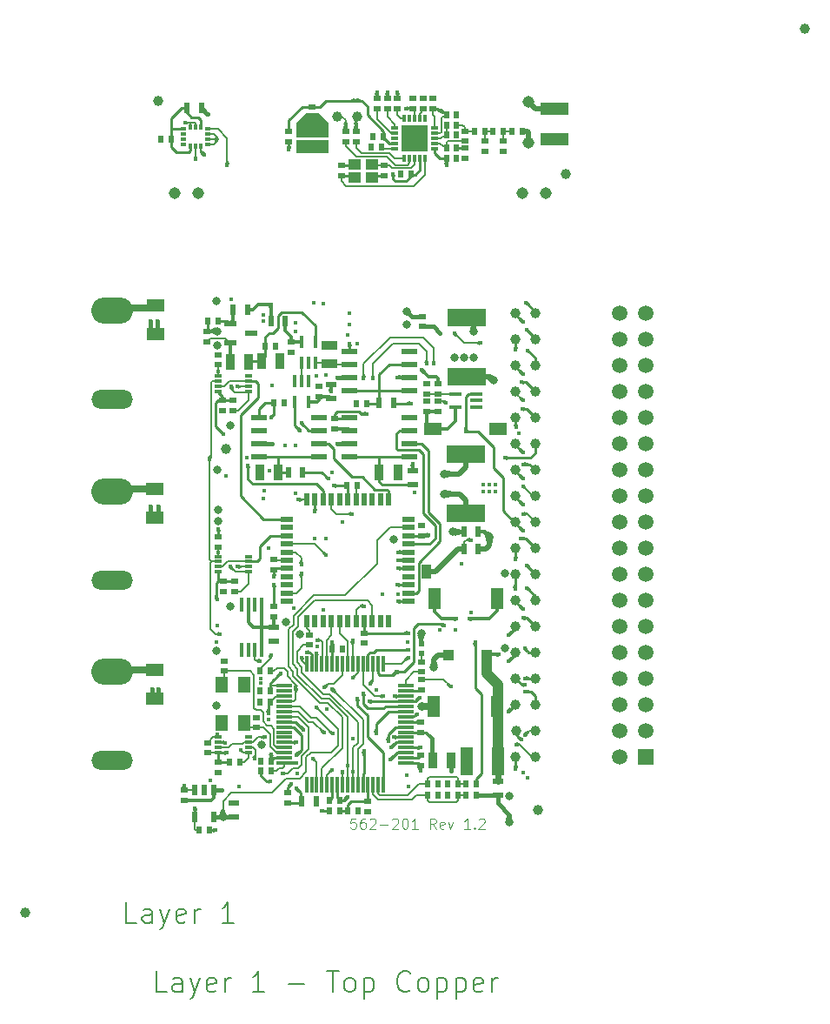
<source format=gbr>
%TF.GenerationSoftware,KiCad,Pcbnew,8.0.2*%
%TF.CreationDate,2024-10-13T20:55:12-05:00*%
%TF.ProjectId,PM1C_Rev_1_2,504d3143-5f52-4657-965f-315f322e6b69,1*%
%TF.SameCoordinates,PX297003ePY8770cd2*%
%TF.FileFunction,Copper,L1,Top*%
%TF.FilePolarity,Positive*%
%FSLAX46Y46*%
G04 Gerber Fmt 4.6, Leading zero omitted, Abs format (unit mm)*
G04 Created by KiCad (PCBNEW 8.0.2) date 2024-10-13 20:55:12*
%MOMM*%
%LPD*%
G01*
G04 APERTURE LIST*
%TA.AperFunction,Conductor*%
%ADD10C,0.000000*%
%TD*%
%ADD11C,0.200000*%
%TA.AperFunction,NonConductor*%
%ADD12C,0.200000*%
%TD*%
%ADD13C,0.120000*%
%TA.AperFunction,NonConductor*%
%ADD14C,0.120000*%
%TD*%
%TA.AperFunction,SMDPad,CuDef*%
%ADD15R,0.750000X0.500000*%
%TD*%
%TA.AperFunction,SMDPad,CuDef*%
%ADD16R,0.400000X1.150000*%
%TD*%
%TA.AperFunction,SMDPad,CuDef*%
%ADD17R,0.300000X1.500000*%
%TD*%
%TA.AperFunction,SMDPad,CuDef*%
%ADD18R,1.500000X0.300000*%
%TD*%
%TA.AperFunction,SMDPad,CuDef*%
%ADD19R,0.500000X0.750000*%
%TD*%
%TA.AperFunction,SMDPad,CuDef*%
%ADD20C,1.000000*%
%TD*%
%TA.AperFunction,SMDPad,CuDef*%
%ADD21R,1.000000X0.600000*%
%TD*%
%TA.AperFunction,SMDPad,CuDef*%
%ADD22R,0.950000X1.550000*%
%TD*%
%TA.AperFunction,SMDPad,CuDef*%
%ADD23R,0.600000X1.000000*%
%TD*%
%TA.AperFunction,SMDPad,CuDef*%
%ADD24R,1.800000X1.200000*%
%TD*%
%TA.AperFunction,SMDPad,CuDef*%
%ADD25R,1.150000X0.400000*%
%TD*%
%TA.AperFunction,SMDPad,CuDef*%
%ADD26R,1.150000X2.700000*%
%TD*%
%TA.AperFunction,SMDPad,CuDef*%
%ADD27R,1.250000X1.600000*%
%TD*%
%TA.AperFunction,SMDPad,CuDef*%
%ADD28R,0.750000X0.300000*%
%TD*%
%TA.AperFunction,SMDPad,CuDef*%
%ADD29R,2.700000X1.150000*%
%TD*%
%TA.AperFunction,SMDPad,CuDef*%
%ADD30R,1.500000X0.600000*%
%TD*%
%TA.AperFunction,SMDPad,CuDef*%
%ADD31R,3.800000X1.700000*%
%TD*%
%TA.AperFunction,SMDPad,CuDef*%
%ADD32R,1.200000X1.000000*%
%TD*%
%TA.AperFunction,SMDPad,CuDef*%
%ADD33R,1.550000X0.950000*%
%TD*%
%TA.AperFunction,SMDPad,CuDef*%
%ADD34R,0.730000X0.300000*%
%TD*%
%TA.AperFunction,SMDPad,CuDef*%
%ADD35R,0.300000X0.730000*%
%TD*%
%TA.AperFunction,SMDPad,CuDef*%
%ADD36R,2.500000X2.500000*%
%TD*%
%TA.AperFunction,ComponentPad*%
%ADD37O,4.064000X2.540000*%
%TD*%
%TA.AperFunction,ComponentPad*%
%ADD38O,4.064000X1.828800*%
%TD*%
%TA.AperFunction,SMDPad,CuDef*%
%ADD39R,1.200000X0.500000*%
%TD*%
%TA.AperFunction,SMDPad,CuDef*%
%ADD40R,0.500000X1.200000*%
%TD*%
%TA.AperFunction,SMDPad,CuDef*%
%ADD41R,1.150000X2.100000*%
%TD*%
%TA.AperFunction,SMDPad,CuDef*%
%ADD42R,0.600000X0.500000*%
%TD*%
%TA.AperFunction,SMDPad,CuDef*%
%ADD43R,1.300000X0.600000*%
%TD*%
%TA.AperFunction,SMDPad,CuDef*%
%ADD44R,1.100000X1.100000*%
%TD*%
%TA.AperFunction,ComponentPad*%
%ADD45R,1.500000X1.500000*%
%TD*%
%TA.AperFunction,ComponentPad*%
%ADD46C,1.500000*%
%TD*%
%TA.AperFunction,SMDPad,CuDef*%
%ADD47R,0.533400X0.304800*%
%TD*%
%TA.AperFunction,SMDPad,CuDef*%
%ADD48R,0.304800X0.533400*%
%TD*%
%TA.AperFunction,SMDPad,CuDef*%
%ADD49R,0.450000X1.400000*%
%TD*%
%TA.AperFunction,ComponentPad*%
%ADD50C,0.800000*%
%TD*%
%TA.AperFunction,ComponentPad*%
%ADD51C,1.143000*%
%TD*%
%TA.AperFunction,ComponentPad*%
%ADD52C,1.141748*%
%TD*%
%TA.AperFunction,ViaPad*%
%ADD53C,0.450000*%
%TD*%
%TA.AperFunction,ViaPad*%
%ADD54C,0.800000*%
%TD*%
%TA.AperFunction,ViaPad*%
%ADD55C,0.360000*%
%TD*%
%TA.AperFunction,Conductor*%
%ADD56C,0.200000*%
%TD*%
%TA.AperFunction,Conductor*%
%ADD57C,0.254000*%
%TD*%
%TA.AperFunction,Conductor*%
%ADD58C,0.250000*%
%TD*%
%TA.AperFunction,Conductor*%
%ADD59C,0.180000*%
%TD*%
%TA.AperFunction,Conductor*%
%ADD60C,0.150000*%
%TD*%
%TA.AperFunction,Conductor*%
%ADD61C,0.450000*%
%TD*%
%TA.AperFunction,Conductor*%
%ADD62C,0.400000*%
%TD*%
%TA.AperFunction,Conductor*%
%ADD63C,0.300000*%
%TD*%
%TA.AperFunction,Conductor*%
%ADD64C,0.500000*%
%TD*%
%TA.AperFunction,Conductor*%
%ADD65C,1.000000*%
%TD*%
%TA.AperFunction,Conductor*%
%ADD66C,0.600000*%
%TD*%
%TA.AperFunction,Conductor*%
%ADD67C,0.320000*%
%TD*%
%TA.AperFunction,Conductor*%
%ADD68C,0.160000*%
%TD*%
%TA.AperFunction,Conductor*%
%ADD69C,0.152000*%
%TD*%
%TA.AperFunction,Conductor*%
%ADD70C,0.700000*%
%TD*%
G04 APERTURE END LIST*
D10*
%TA.AperFunction,Conductor*%
%TO.N,COMRF*%
G36*
X33577600Y80856320D02*
G01*
X33577600Y79429810D01*
X30477520Y79429810D01*
X30478700Y80887420D01*
X31427600Y81836320D01*
X32597600Y81836320D01*
X33577600Y80856320D01*
G37*
%TD.AperFunction*%
%TA.AperFunction,Conductor*%
%TO.N,GND*%
G36*
X33569570Y77910304D02*
G01*
X30467240Y77910304D01*
X30467240Y79209794D01*
X33569570Y79209794D01*
X33569570Y77910304D01*
G37*
%TD.AperFunction*%
%TA.AperFunction,Conductor*%
%TO.N,Net-(U16-VOUT)*%
G36*
X43565144Y36478148D02*
G01*
X42665144Y36478148D01*
X42665144Y37853148D01*
X43565144Y37853148D01*
X43565144Y36478148D01*
G37*
%TD.AperFunction*%
D11*
D12*
X14835149Y3015162D02*
X13882768Y3015162D01*
X13882768Y3015162D02*
X13882768Y5015162D01*
X16358959Y3015162D02*
X16358959Y4062781D01*
X16358959Y4062781D02*
X16263721Y4253258D01*
X16263721Y4253258D02*
X16073245Y4348496D01*
X16073245Y4348496D02*
X15692292Y4348496D01*
X15692292Y4348496D02*
X15501816Y4253258D01*
X16358959Y3110400D02*
X16168483Y3015162D01*
X16168483Y3015162D02*
X15692292Y3015162D01*
X15692292Y3015162D02*
X15501816Y3110400D01*
X15501816Y3110400D02*
X15406578Y3300877D01*
X15406578Y3300877D02*
X15406578Y3491353D01*
X15406578Y3491353D02*
X15501816Y3681829D01*
X15501816Y3681829D02*
X15692292Y3777067D01*
X15692292Y3777067D02*
X16168483Y3777067D01*
X16168483Y3777067D02*
X16358959Y3872305D01*
X17120864Y4348496D02*
X17597054Y3015162D01*
X18073245Y4348496D02*
X17597054Y3015162D01*
X17597054Y3015162D02*
X17406578Y2538972D01*
X17406578Y2538972D02*
X17311340Y2443734D01*
X17311340Y2443734D02*
X17120864Y2348496D01*
X19597055Y3110400D02*
X19406579Y3015162D01*
X19406579Y3015162D02*
X19025626Y3015162D01*
X19025626Y3015162D02*
X18835150Y3110400D01*
X18835150Y3110400D02*
X18739912Y3300877D01*
X18739912Y3300877D02*
X18739912Y4062781D01*
X18739912Y4062781D02*
X18835150Y4253258D01*
X18835150Y4253258D02*
X19025626Y4348496D01*
X19025626Y4348496D02*
X19406579Y4348496D01*
X19406579Y4348496D02*
X19597055Y4253258D01*
X19597055Y4253258D02*
X19692293Y4062781D01*
X19692293Y4062781D02*
X19692293Y3872305D01*
X19692293Y3872305D02*
X18739912Y3681829D01*
X20549436Y3015162D02*
X20549436Y4348496D01*
X20549436Y3967543D02*
X20644674Y4158020D01*
X20644674Y4158020D02*
X20739912Y4253258D01*
X20739912Y4253258D02*
X20930388Y4348496D01*
X20930388Y4348496D02*
X21120865Y4348496D01*
X24358960Y3015162D02*
X23216103Y3015162D01*
X23787531Y3015162D02*
X23787531Y5015162D01*
X23787531Y5015162D02*
X23597055Y4729448D01*
X23597055Y4729448D02*
X23406579Y4538972D01*
X23406579Y4538972D02*
X23216103Y4443734D01*
D11*
D12*
X17794878Y-3697578D02*
X16842497Y-3697578D01*
X16842497Y-3697578D02*
X16842497Y-1697578D01*
X19318688Y-3697578D02*
X19318688Y-2649959D01*
X19318688Y-2649959D02*
X19223450Y-2459482D01*
X19223450Y-2459482D02*
X19032974Y-2364244D01*
X19032974Y-2364244D02*
X18652021Y-2364244D01*
X18652021Y-2364244D02*
X18461545Y-2459482D01*
X19318688Y-3602340D02*
X19128212Y-3697578D01*
X19128212Y-3697578D02*
X18652021Y-3697578D01*
X18652021Y-3697578D02*
X18461545Y-3602340D01*
X18461545Y-3602340D02*
X18366307Y-3411863D01*
X18366307Y-3411863D02*
X18366307Y-3221387D01*
X18366307Y-3221387D02*
X18461545Y-3030911D01*
X18461545Y-3030911D02*
X18652021Y-2935673D01*
X18652021Y-2935673D02*
X19128212Y-2935673D01*
X19128212Y-2935673D02*
X19318688Y-2840435D01*
X20080593Y-2364244D02*
X20556783Y-3697578D01*
X21032974Y-2364244D02*
X20556783Y-3697578D01*
X20556783Y-3697578D02*
X20366307Y-4173768D01*
X20366307Y-4173768D02*
X20271069Y-4269006D01*
X20271069Y-4269006D02*
X20080593Y-4364244D01*
X22556784Y-3602340D02*
X22366308Y-3697578D01*
X22366308Y-3697578D02*
X21985355Y-3697578D01*
X21985355Y-3697578D02*
X21794879Y-3602340D01*
X21794879Y-3602340D02*
X21699641Y-3411863D01*
X21699641Y-3411863D02*
X21699641Y-2649959D01*
X21699641Y-2649959D02*
X21794879Y-2459482D01*
X21794879Y-2459482D02*
X21985355Y-2364244D01*
X21985355Y-2364244D02*
X22366308Y-2364244D01*
X22366308Y-2364244D02*
X22556784Y-2459482D01*
X22556784Y-2459482D02*
X22652022Y-2649959D01*
X22652022Y-2649959D02*
X22652022Y-2840435D01*
X22652022Y-2840435D02*
X21699641Y-3030911D01*
X23509165Y-3697578D02*
X23509165Y-2364244D01*
X23509165Y-2745197D02*
X23604403Y-2554720D01*
X23604403Y-2554720D02*
X23699641Y-2459482D01*
X23699641Y-2459482D02*
X23890117Y-2364244D01*
X23890117Y-2364244D02*
X24080594Y-2364244D01*
X27318689Y-3697578D02*
X26175832Y-3697578D01*
X26747260Y-3697578D02*
X26747260Y-1697578D01*
X26747260Y-1697578D02*
X26556784Y-1983292D01*
X26556784Y-1983292D02*
X26366308Y-2173768D01*
X26366308Y-2173768D02*
X26175832Y-2269006D01*
X29699642Y-2935673D02*
X31223452Y-2935673D01*
X33413928Y-1697578D02*
X34556785Y-1697578D01*
X33985356Y-3697578D02*
X33985356Y-1697578D01*
X35509166Y-3697578D02*
X35318690Y-3602340D01*
X35318690Y-3602340D02*
X35223452Y-3507101D01*
X35223452Y-3507101D02*
X35128214Y-3316625D01*
X35128214Y-3316625D02*
X35128214Y-2745197D01*
X35128214Y-2745197D02*
X35223452Y-2554720D01*
X35223452Y-2554720D02*
X35318690Y-2459482D01*
X35318690Y-2459482D02*
X35509166Y-2364244D01*
X35509166Y-2364244D02*
X35794881Y-2364244D01*
X35794881Y-2364244D02*
X35985357Y-2459482D01*
X35985357Y-2459482D02*
X36080595Y-2554720D01*
X36080595Y-2554720D02*
X36175833Y-2745197D01*
X36175833Y-2745197D02*
X36175833Y-3316625D01*
X36175833Y-3316625D02*
X36080595Y-3507101D01*
X36080595Y-3507101D02*
X35985357Y-3602340D01*
X35985357Y-3602340D02*
X35794881Y-3697578D01*
X35794881Y-3697578D02*
X35509166Y-3697578D01*
X37032976Y-2364244D02*
X37032976Y-4364244D01*
X37032976Y-2459482D02*
X37223452Y-2364244D01*
X37223452Y-2364244D02*
X37604405Y-2364244D01*
X37604405Y-2364244D02*
X37794881Y-2459482D01*
X37794881Y-2459482D02*
X37890119Y-2554720D01*
X37890119Y-2554720D02*
X37985357Y-2745197D01*
X37985357Y-2745197D02*
X37985357Y-3316625D01*
X37985357Y-3316625D02*
X37890119Y-3507101D01*
X37890119Y-3507101D02*
X37794881Y-3602340D01*
X37794881Y-3602340D02*
X37604405Y-3697578D01*
X37604405Y-3697578D02*
X37223452Y-3697578D01*
X37223452Y-3697578D02*
X37032976Y-3602340D01*
X41509167Y-3507101D02*
X41413929Y-3602340D01*
X41413929Y-3602340D02*
X41128215Y-3697578D01*
X41128215Y-3697578D02*
X40937739Y-3697578D01*
X40937739Y-3697578D02*
X40652024Y-3602340D01*
X40652024Y-3602340D02*
X40461548Y-3411863D01*
X40461548Y-3411863D02*
X40366310Y-3221387D01*
X40366310Y-3221387D02*
X40271072Y-2840435D01*
X40271072Y-2840435D02*
X40271072Y-2554720D01*
X40271072Y-2554720D02*
X40366310Y-2173768D01*
X40366310Y-2173768D02*
X40461548Y-1983292D01*
X40461548Y-1983292D02*
X40652024Y-1792816D01*
X40652024Y-1792816D02*
X40937739Y-1697578D01*
X40937739Y-1697578D02*
X41128215Y-1697578D01*
X41128215Y-1697578D02*
X41413929Y-1792816D01*
X41413929Y-1792816D02*
X41509167Y-1888054D01*
X42652024Y-3697578D02*
X42461548Y-3602340D01*
X42461548Y-3602340D02*
X42366310Y-3507101D01*
X42366310Y-3507101D02*
X42271072Y-3316625D01*
X42271072Y-3316625D02*
X42271072Y-2745197D01*
X42271072Y-2745197D02*
X42366310Y-2554720D01*
X42366310Y-2554720D02*
X42461548Y-2459482D01*
X42461548Y-2459482D02*
X42652024Y-2364244D01*
X42652024Y-2364244D02*
X42937739Y-2364244D01*
X42937739Y-2364244D02*
X43128215Y-2459482D01*
X43128215Y-2459482D02*
X43223453Y-2554720D01*
X43223453Y-2554720D02*
X43318691Y-2745197D01*
X43318691Y-2745197D02*
X43318691Y-3316625D01*
X43318691Y-3316625D02*
X43223453Y-3507101D01*
X43223453Y-3507101D02*
X43128215Y-3602340D01*
X43128215Y-3602340D02*
X42937739Y-3697578D01*
X42937739Y-3697578D02*
X42652024Y-3697578D01*
X44175834Y-2364244D02*
X44175834Y-4364244D01*
X44175834Y-2459482D02*
X44366310Y-2364244D01*
X44366310Y-2364244D02*
X44747263Y-2364244D01*
X44747263Y-2364244D02*
X44937739Y-2459482D01*
X44937739Y-2459482D02*
X45032977Y-2554720D01*
X45032977Y-2554720D02*
X45128215Y-2745197D01*
X45128215Y-2745197D02*
X45128215Y-3316625D01*
X45128215Y-3316625D02*
X45032977Y-3507101D01*
X45032977Y-3507101D02*
X44937739Y-3602340D01*
X44937739Y-3602340D02*
X44747263Y-3697578D01*
X44747263Y-3697578D02*
X44366310Y-3697578D01*
X44366310Y-3697578D02*
X44175834Y-3602340D01*
X45985358Y-2364244D02*
X45985358Y-4364244D01*
X45985358Y-2459482D02*
X46175834Y-2364244D01*
X46175834Y-2364244D02*
X46556787Y-2364244D01*
X46556787Y-2364244D02*
X46747263Y-2459482D01*
X46747263Y-2459482D02*
X46842501Y-2554720D01*
X46842501Y-2554720D02*
X46937739Y-2745197D01*
X46937739Y-2745197D02*
X46937739Y-3316625D01*
X46937739Y-3316625D02*
X46842501Y-3507101D01*
X46842501Y-3507101D02*
X46747263Y-3602340D01*
X46747263Y-3602340D02*
X46556787Y-3697578D01*
X46556787Y-3697578D02*
X46175834Y-3697578D01*
X46175834Y-3697578D02*
X45985358Y-3602340D01*
X48556787Y-3602340D02*
X48366311Y-3697578D01*
X48366311Y-3697578D02*
X47985358Y-3697578D01*
X47985358Y-3697578D02*
X47794882Y-3602340D01*
X47794882Y-3602340D02*
X47699644Y-3411863D01*
X47699644Y-3411863D02*
X47699644Y-2649959D01*
X47699644Y-2649959D02*
X47794882Y-2459482D01*
X47794882Y-2459482D02*
X47985358Y-2364244D01*
X47985358Y-2364244D02*
X48366311Y-2364244D01*
X48366311Y-2364244D02*
X48556787Y-2459482D01*
X48556787Y-2459482D02*
X48652025Y-2649959D01*
X48652025Y-2649959D02*
X48652025Y-2840435D01*
X48652025Y-2840435D02*
X47699644Y-3030911D01*
X49509168Y-3697578D02*
X49509168Y-2364244D01*
X49509168Y-2745197D02*
X49604406Y-2554720D01*
X49604406Y-2554720D02*
X49699644Y-2459482D01*
X49699644Y-2459482D02*
X49890120Y-2364244D01*
X49890120Y-2364244D02*
X50080597Y-2364244D01*
D13*
D14*
X36227802Y13168415D02*
X35751612Y13168415D01*
X35751612Y13168415D02*
X35703993Y12692225D01*
X35703993Y12692225D02*
X35751612Y12739844D01*
X35751612Y12739844D02*
X35846850Y12787463D01*
X35846850Y12787463D02*
X36084945Y12787463D01*
X36084945Y12787463D02*
X36180183Y12739844D01*
X36180183Y12739844D02*
X36227802Y12692225D01*
X36227802Y12692225D02*
X36275421Y12596987D01*
X36275421Y12596987D02*
X36275421Y12358892D01*
X36275421Y12358892D02*
X36227802Y12263654D01*
X36227802Y12263654D02*
X36180183Y12216034D01*
X36180183Y12216034D02*
X36084945Y12168415D01*
X36084945Y12168415D02*
X35846850Y12168415D01*
X35846850Y12168415D02*
X35751612Y12216034D01*
X35751612Y12216034D02*
X35703993Y12263654D01*
X37132564Y13168415D02*
X36942088Y13168415D01*
X36942088Y13168415D02*
X36846850Y13120796D01*
X36846850Y13120796D02*
X36799231Y13073177D01*
X36799231Y13073177D02*
X36703993Y12930320D01*
X36703993Y12930320D02*
X36656374Y12739844D01*
X36656374Y12739844D02*
X36656374Y12358892D01*
X36656374Y12358892D02*
X36703993Y12263654D01*
X36703993Y12263654D02*
X36751612Y12216034D01*
X36751612Y12216034D02*
X36846850Y12168415D01*
X36846850Y12168415D02*
X37037326Y12168415D01*
X37037326Y12168415D02*
X37132564Y12216034D01*
X37132564Y12216034D02*
X37180183Y12263654D01*
X37180183Y12263654D02*
X37227802Y12358892D01*
X37227802Y12358892D02*
X37227802Y12596987D01*
X37227802Y12596987D02*
X37180183Y12692225D01*
X37180183Y12692225D02*
X37132564Y12739844D01*
X37132564Y12739844D02*
X37037326Y12787463D01*
X37037326Y12787463D02*
X36846850Y12787463D01*
X36846850Y12787463D02*
X36751612Y12739844D01*
X36751612Y12739844D02*
X36703993Y12692225D01*
X36703993Y12692225D02*
X36656374Y12596987D01*
X37608755Y13073177D02*
X37656374Y13120796D01*
X37656374Y13120796D02*
X37751612Y13168415D01*
X37751612Y13168415D02*
X37989707Y13168415D01*
X37989707Y13168415D02*
X38084945Y13120796D01*
X38084945Y13120796D02*
X38132564Y13073177D01*
X38132564Y13073177D02*
X38180183Y12977939D01*
X38180183Y12977939D02*
X38180183Y12882701D01*
X38180183Y12882701D02*
X38132564Y12739844D01*
X38132564Y12739844D02*
X37561136Y12168415D01*
X37561136Y12168415D02*
X38180183Y12168415D01*
X38608755Y12549368D02*
X39370660Y12549368D01*
X39799231Y13073177D02*
X39846850Y13120796D01*
X39846850Y13120796D02*
X39942088Y13168415D01*
X39942088Y13168415D02*
X40180183Y13168415D01*
X40180183Y13168415D02*
X40275421Y13120796D01*
X40275421Y13120796D02*
X40323040Y13073177D01*
X40323040Y13073177D02*
X40370659Y12977939D01*
X40370659Y12977939D02*
X40370659Y12882701D01*
X40370659Y12882701D02*
X40323040Y12739844D01*
X40323040Y12739844D02*
X39751612Y12168415D01*
X39751612Y12168415D02*
X40370659Y12168415D01*
X40989707Y13168415D02*
X41084945Y13168415D01*
X41084945Y13168415D02*
X41180183Y13120796D01*
X41180183Y13120796D02*
X41227802Y13073177D01*
X41227802Y13073177D02*
X41275421Y12977939D01*
X41275421Y12977939D02*
X41323040Y12787463D01*
X41323040Y12787463D02*
X41323040Y12549368D01*
X41323040Y12549368D02*
X41275421Y12358892D01*
X41275421Y12358892D02*
X41227802Y12263654D01*
X41227802Y12263654D02*
X41180183Y12216034D01*
X41180183Y12216034D02*
X41084945Y12168415D01*
X41084945Y12168415D02*
X40989707Y12168415D01*
X40989707Y12168415D02*
X40894469Y12216034D01*
X40894469Y12216034D02*
X40846850Y12263654D01*
X40846850Y12263654D02*
X40799231Y12358892D01*
X40799231Y12358892D02*
X40751612Y12549368D01*
X40751612Y12549368D02*
X40751612Y12787463D01*
X40751612Y12787463D02*
X40799231Y12977939D01*
X40799231Y12977939D02*
X40846850Y13073177D01*
X40846850Y13073177D02*
X40894469Y13120796D01*
X40894469Y13120796D02*
X40989707Y13168415D01*
X42275421Y12168415D02*
X41703993Y12168415D01*
X41989707Y12168415D02*
X41989707Y13168415D01*
X41989707Y13168415D02*
X41894469Y13025558D01*
X41894469Y13025558D02*
X41799231Y12930320D01*
X41799231Y12930320D02*
X41703993Y12882701D01*
X44037326Y12168415D02*
X43703993Y12644606D01*
X43465898Y12168415D02*
X43465898Y13168415D01*
X43465898Y13168415D02*
X43846850Y13168415D01*
X43846850Y13168415D02*
X43942088Y13120796D01*
X43942088Y13120796D02*
X43989707Y13073177D01*
X43989707Y13073177D02*
X44037326Y12977939D01*
X44037326Y12977939D02*
X44037326Y12835082D01*
X44037326Y12835082D02*
X43989707Y12739844D01*
X43989707Y12739844D02*
X43942088Y12692225D01*
X43942088Y12692225D02*
X43846850Y12644606D01*
X43846850Y12644606D02*
X43465898Y12644606D01*
X44846850Y12216034D02*
X44751612Y12168415D01*
X44751612Y12168415D02*
X44561136Y12168415D01*
X44561136Y12168415D02*
X44465898Y12216034D01*
X44465898Y12216034D02*
X44418279Y12311273D01*
X44418279Y12311273D02*
X44418279Y12692225D01*
X44418279Y12692225D02*
X44465898Y12787463D01*
X44465898Y12787463D02*
X44561136Y12835082D01*
X44561136Y12835082D02*
X44751612Y12835082D01*
X44751612Y12835082D02*
X44846850Y12787463D01*
X44846850Y12787463D02*
X44894469Y12692225D01*
X44894469Y12692225D02*
X44894469Y12596987D01*
X44894469Y12596987D02*
X44418279Y12501749D01*
X45227803Y12835082D02*
X45465898Y12168415D01*
X45465898Y12168415D02*
X45703993Y12835082D01*
X47370660Y12168415D02*
X46799232Y12168415D01*
X47084946Y12168415D02*
X47084946Y13168415D01*
X47084946Y13168415D02*
X46989708Y13025558D01*
X46989708Y13025558D02*
X46894470Y12930320D01*
X46894470Y12930320D02*
X46799232Y12882701D01*
X47799232Y12263654D02*
X47846851Y12216034D01*
X47846851Y12216034D02*
X47799232Y12168415D01*
X47799232Y12168415D02*
X47751613Y12216034D01*
X47751613Y12216034D02*
X47799232Y12263654D01*
X47799232Y12263654D02*
X47799232Y12168415D01*
X48227803Y13073177D02*
X48275422Y13120796D01*
X48275422Y13120796D02*
X48370660Y13168415D01*
X48370660Y13168415D02*
X48608755Y13168415D01*
X48608755Y13168415D02*
X48703993Y13120796D01*
X48703993Y13120796D02*
X48751612Y13073177D01*
X48751612Y13073177D02*
X48799231Y12977939D01*
X48799231Y12977939D02*
X48799231Y12882701D01*
X48799231Y12882701D02*
X48751612Y12739844D01*
X48751612Y12739844D02*
X48180184Y12168415D01*
X48180184Y12168415D02*
X48799231Y12168415D01*
%TD*%
D15*
%TO.P,C97,1,1*%
%TO.N,/Analog Voltage Monitoring/VREC_AN*%
X37427200Y14800350D03*
%TO.P,C97,2,2*%
%TO.N,GND*%
X37427200Y13800350D03*
%TD*%
D16*
%TO.P,U12,1,NC*%
%TO.N,unconnected-(U12-NC-Pad1)*%
X31618160Y55715350D03*
%TO.P,U12,2,IN*%
%TO.N,/Network Drive & Network Current Sense/SENSE*%
X30968160Y55715350D03*
%TO.P,U12,3,GND*%
%TO.N,GND*%
X30318160Y55715350D03*
%TO.P,U12,4,OUT*%
%TO.N,/CPLD/nSENSE*%
X30318160Y53665350D03*
%TO.P,U12,5,VCC*%
%TO.N,Net-(U12-VCC)*%
X31618160Y53665350D03*
%TD*%
D15*
%TO.P,C39,1,1*%
%TO.N,Net-(U14-XOSC_Q2)*%
X34827200Y75690350D03*
%TO.P,C39,2,2*%
%TO.N,COMRF*%
X34827200Y76690350D03*
%TD*%
%TO.P,R85,1,1*%
%TO.N,/Battery 3 Conditioning/VBT3*%
X19502200Y14900350D03*
%TO.P,R85,2,2*%
%TO.N,Net-(U38-~{CTL})*%
X19502200Y15900350D03*
%TD*%
%TO.P,FB4,1,1*%
%TO.N,RADINT0*%
X36247130Y79990190D03*
%TO.P,FB4,2,2*%
%TO.N,Net-(U14-GDO0(ATEST))*%
X36247130Y78990190D03*
%TD*%
D17*
%TO.P,U46,1,P0.21_(PWM5_/_CAP1.3)*%
%TO.N,unconnected-(U46-P0.21_(PWM5_{slash}_CAP1.3)-Pad1)*%
X31427200Y16415350D03*
%TO.P,U46,2,P0.22_(CAP0.0_/_MAT0.0)*%
%TO.N,unconnected-(U46-P0.22_(CAP0.0_{slash}_MAT0.0)-Pad2)*%
X31927200Y16415350D03*
%TO.P,U46,3,P0.23_(RD2)*%
%TO.N,/Battery 1 Conditioning/nSHDNBT1*%
X32427200Y16415350D03*
%TO.P,U46,4,P1.19_(TRACEPKT3)*%
%TO.N,/CPLD/CPLD10*%
X32927200Y16415350D03*
%TO.P,U46,5,P0.24_(TD2)*%
%TO.N,/Battery 1 Conditioning/nSHDNCHG1*%
X33427200Y16415350D03*
%TO.P,U46,6,VSS*%
%TO.N,GND*%
X33927200Y16415350D03*
%TO.P,U46,7,VDDA_(3V3)*%
%TO.N,Net-(U46-VDDA_(3V3))*%
X34427200Y16415350D03*
%TO.P,U46,8,P1.18_(TRACEPKT2)*%
%TO.N,/CPLD/DISCHG*%
X34927200Y16415350D03*
%TO.P,U46,9,P0.25_(RD1)*%
%TO.N,/Test Points/RXCAN*%
X35427200Y16415350D03*
%TO.P,U46,10,TD1*%
%TO.N,/Test Points/TXCAN*%
X35927200Y16415350D03*
%TO.P,U46,11,P0.27_(AIN0_/_CAP0.1_/_MAT0.1)*%
%TO.N,/Microcontroller/LOAD_AN*%
X36427200Y16415350D03*
%TO.P,U46,12,P1.17_(TRACEPKT1)*%
%TO.N,/Microcontroller/nCSRAM*%
X36927200Y16415350D03*
%TO.P,U46,13,P0.28_(AIN1_/_CAP0.2_/_MAT0.2)*%
%TO.N,/Analog Voltage Monitoring/VREC_AN*%
X37427200Y16415350D03*
%TO.P,U46,14,P0.29_(AIN2_/_CAP0.3_/_MAT0.3)*%
%TO.N,/Analog Voltage Monitoring/VSYS_AN*%
X37927200Y16415350D03*
%TO.P,U46,15,P0.30_(AIN3_/_EINT3_/_CAP0.0)*%
%TO.N,/Analog Voltage Monitoring/VNET_AN*%
X38427200Y16415350D03*
%TO.P,U46,16,P1.16_(TRACEPKT0)*%
%TO.N,/Microcontroller/THRM*%
X38927200Y16415350D03*
D18*
%TO.P,U46,17,VDD_(1V8)*%
%TO.N,Net-(U46-VDDA_(1V8))*%
X41077200Y18565350D03*
%TO.P,U46,18,VSS*%
%TO.N,GND*%
X41077200Y19065350D03*
%TO.P,U46,19,P0.0_(TxD0_/_PWM1)*%
%TO.N,/Test Points/TXD0*%
X41077200Y19565350D03*
%TO.P,U46,20,P1.31_(~{TRST})*%
%TO.N,/Microcontroller/nTRST_LPC*%
X41077200Y20065350D03*
%TO.P,U46,21,P0.1_(RxD0_/_PWM3_/_EINT0)*%
%TO.N,/Test Points/RXD0*%
X41077200Y20565350D03*
%TO.P,U46,22,P0.2_(SCL_/_CAP0.0)*%
%TO.N,/I2C Multiplexing/SCLOCK*%
X41077200Y21065350D03*
%TO.P,U46,23,VDD_(3V3)*%
%TO.N,Net-(U46-VDDA_(3V3))*%
X41077200Y21565350D03*
%TO.P,U46,24,P1.26_(RTCK)*%
%TO.N,/Microcontroller/RTCK_LPC*%
X41077200Y22065350D03*
%TO.P,U46,25,VSS*%
%TO.N,GND*%
X41077200Y22565350D03*
%TO.P,U46,26,P0.3_(SDA_/_MAT0.0_/_EINT1)*%
%TO.N,/I2C Multiplexing/SDATA*%
X41077200Y23065350D03*
%TO.P,U46,27,P0.4_(SCK0_/_CAP0.1)*%
%TO.N,/Test Points/SCK0*%
X41077200Y23565350D03*
%TO.P,U46,28,P1.25_(EXTIN0)*%
%TO.N,/Microcontroller/nCSFLA*%
X41077200Y24065350D03*
%TO.P,U46,29,P0.5_(MISO0_/_MAT0.1)*%
%TO.N,/Test Points/MISO0*%
X41077200Y24565350D03*
%TO.P,U46,30,P0.6_(MOSI0_/_CAP0.2)*%
%TO.N,/Test Points/MOSI0*%
X41077200Y25065350D03*
%TO.P,U46,31,P0.7_(SSEL0_/_PWM2_/_EINT2)*%
%TO.N,/Microcontroller/SSEL0*%
X41077200Y25565350D03*
%TO.P,U46,32,P1.24_(TRACECLK)*%
%TO.N,/Microcontroller/HBT*%
X41077200Y26065350D03*
D17*
%TO.P,U46,33,P0.08_(TxD1_/_PWM4)*%
%TO.N,/Microcontroller/PWMBT*%
X38927200Y28215350D03*
%TO.P,U46,34,P0.09_(RxD1_/_PWM6_/_EINT3)*%
%TO.N,nRESET*%
X38427200Y28215350D03*
%TO.P,U46,35,P0.10_(RTS1_/_CAP1.0)*%
%TO.N,/Battery 3 Conditioning/nSHDNBT3*%
X37927200Y28215350D03*
%TO.P,U46,36,P1.23_(PIPESTAT2)*%
%TO.N,nCSRAD*%
X37427200Y28215350D03*
%TO.P,U46,37,P0.11_(CTS1_/_CAP1.1)*%
%TO.N,/Battery 3 Conditioning/nSHDNCHG3*%
X36927200Y28215350D03*
%TO.P,U46,38,P0.12_(DSR1_/_MAT1.0)*%
%TO.N,/Battery 2 Conditioning/nSHDNBT2*%
X36427200Y28215350D03*
%TO.P,U46,39,P0.13_(DTR1_/_MAT1.1)*%
%TO.N,/Battery 2 Conditioning/nSHDNCHG2*%
X35927200Y28215350D03*
%TO.P,U46,40,P1.22_(PIPESTAT1)*%
%TO.N,/CPLD/I2CS1*%
X35427200Y28215350D03*
%TO.P,U46,41,P0.14_(BOOTLOADER)*%
%TO.N,nBOOT*%
X34927200Y28215350D03*
%TO.P,U46,42,VSS*%
%TO.N,GND*%
X34427200Y28215350D03*
%TO.P,U46,43,VDD_(3V3)*%
%TO.N,Net-(U46-VDDA_(3V3))*%
X33927200Y28215350D03*
%TO.P,U46,44,P1.21_(PIPESTAT0)*%
%TO.N,/CPLD/I2CS0*%
X33427200Y28215350D03*
%TO.P,U46,45,P0.15_(RI1_/_EINT2)*%
%TO.N,/Microcontroller/ACCINT*%
X32927200Y28215350D03*
%TO.P,U46,46,P0.16_(EINT0_/_MAT0.2_/_CAP0.2)*%
%TO.N,RADINT0*%
X32427200Y28215350D03*
%TO.P,U46,47,P0.17_(CAP1.2_/_SCK1_/_MAT1.2)*%
%TO.N,/Test Points/SCK1*%
X31927200Y28215350D03*
%TO.P,U46,48,P1.20_(TRACESYNC)*%
%TO.N,3V3*%
X31427200Y28215350D03*
D18*
%TO.P,U46,49,VDD_(1V8)*%
%TO.N,Net-(U46-VDDA_(1V8))*%
X29277200Y26065350D03*
%TO.P,U46,50,VSS*%
%TO.N,GND*%
X29277200Y25565350D03*
%TO.P,U46,51,VDD_(3V3)*%
%TO.N,Net-(U46-VDDA_(3V3))*%
X29277200Y25065350D03*
%TO.P,U46,52,P1.30_(TMS)*%
%TO.N,/Microcontroller/TMS_LPC*%
X29277200Y24565350D03*
%TO.P,U46,53,P0.18_(CAP1.3_/_MISO1_/_MAT1.3)*%
%TO.N,/Test Points/MISO1*%
X29277200Y24065350D03*
%TO.P,U46,54,P0.19_(MAT1.2_/_MOSI1_/_CAP1.2)*%
%TO.N,/Test Points/MOSI1*%
X29277200Y23565350D03*
%TO.P,U46,55,P0.20_(MAT1.3_/_SSEL1_/_EINT3)*%
%TO.N,/Microcontroller/SSEL1*%
X29277200Y23065350D03*
%TO.P,U46,56,P1.29_(TCK)*%
%TO.N,/Microcontroller/TCK_LPC*%
X29277200Y22565350D03*
%TO.P,U46,57,~{RESET}*%
%TO.N,nDRESET*%
X29277200Y22065350D03*
%TO.P,U46,58,VSSA_PLL*%
%TO.N,GND*%
X29277200Y21565350D03*
%TO.P,U46,59,VSSA*%
X29277200Y21065350D03*
%TO.P,U46,60,P1.28_(TDI)*%
%TO.N,/Microcontroller/TDI_LPC*%
X29277200Y20565350D03*
%TO.P,U46,61,XTAL2*%
%TO.N,Net-(U46-XTAL2)*%
X29277200Y20065350D03*
%TO.P,U46,62,XTAL1*%
%TO.N,Net-(U46-XTAL1)*%
X29277200Y19565350D03*
%TO.P,U46,63,VDDA_(1V8)*%
%TO.N,Net-(U46-VDDA_(1V8))*%
X29277200Y19065350D03*
%TO.P,U46,64,P1.27_(TDO)*%
%TO.N,/Microcontroller/TDO_LPC*%
X29277200Y18565350D03*
%TD*%
D19*
%TO.P,C28,1,1*%
%TO.N,3V3RF*%
X45052200Y77425350D03*
%TO.P,C28,2,2*%
%TO.N,COMRF*%
X46052200Y77425350D03*
%TD*%
%TO.P,C12,1,1*%
%TO.N,Net-(C10-Pad1)*%
X35352210Y45540350D03*
%TO.P,C12,2,2*%
%TO.N,GND*%
X36352210Y45540350D03*
%TD*%
D20*
%TO.P,TP37,1,TP*%
%TO.N,RADINT0*%
X36355000Y81500000D03*
%TD*%
D15*
%TO.P,C21,1,1*%
%TO.N,/Network Drive & Network Current Sense/NETREF*%
X21754570Y59569794D03*
%TO.P,C21,2,2*%
%TO.N,GND*%
X21754570Y60569794D03*
%TD*%
D20*
%TO.P,TP34,1,TP*%
%TO.N,/Microcontroller/TDI_LPC*%
X51817200Y59782830D03*
%TD*%
D21*
%TO.P,C8,1,1*%
%TO.N,Net-(U6-DIVA)*%
X28277200Y31790350D03*
%TO.P,C8,2,2*%
%TO.N,GND*%
X28277200Y30390350D03*
%TD*%
D22*
%TO.P,R25,1,1*%
%TO.N,/Network Drive & Network Current Sense/NETREF*%
X23984570Y57574794D03*
%TO.P,R25,2,2*%
%TO.N,/Network Drive & Network Current Sense/DIVNETREF*%
X25784570Y57574794D03*
%TD*%
D15*
%TO.P,FB1,1,1*%
%TO.N,/Test Points/MOSI1*%
X40302200Y83265350D03*
%TO.P,FB1,2,2*%
%TO.N,Net-(U14-SI)*%
X40302200Y82265350D03*
%TD*%
D20*
%TO.P,TP15,1,TP*%
%TO.N,/Test Points/MISO1*%
X53738630Y36922830D03*
%TD*%
D23*
%TO.P,R20,1,1*%
%TO.N,3V3*%
X27975070Y61540350D03*
%TO.P,R20,2,2*%
%TO.N,Net-(U11-VCC)*%
X29375070Y61540350D03*
%TD*%
D20*
%TO.P,TP38,1,TP*%
%TO.N,nCSRAD*%
X34400000Y81500000D03*
%TD*%
D19*
%TO.P,L5,1,1*%
%TO.N,Net-(U14-RF_P)*%
X45052200Y78440350D03*
%TO.P,L5,2,2*%
%TO.N,Net-(C36-Pad1)*%
X46052200Y78440350D03*
%TD*%
%TO.P,C35,1,1*%
%TO.N,Net-(U14-DCOUPL)*%
X38756418Y78537277D03*
%TO.P,C35,2,2*%
%TO.N,COMRF*%
X37756418Y78537277D03*
%TD*%
D24*
%TO.P,F2,1,1*%
%TO.N,/Battery 1 Conditioning/VBT1*%
X16739570Y60319794D03*
%TO.P,F2,2,2*%
%TO.N,Net-(BAT1-+)*%
X16739570Y63119794D03*
%TD*%
D25*
%TO.P,U47,1,NC*%
%TO.N,unconnected-(U47-NC-Pad1)*%
X47977200Y53190350D03*
%TO.P,U47,2,GND*%
%TO.N,GND*%
X47977200Y53840350D03*
%TO.P,U47,3,\u005CRST*%
%TO.N,nRESET*%
X47977200Y54490350D03*
%TO.P,U47,4,VDD*%
%TO.N,Net-(U47-VDD)*%
X45927200Y54490350D03*
%TO.P,U47,5,SENSE*%
%TO.N,Net-(SW1-COMMON)*%
X45927200Y53190350D03*
%TD*%
D20*
%TO.P,TP14,1,TP*%
%TO.N,/Test Points/TXD0*%
X51817200Y34382830D03*
%TD*%
D19*
%TO.P,C37,1,1*%
%TO.N,3V3RF*%
X41645000Y75840000D03*
%TO.P,C37,2,2*%
%TO.N,COMRF*%
X40645000Y75840000D03*
%TD*%
%TO.P,R112,1,1*%
%TO.N,3V3*%
X26969570Y17779794D03*
%TO.P,R112,2,2*%
%TO.N,/Microcontroller/TDO_LPC*%
X27969570Y17779794D03*
%TD*%
D15*
%TO.P,C9,1,1*%
%TO.N,Net-(C10-Pad1)*%
X42652210Y40690350D03*
%TO.P,C9,2,2*%
%TO.N,GND*%
X42652210Y41690350D03*
%TD*%
%TO.P,R120,1,1*%
%TO.N,3V3*%
X22834570Y58309794D03*
%TO.P,R120,2,2*%
%TO.N,/Battery 1 Conditioning/SDATA1*%
X22834570Y57309794D03*
%TD*%
%TO.P,R103,1,1*%
%TO.N,nRESET*%
X29577200Y15659840D03*
%TO.P,R103,2,2*%
%TO.N,nDRESET*%
X29577200Y14659840D03*
%TD*%
D26*
%TO.P,C44,1,1*%
%TO.N,Net-(D2-A)*%
X50052190Y18739950D03*
%TO.P,C44,2,2*%
%TO.N,GND*%
X47052200Y18739950D03*
%TD*%
D20*
%TO.P,TP28,1,TP*%
%TO.N,/Microcontroller/TCK_LPC*%
X51817200Y52162830D03*
%TD*%
D15*
%TO.P,C18,1,1*%
%TO.N,Net-(U12-VCC)*%
X32668160Y54190350D03*
%TO.P,C18,2,2*%
%TO.N,GND*%
X32668160Y55190350D03*
%TD*%
D23*
%TO.P,R16,1,1*%
%TO.N,3V3*%
X48154200Y41040350D03*
%TO.P,R16,2,2*%
%TO.N,Net-(C10-Pad1)*%
X46754200Y41040350D03*
%TD*%
D15*
%TO.P,R28,1,1*%
%TO.N,Net-(U14-R_BIAS)*%
X42777200Y82240350D03*
%TO.P,R28,2,2*%
%TO.N,COMRF*%
X42777200Y83240350D03*
%TD*%
D27*
%TO.P,Y2,1,OSC1*%
%TO.N,Net-(U46-XTAL1)*%
X25352200Y22490350D03*
%TO.P,Y2,2,GND*%
%TO.N,unconnected-(Y2-GND-Pad2)*%
X25352200Y26190350D03*
%TO.P,Y2,3,OSC2*%
%TO.N,Net-(U46-XTAL2)*%
X23152200Y26190350D03*
%TO.P,Y2,4,GND*%
%TO.N,unconnected-(Y2-GND-Pad4)*%
X23152200Y22490350D03*
%TD*%
D28*
%TO.P,U49,1,NO1*%
%TO.N,/Battery 2 Conditioning/SCLOCK2*%
X25827200Y37163350D03*
%TO.P,U49,2,COM1*%
%TO.N,/I2C Multiplexing/SCLOCK*%
X25827200Y37663350D03*
%TO.P,U49,3,IN2*%
%TO.N,/CPLD/SCKSEL2*%
X25827200Y38163350D03*
%TO.P,U49,4,GND*%
%TO.N,GND*%
X25827200Y38663350D03*
%TO.P,U49,5,NO2*%
%TO.N,/Battery 2 Conditioning/SDATA2*%
X22827200Y38663350D03*
%TO.P,U49,6,COM2*%
%TO.N,/I2C Multiplexing/SDATA*%
X22827200Y38163350D03*
%TO.P,U49,7,IN1*%
%TO.N,/CPLD/SCKSEL2*%
X22827200Y37663350D03*
%TO.P,U49,8,V+*%
%TO.N,3V3*%
X22827200Y37163350D03*
%TD*%
D15*
%TO.P,C98,1,1*%
%TO.N,3V3*%
X23349570Y36259794D03*
%TO.P,C98,2,2*%
%TO.N,GND*%
X23349570Y35259794D03*
%TD*%
D29*
%TO.P,C25,1,1*%
%TO.N,COMRF*%
X55577200Y79240360D03*
%TO.P,C25,2,2*%
%TO.N,ENCL*%
X55577200Y82240350D03*
%TD*%
D15*
%TO.P,C10,1,1*%
%TO.N,Net-(C10-Pad1)*%
X37052200Y31215350D03*
%TO.P,C10,2,2*%
%TO.N,GND*%
X37052200Y30215350D03*
%TD*%
%TO.P,R102,1,1*%
%TO.N,1V8*%
X44252200Y53790350D03*
%TO.P,R102,2,2*%
%TO.N,Net-(SW1-COMMON)*%
X44252200Y52790350D03*
%TD*%
D19*
%TO.P,C27,1,1*%
%TO.N,Net-(C27-Pad1)*%
X51477200Y80065350D03*
%TO.P,C27,2,2*%
%TO.N,RADANT*%
X52477200Y80065350D03*
%TD*%
D15*
%TO.P,C96,1,1*%
%TO.N,3V3*%
X23259570Y53854794D03*
%TO.P,C96,2,2*%
%TO.N,GND*%
X23259570Y52854794D03*
%TD*%
D20*
%TO.P,TP11,1,TP*%
%TO.N,/Test Points/SCK1*%
X53738630Y31842830D03*
%TD*%
D19*
%TO.P,C7,1,1*%
%TO.N,Net-(U5-CS)*%
X18277200Y79240350D03*
%TO.P,C7,2,2*%
%TO.N,GND*%
X17277200Y79240350D03*
%TD*%
D15*
%TO.P,C26,1,1*%
%TO.N,3V3RF*%
X43760180Y82240350D03*
%TO.P,C26,2,2*%
%TO.N,COMRF*%
X43760180Y83240350D03*
%TD*%
D19*
%TO.P,C88,1,1*%
%TO.N,Net-(U46-VDDA_(3V3))*%
X34652200Y14915350D03*
%TO.P,C88,2,2*%
%TO.N,GND*%
X33652200Y14915350D03*
%TD*%
D15*
%TO.P,R101,1,1*%
%TO.N,3V3*%
X44252200Y55490350D03*
%TO.P,R101,2,2*%
%TO.N,Net-(U47-VDD)*%
X44252200Y54490350D03*
%TD*%
D22*
%TO.P,C17,1,1*%
%TO.N,Net-(U10-VH)*%
X28677200Y46840350D03*
%TO.P,C17,2,2*%
%TO.N,GND*%
X26877200Y46840350D03*
%TD*%
D20*
%TO.P,FID17,1*%
%TO.N,N/C*%
X3999590Y3991530D03*
%TD*%
D23*
%TO.P,C92,1,1*%
%TO.N,nDRESET*%
X30977200Y14809840D03*
%TO.P,C92,2,2*%
%TO.N,GND*%
X32377200Y14809840D03*
%TD*%
D30*
%TO.P,U10,1,VS+*%
%TO.N,Net-(U10-VH)*%
X32611510Y48385350D03*
%TO.P,U10,2,OE*%
%TO.N,/CPLD/nOEB*%
X32611510Y49655350D03*
%TO.P,U10,3,IN*%
%TO.N,/CPLD/nPHB*%
X32611510Y50925350D03*
%TO.P,U10,4,GND*%
%TO.N,GND*%
X32611510Y52195350D03*
%TO.P,U10,5,VS-*%
%TO.N,n3V3*%
X26811510Y52195350D03*
%TO.P,U10,6,VL*%
%TO.N,GND*%
X26811510Y50925350D03*
%TO.P,U10,7,OUT*%
%TO.N,BUSB*%
X26811510Y49655350D03*
%TO.P,U10,8,VH*%
%TO.N,Net-(U10-VH)*%
X26811510Y48385350D03*
%TD*%
D31*
%TO.P,L8,1,1*%
%TO.N,Net-(U19-SW)*%
X46977200Y48590350D03*
%TO.P,L8,2,2*%
%TO.N,Net-(U19-FB)*%
X46977200Y42890350D03*
%TD*%
D28*
%TO.P,U50,1,NO1*%
%TO.N,/Battery 3 Conditioning/SCLOCK3*%
X25827200Y19561350D03*
%TO.P,U50,2,COM1*%
%TO.N,/I2C Multiplexing/SCLOCK*%
X25827200Y20061350D03*
%TO.P,U50,3,IN2*%
%TO.N,/CPLD/SCKSEL3*%
X25827200Y20561350D03*
%TO.P,U50,4,GND*%
%TO.N,GND*%
X25827200Y21061350D03*
%TO.P,U50,5,NO2*%
%TO.N,/Battery 3 Conditioning/SDATA3*%
X22827200Y21061350D03*
%TO.P,U50,6,COM2*%
%TO.N,/I2C Multiplexing/SDATA*%
X22827200Y20561350D03*
%TO.P,U50,7,IN1*%
%TO.N,/CPLD/SCKSEL3*%
X22827200Y20061350D03*
%TO.P,U50,8,V+*%
%TO.N,3V3*%
X22827200Y19561350D03*
%TD*%
D23*
%TO.P,R24,1,1*%
%TO.N,3V3*%
X25677200Y62640350D03*
%TO.P,R24,2,2*%
%TO.N,Net-(U13-IN)*%
X24277200Y62640350D03*
%TD*%
D32*
%TO.P,Y1,1,OSC1*%
%TO.N,Net-(U14-XOSC_Q1)*%
X37777200Y76840350D03*
%TO.P,Y1,2,GND*%
%TO.N,COMRF*%
X36077200Y76840350D03*
%TO.P,Y1,3,OSC2*%
%TO.N,Net-(U14-XOSC_Q2)*%
X36077200Y75540350D03*
%TO.P,Y1,4,GND*%
%TO.N,COMRF*%
X37777200Y75540350D03*
%TD*%
D20*
%TO.P,TP1,1,TP*%
%TO.N,/Test Points/RXCAN*%
X53738630Y19142830D03*
%TD*%
D33*
%TO.P,R23,1,1*%
%TO.N,/Network Drive & Network Current Sense/CURSENSE*%
X33702200Y57390350D03*
%TO.P,R23,2,2*%
%TO.N,GND*%
X33702200Y59190350D03*
%TD*%
D15*
%TO.P,C89,1,1*%
%TO.N,Net-(U46-VDDA_(3V3))*%
X42527200Y21565360D03*
%TO.P,C89,2,2*%
%TO.N,GND*%
X42527200Y22565360D03*
%TD*%
%TO.P,R109,1,1*%
%TO.N,3V3*%
X42602200Y26665350D03*
%TO.P,R109,2,2*%
%TO.N,/Microcontroller/SSEL0*%
X42602200Y25665350D03*
%TD*%
D19*
%TO.P,C29,1,1*%
%TO.N,Net-(U14-RF_N)*%
X45055000Y79690000D03*
%TO.P,C29,2,2*%
%TO.N,COMRF*%
X46055000Y79690000D03*
%TD*%
D34*
%TO.P,U14,1,SCLK*%
%TO.N,Net-(U14-SCLK)*%
X40012200Y80340480D03*
%TO.P,U14,2,SO(GDO1)*%
%TO.N,Net-(U14-SO(GDO1))*%
X40012200Y79840480D03*
%TO.P,U14,3,GDO2*%
%TO.N,unconnected-(U14-GDO2-Pad3)*%
X40012200Y79340480D03*
%TO.P,U14,4,DVDD*%
%TO.N,3V3RF*%
X40012200Y78840480D03*
%TO.P,U14,5,DCOUPL*%
%TO.N,Net-(U14-DCOUPL)*%
X40012200Y78340480D03*
D35*
%TO.P,U14,6,GDO0(ATEST)*%
%TO.N,Net-(U14-GDO0(ATEST))*%
X40977200Y77375480D03*
%TO.P,U14,7,CSn*%
%TO.N,Net-(U14-CSn)*%
X41477200Y77375480D03*
%TO.P,U14,8,XOSC_Q1*%
%TO.N,Net-(U14-XOSC_Q1)*%
X41977200Y77375480D03*
%TO.P,U14,9,AVDD*%
%TO.N,3V3RF*%
X42477200Y77375480D03*
%TO.P,U14,10,XOSC_Q2*%
%TO.N,Net-(U14-XOSC_Q2)*%
X42977200Y77375480D03*
D34*
%TO.P,U14,11,AVDD*%
%TO.N,3V3RF*%
X43942200Y78340480D03*
%TO.P,U14,12,RF_P*%
%TO.N,Net-(U14-RF_P)*%
X43942200Y78840480D03*
%TO.P,U14,13,RF_N*%
%TO.N,Net-(U14-RF_N)*%
X43942200Y79340480D03*
%TO.P,U14,14,AVDD*%
%TO.N,3V3RF*%
X43942200Y79840480D03*
%TO.P,U14,15,AVDD*%
X43942200Y80340480D03*
D35*
%TO.P,U14,16,AGND*%
%TO.N,COMRF*%
X42977200Y81305480D03*
%TO.P,U14,17,R_BIAS*%
%TO.N,Net-(U14-R_BIAS)*%
X42477200Y81305480D03*
%TO.P,U14,18,DGUARD*%
%TO.N,3V3RF*%
X41977200Y81305480D03*
%TO.P,U14,19,DGND*%
%TO.N,COMRF*%
X41477200Y81305480D03*
%TO.P,U14,20,SI*%
%TO.N,Net-(U14-SI)*%
X40977200Y81305480D03*
D36*
%TO.P,U14,21,PKG*%
%TO.N,COMRF*%
X41977200Y79340480D03*
%TD*%
D20*
%TO.P,FID12,1*%
%TO.N,N/C*%
X53999600Y13991540D03*
%TD*%
D30*
%TO.P,U8,1,VS+*%
%TO.N,Net-(U8-VH)*%
X41427200Y48380350D03*
%TO.P,U8,2,OE*%
%TO.N,/CPLD/nSNSEN*%
X41427200Y49650350D03*
%TO.P,U8,3,IN*%
%TO.N,/CPLD/nPHA*%
X41427200Y50920350D03*
%TO.P,U8,4,GND*%
%TO.N,GND*%
X41427200Y52190350D03*
%TO.P,U8,5,VS-*%
%TO.N,n3V3*%
X35627200Y52190350D03*
%TO.P,U8,6,VL*%
%TO.N,GND*%
X35627200Y50920350D03*
%TO.P,U8,7,OUT*%
%TO.N,BUSA*%
X35627200Y49650350D03*
%TO.P,U8,8,VH*%
%TO.N,Net-(U8-VH)*%
X35627200Y48380350D03*
%TD*%
D21*
%TO.P,R32,1,1*%
%TO.N,Net-(D2-A)*%
X50052200Y16825350D03*
%TO.P,R32,2,2*%
%TO.N,VSYS*%
X50052200Y15425350D03*
%TD*%
D19*
%TO.P,R126,1,1*%
%TO.N,VNET*%
X47964970Y16499270D03*
%TO.P,R126,2,2*%
%TO.N,/Analog Voltage Monitoring/VNET_AN*%
X46964970Y16499270D03*
%TD*%
D23*
%TO.P,R37,1,1*%
%TO.N,Net-(U16-VOUT)*%
X46752200Y39365350D03*
%TO.P,R37,2,2*%
%TO.N,3V3*%
X48152200Y39365350D03*
%TD*%
D15*
%TO.P,C36,1,1*%
%TO.N,Net-(C36-Pad1)*%
X46877200Y78390000D03*
%TO.P,C36,2,2*%
%TO.N,COMRF*%
X46877200Y77390000D03*
%TD*%
D37*
%TO.P,BAT2,1,+*%
%TO.N,Net-(BAT2-+)*%
X12528200Y45005150D03*
D38*
%TO.P,BAT2,2,-*%
%TO.N,Net-(BAT2--)*%
X12528200Y36362750D03*
%TD*%
D20*
%TO.P,TP5,1,TP*%
%TO.N,/Test Points/SCK0*%
X53738630Y24222830D03*
%TD*%
%TO.P,FID11,1*%
%TO.N,N/C*%
X16999600Y82991540D03*
%TD*%
%TO.P,TP32,1,TP*%
%TO.N,/Microcontroller/TDO_LPC*%
X51817200Y57242830D03*
%TD*%
%TO.P,TP29,1,TP*%
%TO.N,n3V3*%
X53690970Y54702830D03*
%TD*%
D19*
%TO.P,C20,1,1*%
%TO.N,Net-(U13-IN)*%
X22814570Y61609794D03*
%TO.P,C20,2,2*%
%TO.N,GND*%
X21814570Y61609794D03*
%TD*%
D20*
%TO.P,TP33,1,TP*%
%TO.N,VREC*%
X53713710Y59782830D03*
%TD*%
%TO.P,FID8,1*%
%TO.N,N/C*%
X79999600Y89991540D03*
%TD*%
D31*
%TO.P,L9,1,1*%
%TO.N,Net-(U20-VIN)*%
X47052200Y61890350D03*
%TO.P,L9,2,2*%
%TO.N,Net-(D10-A)*%
X47052200Y56190350D03*
%TD*%
D15*
%TO.P,R111,1,1*%
%TO.N,/Microcontroller/HBT*%
X42602200Y27415350D03*
%TO.P,R111,2,2*%
%TO.N,Net-(LED1-A)*%
X42602200Y28415350D03*
%TD*%
%TO.P,R123,1,1*%
%TO.N,3V3*%
X24464570Y36254794D03*
%TO.P,R123,2,2*%
%TO.N,/Battery 2 Conditioning/SCLOCK2*%
X24464570Y35254794D03*
%TD*%
D19*
%TO.P,R127,1,1*%
%TO.N,3V3*%
X23959570Y18629794D03*
%TO.P,R127,2,2*%
%TO.N,/Battery 3 Conditioning/SCLOCK3*%
X24959570Y18629794D03*
%TD*%
D15*
%TO.P,C90,1,1*%
%TO.N,Net-(U47-VDD)*%
X43177200Y54490350D03*
%TO.P,C90,2,2*%
%TO.N,GND*%
X43177200Y55490350D03*
%TD*%
D19*
%TO.P,C15,1,1*%
%TO.N,Net-(U9-IN)*%
X37317890Y53565360D03*
%TO.P,C15,2,2*%
%TO.N,GND*%
X36317890Y53565360D03*
%TD*%
D15*
%TO.P,C11,1,1*%
%TO.N,Net-(C10-Pad1)*%
X28252200Y37390350D03*
%TO.P,C11,2,2*%
%TO.N,GND*%
X28252200Y38390350D03*
%TD*%
%TO.P,C91,1,1*%
%TO.N,Net-(U46-XTAL1)*%
X26580000Y22005000D03*
%TO.P,C91,2,2*%
%TO.N,GND*%
X26580000Y23005000D03*
%TD*%
D19*
%TO.P,C19,1,1*%
%TO.N,n3V3*%
X28277200Y53640350D03*
%TO.P,C19,2,2*%
%TO.N,GND*%
X29277200Y53640350D03*
%TD*%
D15*
%TO.P,C23,1,1*%
%TO.N,3V3RF*%
X31993160Y82440350D03*
%TO.P,C23,2,2*%
%TO.N,COMRF*%
X31993160Y81440350D03*
%TD*%
D21*
%TO.P,R22,1,1*%
%TO.N,3V3*%
X33818160Y55415350D03*
%TO.P,R22,2,2*%
%TO.N,Net-(U12-VCC)*%
X33818160Y54015350D03*
%TD*%
D20*
%TO.P,TP3,1,TP*%
%TO.N,/Test Points/TXCAN*%
X53738630Y21682830D03*
%TD*%
D19*
%TO.P,C22,1,1*%
%TO.N,/Network Drive & Network Current Sense/DIVNETREF*%
X27427200Y59140350D03*
%TO.P,C22,2,2*%
%TO.N,GND*%
X28427200Y59140350D03*
%TD*%
D15*
%TO.P,R15,1,1*%
%TO.N,3V3*%
X28277200Y33790350D03*
%TO.P,R15,2,2*%
%TO.N,Net-(U6-DIVA)*%
X28277200Y32790350D03*
%TD*%
D20*
%TO.P,TP26,1,TP*%
%TO.N,/Microcontroller/nTRST_LPC*%
X51817200Y49622830D03*
%TD*%
D15*
%TO.P,R17,1,1*%
%TO.N,Net-(U7-P34)*%
X31702200Y31040350D03*
%TO.P,R17,2,2*%
%TO.N,/Test Points/TXCAN*%
X31702200Y30040350D03*
%TD*%
%TO.P,C87,1,1*%
%TO.N,Net-(U46-XTAL2)*%
X23377200Y27507030D03*
%TO.P,C87,2,2*%
%TO.N,GND*%
X23377200Y28507030D03*
%TD*%
D19*
%TO.P,L3,1,1*%
%TO.N,Net-(C32-Pad2)*%
X47777200Y80065350D03*
%TO.P,L3,2,2*%
%TO.N,Net-(C31-Pad1)*%
X48777200Y80065350D03*
%TD*%
D22*
%TO.P,R26,1,1*%
%TO.N,/Network Drive & Network Current Sense/DIVNETREF*%
X27027200Y57715350D03*
%TO.P,R26,2,2*%
%TO.N,GND*%
X28827200Y57715350D03*
%TD*%
D15*
%TO.P,R105,1,1*%
%TO.N,Net-(SW1-COMMON)*%
X43177200Y52790350D03*
%TO.P,R105,2,2*%
%TO.N,GND*%
X43177200Y53790350D03*
%TD*%
D39*
%TO.P,U7,1,TDI*%
%TO.N,TDI_CPLD*%
X41352210Y34290350D03*
%TO.P,U7,2,P2*%
%TO.N,/CPLD/nSNSEN*%
X41352210Y35090350D03*
%TO.P,U7,3,P3*%
%TO.N,/CPLD/nSENSE*%
X41352210Y35890350D03*
%TO.P,U7,4,PORT_EN*%
%TO.N,GND*%
X41352210Y36690350D03*
%TO.P,U7,5,P5*%
%TO.N,/CPLD/SNSEN*%
X41352210Y37490350D03*
%TO.P,U7,6,P6*%
%TO.N,/CPLD/nPHB*%
X41352210Y38290350D03*
%TO.P,U7,7,TMS*%
%TO.N,TMS_CPLD*%
X41352210Y39090350D03*
%TO.P,U7,8,P8*%
%TO.N,/CPLD/nPHA*%
X41352210Y39890350D03*
%TO.P,U7,9,VCC*%
%TO.N,Net-(C10-Pad1)*%
X41352210Y40690350D03*
%TO.P,U7,10,P10*%
%TO.N,/CPLD/CPLD10*%
X41352210Y41490350D03*
%TO.P,U7,11,P11*%
%TO.N,unconnected-(U7-P11-Pad11)*%
X41352210Y42290350D03*
D40*
%TO.P,U7,12,P12*%
%TO.N,/CPLD/nOEB*%
X39452120Y44190430D03*
%TO.P,U7,13,P13*%
%TO.N,unconnected-(U7-P13-Pad13)*%
X38652120Y44190430D03*
%TO.P,U7,14,P14*%
%TO.N,unconnected-(U7-P14-Pad14)*%
X37852120Y44190430D03*
%TO.P,U7,15,P15*%
%TO.N,unconnected-(U7-P15-Pad15)*%
X37052120Y44190430D03*
%TO.P,U7,16,GND*%
%TO.N,GND*%
X36252120Y44190430D03*
%TO.P,U7,17,VCC*%
%TO.N,Net-(C10-Pad1)*%
X35452120Y44190430D03*
%TO.P,U7,18,P18*%
%TO.N,unconnected-(U7-P18-Pad18)*%
X34652120Y44190430D03*
%TO.P,U7,19,P19*%
%TO.N,/CPLD/DISCHG*%
X33852120Y44190430D03*
%TO.P,U7,20,P20*%
%TO.N,/Battery 1 Conditioning/DISCHG1*%
X33052120Y44190430D03*
%TO.P,U7,21,P21*%
%TO.N,/Battery 2 Conditioning/DISCHG2*%
X32252120Y44190430D03*
%TO.P,U7,22,P22*%
%TO.N,/Battery 3 Conditioning/DISCHG3*%
X31452120Y44190430D03*
D39*
%TO.P,U7,23,P23*%
%TO.N,/CPLD/SCKSEL1*%
X29552200Y42290350D03*
%TO.P,U7,24,GND*%
%TO.N,GND*%
X29552200Y41490350D03*
%TO.P,U7,25,P25*%
%TO.N,/CPLD/SCKSEL2*%
X29552200Y40690350D03*
%TO.P,U7,26,TCK*%
%TO.N,TCK_CPLD*%
X29552200Y39890350D03*
%TO.P,U7,27,P27*%
%TO.N,/CPLD/SCKSEL3*%
X29552200Y39090350D03*
%TO.P,U7,28,P28*%
%TO.N,GND*%
X29552200Y38290350D03*
%TO.P,U7,29,VCC*%
%TO.N,Net-(C10-Pad1)*%
X29552200Y37490350D03*
%TO.P,U7,30,P30*%
%TO.N,unconnected-(U7-P30-Pad30)*%
X29552200Y36690350D03*
%TO.P,U7,31,P31*%
%TO.N,unconnected-(U7-P31-Pad31)*%
X29552200Y35890350D03*
%TO.P,U7,32,TDO*%
%TO.N,TDO_CPLD*%
X29552200Y35090350D03*
%TO.P,U7,33,P33*%
%TO.N,unconnected-(U7-P33-Pad33)*%
X29552200Y34290350D03*
D40*
%TO.P,U7,34,P34*%
%TO.N,Net-(U7-P34)*%
X31452120Y32390430D03*
%TO.P,U7,35,P35*%
%TO.N,/CPLD/TXCANX*%
X32252120Y32390430D03*
%TO.P,U7,36,GND*%
%TO.N,GND*%
X33052120Y32390430D03*
%TO.P,U7,37,CLK3*%
%TO.N,/CPLD/I2CS0*%
X33852120Y32390430D03*
%TO.P,U7,38,CLK2*%
%TO.N,/CPLD/I2CS1*%
X34652120Y32390430D03*
%TO.P,U7,39,CLK1*%
%TO.N,unconnected-(U7-CLK1-Pad39)*%
X35452120Y32390430D03*
%TO.P,U7,40,CLK0*%
%TO.N,/CPLD/CKCPLD*%
X36252120Y32390430D03*
%TO.P,U7,41,VCC*%
%TO.N,Net-(C10-Pad1)*%
X37052120Y32390430D03*
%TO.P,U7,42,P42*%
%TO.N,/Test Points/RXCAN*%
X37852120Y32390430D03*
%TO.P,U7,43,P43*%
%TO.N,unconnected-(U7-P43-Pad43)*%
X38652120Y32390430D03*
%TO.P,U7,44,P44*%
%TO.N,unconnected-(U7-P44-Pad44)*%
X39452120Y32390430D03*
%TD*%
D15*
%TO.P,C32,1,1*%
%TO.N,Net-(U14-RF_P)*%
X46877200Y79065350D03*
%TO.P,C32,2,2*%
%TO.N,Net-(C32-Pad2)*%
X46877200Y80065350D03*
%TD*%
D41*
%TO.P,L7,1,1*%
%TO.N,Net-(U16-SW1)*%
X50027200Y34590350D03*
%TO.P,L7,2,2*%
%TO.N,Net-(U16-SW2)*%
X43877200Y34590350D03*
%TD*%
D42*
%TO.P,LED1,1,C*%
%TO.N,GND*%
X42602200Y30165350D03*
%TO.P,LED1,2,A*%
%TO.N,Net-(LED1-A)*%
X42602200Y29265350D03*
%TD*%
D19*
%TO.P,R114,1,1*%
%TO.N,3V3*%
X26902200Y27540350D03*
%TO.P,R114,2,2*%
%TO.N,/Microcontroller/TMS_LPC*%
X27902200Y27540350D03*
%TD*%
D15*
%TO.P,C100,1,1*%
%TO.N,3V3*%
X22827200Y18636350D03*
%TO.P,C100,2,2*%
%TO.N,GND*%
X22827200Y17636350D03*
%TD*%
D21*
%TO.P,C77,1,1*%
%TO.N,VSYS*%
X24377200Y13300350D03*
%TO.P,C77,2,2*%
%TO.N,GND*%
X24377200Y14700350D03*
%TD*%
D20*
%TO.P,TP22,1,TP*%
%TO.N,nDRESET*%
X51817200Y44542830D03*
%TD*%
%TO.P,TP23,1,TP*%
%TO.N,VSYS*%
X53690970Y47082830D03*
%TD*%
D43*
%TO.P,U13,1,IN*%
%TO.N,Net-(U13-IN)*%
X23977200Y61315350D03*
%TO.P,U13,2,OUT*%
%TO.N,/Network Drive & Network Current Sense/NETREF*%
X23977200Y59415350D03*
%TO.P,U13,3,GND*%
%TO.N,GND*%
X26007200Y60365350D03*
%TD*%
D15*
%TO.P,R128,1,1*%
%TO.N,3V3*%
X21809570Y19539794D03*
%TO.P,R128,2,2*%
%TO.N,/Battery 3 Conditioning/SDATA3*%
X21809570Y20539794D03*
%TD*%
D22*
%TO.P,R100,1,1*%
%TO.N,3V3*%
X45502200Y18815350D03*
%TO.P,R100,2,2*%
%TO.N,Net-(U46-VDDA_(3V3))*%
X43702200Y18815350D03*
%TD*%
D19*
%TO.P,R121,1,1*%
%TO.N,/Analog Voltage Monitoring/VREC_AN*%
X35477200Y13900350D03*
%TO.P,R121,2,2*%
%TO.N,GND*%
X36477200Y13900350D03*
%TD*%
D20*
%TO.P,TP36,1,TP*%
%TO.N,/Microcontroller/RTCK_LPC*%
X51817200Y62322830D03*
%TD*%
%TO.P,FID16,1*%
%TO.N,N/C*%
X56709479Y75886113D03*
%TD*%
D23*
%TO.P,R14,1,1*%
%TO.N,3V3*%
X21177200Y82304700D03*
%TO.P,R14,2,2*%
%TO.N,Net-(U5-CS)*%
X19777200Y82304700D03*
%TD*%
D20*
%TO.P,TP13,1,TP*%
%TO.N,/Test Points/MOSI1*%
X53738630Y34382830D03*
%TD*%
D19*
%TO.P,L2,1,1*%
%TO.N,Net-(U14-RF_N)*%
X45052200Y80640350D03*
%TO.P,L2,2,2*%
%TO.N,Net-(C32-Pad2)*%
X46052200Y80640350D03*
%TD*%
D20*
%TO.P,TP31,1,TP*%
%TO.N,1V8*%
X53713710Y57242830D03*
%TD*%
D19*
%TO.P,C101,1,1*%
%TO.N,/Analog Voltage Monitoring/VNET_AN*%
X43242200Y16500340D03*
%TO.P,C101,2,2*%
%TO.N,GND*%
X44242200Y16500340D03*
%TD*%
%TO.P,R125,1,1*%
%TO.N,/Analog Voltage Monitoring/VSYS_AN*%
X46189970Y15424270D03*
%TO.P,R125,2,2*%
%TO.N,GND*%
X45189970Y15424270D03*
%TD*%
D20*
%TO.P,TP10,1,TP*%
%TO.N,TDI_CPLD*%
X51817200Y29302830D03*
%TD*%
%TO.P,TP21,1,TP*%
%TO.N,/I2C Multiplexing/SDATA*%
X53690970Y44542830D03*
%TD*%
D15*
%TO.P,FB2,1,1*%
%TO.N,/Test Points/SCK1*%
X39302200Y83265350D03*
%TO.P,FB2,2,2*%
%TO.N,Net-(U14-SCLK)*%
X39302200Y82265350D03*
%TD*%
%TO.P,C31,1,1*%
%TO.N,Net-(C31-Pad1)*%
X48777200Y79067420D03*
%TO.P,C31,2,2*%
%TO.N,COMRF*%
X48777200Y78067420D03*
%TD*%
%TO.P,R119,1,1*%
%TO.N,3V3*%
X24254570Y53854794D03*
%TO.P,R119,2,2*%
%TO.N,/Battery 1 Conditioning/SCLOCK1*%
X24254570Y52854794D03*
%TD*%
D37*
%TO.P,BAT1,1,+*%
%TO.N,Net-(BAT1-+)*%
X12511180Y62601390D03*
D38*
%TO.P,BAT1,2,-*%
%TO.N,Net-(BAT1--)*%
X12511180Y53958990D03*
%TD*%
D44*
%TO.P,D2,1,C*%
%TO.N,Net-(D2-C)*%
X45252200Y29040350D03*
%TO.P,D2,2,A*%
%TO.N,Net-(D2-A)*%
X48952200Y29040350D03*
%TD*%
D23*
%TO.P,R19,1,1*%
%TO.N,VNET*%
X39917890Y53590350D03*
%TO.P,R19,2,2*%
%TO.N,Net-(U9-IN)*%
X38517890Y53590350D03*
%TD*%
D19*
%TO.P,C85,1,1*%
%TO.N,Net-(U46-VDDA_(3V3))*%
X33927200Y29615350D03*
%TO.P,C85,2,2*%
%TO.N,GND*%
X34927200Y29615350D03*
%TD*%
D41*
%TO.P,L6,1,1*%
%TO.N,Net-(D6-C)*%
X43864930Y24079040D03*
%TO.P,L6,2,2*%
%TO.N,Net-(D2-A)*%
X50014930Y24079040D03*
%TD*%
D19*
%TO.P,C95,1,1*%
%TO.N,Net-(U46-VDDA_(1V8))*%
X27919570Y25579794D03*
%TO.P,C95,2,2*%
%TO.N,GND*%
X26919570Y25579794D03*
%TD*%
D22*
%TO.P,C13,1,1*%
%TO.N,Net-(U8-VH)*%
X38517890Y46860350D03*
%TO.P,C13,2,2*%
%TO.N,GND*%
X40317890Y46860350D03*
%TD*%
D15*
%TO.P,L1,1,1*%
%TO.N,3V3*%
X29695000Y78990350D03*
%TO.P,L1,2,2*%
%TO.N,3V3RF*%
X29695000Y79990350D03*
%TD*%
D20*
%TO.P,TP20,1,TP*%
%TO.N,nRESET*%
X51817200Y42002830D03*
%TD*%
%TO.P,TP7,1,TP*%
%TO.N,/Test Points/MOSI0*%
X53738630Y26762830D03*
%TD*%
D45*
%TO.P,H1,1,1*%
%TO.N,/Test Points/RXCAN*%
X64517200Y19142830D03*
D46*
%TO.P,H1,2,2*%
%TO.N,3V3*%
X61977200Y19142830D03*
%TO.P,H1,3,3*%
%TO.N,/Test Points/TXCAN*%
X64517200Y21682830D03*
%TO.P,H1,4,4*%
%TO.N,GND*%
X61977200Y21682830D03*
%TO.P,H1,5,5*%
%TO.N,/Test Points/SCK0*%
X64517200Y24222830D03*
%TO.P,H1,6,6*%
%TO.N,TCK_CPLD*%
X61977200Y24222830D03*
%TO.P,H1,7,7*%
%TO.N,/Test Points/MOSI0*%
X64517200Y26762830D03*
%TO.P,H1,8,8*%
%TO.N,TDO_CPLD*%
X61977200Y26762830D03*
%TO.P,H1,9,9*%
%TO.N,/Test Points/MISO0*%
X64517200Y29302830D03*
%TO.P,H1,10,10*%
%TO.N,TDI_CPLD*%
X61977200Y29302830D03*
%TO.P,H1,11,11*%
%TO.N,/Test Points/SCK1*%
X64517200Y31842830D03*
%TO.P,H1,12,12*%
%TO.N,TMS_CPLD*%
X61977200Y31842830D03*
%TO.P,H1,13,13*%
%TO.N,/Test Points/MOSI1*%
X64517200Y34382830D03*
%TO.P,H1,14,14*%
%TO.N,/Test Points/TXD0*%
X61977200Y34382830D03*
%TO.P,H1,15,15*%
%TO.N,/Test Points/MISO1*%
X64517200Y36922830D03*
%TO.P,H1,16,16*%
%TO.N,/Test Points/RXD0*%
X61977200Y36922830D03*
%TO.P,H1,17,17*%
%TO.N,GND*%
X64517200Y39462830D03*
%TO.P,H1,18,18*%
X61977200Y39462830D03*
%TO.P,H1,19,19*%
%TO.N,/I2C Multiplexing/SCLOCK*%
X64517200Y42002830D03*
%TO.P,H1,20,20*%
%TO.N,nRESET*%
X61977200Y42002830D03*
%TO.P,H1,21,21*%
%TO.N,/I2C Multiplexing/SDATA*%
X64517200Y44542830D03*
%TO.P,H1,22,22*%
%TO.N,nDRESET*%
X61977200Y44542830D03*
%TO.P,H1,23,23*%
%TO.N,VSYS*%
X64517200Y47082830D03*
%TO.P,H1,24,24*%
%TO.N,nBOOT*%
X61977200Y47082830D03*
%TO.P,H1,25,25*%
%TO.N,VSUPPLY*%
X64517200Y49622830D03*
%TO.P,H1,26,26*%
%TO.N,/Microcontroller/nTRST_LPC*%
X61977200Y49622830D03*
%TO.P,H1,27,27*%
%TO.N,VNET*%
X64517200Y52162830D03*
%TO.P,H1,28,28*%
%TO.N,/Microcontroller/TCK_LPC*%
X61977200Y52162830D03*
%TO.P,H1,29,29*%
%TO.N,n3V3*%
X64517200Y54702830D03*
%TO.P,H1,30,30*%
%TO.N,/Microcontroller/TMS_LPC*%
X61977200Y54702830D03*
%TO.P,H1,31,31*%
%TO.N,1V8*%
X64517200Y57242830D03*
%TO.P,H1,32,32*%
%TO.N,/Microcontroller/TDO_LPC*%
X61977200Y57242830D03*
%TO.P,H1,33,33*%
%TO.N,VREC*%
X64517200Y59782830D03*
%TO.P,H1,34,34*%
%TO.N,/Microcontroller/TDI_LPC*%
X61977200Y59782830D03*
%TO.P,H1,35,35*%
%TO.N,GND*%
X64517200Y62322830D03*
%TO.P,H1,36,36*%
%TO.N,/Microcontroller/RTCK_LPC*%
X61977200Y62322830D03*
%TD*%
D15*
%TO.P,C38,1,1*%
%TO.N,Net-(U14-XOSC_Q1)*%
X39027200Y76690350D03*
%TO.P,C38,2,2*%
%TO.N,COMRF*%
X39027200Y75690350D03*
%TD*%
D20*
%TO.P,TP18,1,TP*%
%TO.N,GND*%
X53738630Y39462830D03*
%TD*%
%TO.P,TP6,1,TP*%
%TO.N,TCK_CPLD*%
X51817200Y24222830D03*
%TD*%
D15*
%TO.P,C16,1,1*%
%TO.N,Net-(U11-VCC)*%
X29927200Y59565350D03*
%TO.P,C16,2,2*%
%TO.N,GND*%
X29927200Y58565350D03*
%TD*%
D20*
%TO.P,TP24,1,TP*%
%TO.N,nBOOT*%
X51817200Y47082830D03*
%TD*%
D47*
%TO.P,U5,1,SDO/SA0*%
%TO.N,GND*%
X21800700Y78764699D03*
%TO.P,U5,2,MSDA*%
X21800700Y79264700D03*
%TO.P,U5,3,MSCL*%
X21800700Y79764700D03*
%TO.P,U5,4,INT1*%
%TO.N,/Microcontroller/ACCINT*%
X21800700Y80264701D03*
D48*
%TO.P,U5,5,VDD_IO*%
%TO.N,Net-(U5-CS)*%
X21119599Y80441800D03*
%TO.P,U5,6,GND*%
%TO.N,GND*%
X20619600Y80441800D03*
%TO.P,U5,7,GND*%
X20119601Y80441800D03*
D47*
%TO.P,U5,8,VDD*%
%TO.N,Net-(U5-CS)*%
X19438500Y80264701D03*
%TO.P,U5,9,INT2*%
%TO.N,unconnected-(U5-INT2-Pad9)*%
X19438500Y79764700D03*
%TO.P,U5,10,RES*%
%TO.N,unconnected-(U5-RES-Pad10)*%
X19438500Y79264700D03*
%TO.P,U5,11,RES*%
%TO.N,unconnected-(U5-RES-Pad11)*%
X19438500Y78764699D03*
D48*
%TO.P,U5,12,CS*%
%TO.N,Net-(U5-CS)*%
X20119601Y78587600D03*
%TO.P,U5,13,SCL*%
%TO.N,/I2C Multiplexing/SCLOCK*%
X20619600Y78587600D03*
%TO.P,U5,14,SDA*%
%TO.N,/I2C Multiplexing/SDATA*%
X21119599Y78587600D03*
%TD*%
D37*
%TO.P,BAT3,1,+*%
%TO.N,Net-(BAT3-+)*%
X12528200Y27428350D03*
D38*
%TO.P,BAT3,2,-*%
%TO.N,Net-(BAT3--)*%
X12528200Y18785950D03*
%TD*%
D30*
%TO.P,U9,1,VS+*%
%TO.N,Net-(U9-IN)*%
X41427200Y54835350D03*
%TO.P,U9,2,OE*%
%TO.N,/CPLD/SNSEN*%
X41427200Y56105350D03*
%TO.P,U9,3,IN*%
%TO.N,Net-(U9-IN)*%
X41427200Y57375350D03*
%TO.P,U9,4,GND*%
%TO.N,GND*%
X41427200Y58645350D03*
%TO.P,U9,5,VS-*%
%TO.N,n3V3*%
X35627200Y58645350D03*
%TO.P,U9,6,VL*%
%TO.N,/Network Drive & Network Current Sense/CURSENSE*%
X35627200Y57375350D03*
%TO.P,U9,7,OUT*%
%TO.N,BUSA*%
X35627200Y56105350D03*
%TO.P,U9,8,VH*%
%TO.N,Net-(U9-IN)*%
X35627200Y54835350D03*
%TD*%
D15*
%TO.P,FB3,1,1*%
%TO.N,/Test Points/MISO1*%
X38302200Y83265350D03*
%TO.P,FB3,2,2*%
%TO.N,Net-(U14-SO(GDO1))*%
X38302200Y82265350D03*
%TD*%
D24*
%TO.P,SW1,1,COMMON*%
%TO.N,Net-(SW1-COMMON)*%
X43701080Y51115270D03*
%TO.P,SW1,2,NO*%
%TO.N,GND*%
X50101080Y51115270D03*
%TD*%
D19*
%TO.P,R129,1,1*%
%TO.N,/Analog Voltage Monitoring/VNET_AN*%
X46189970Y16499270D03*
%TO.P,R129,2,2*%
%TO.N,GND*%
X45189970Y16499270D03*
%TD*%
D15*
%TO.P,C30,1,1*%
%TO.N,Net-(C27-Pad1)*%
X50602200Y79067420D03*
%TO.P,C30,2,2*%
%TO.N,COMRF*%
X50602200Y78067420D03*
%TD*%
D23*
%TO.P,U38,1,IN*%
%TO.N,/Battery 3 Conditioning/VBT3*%
X22427200Y15900350D03*
%TO.P,U38,2,GND*%
%TO.N,GND*%
X21477200Y15900350D03*
%TO.P,U38,3,~{CTL}*%
%TO.N,Net-(U38-~{CTL})*%
X20527200Y15900350D03*
%TO.P,U38,4,STAT*%
%TO.N,/Battery 3 Conditioning/DISCHG3*%
X20527200Y13300350D03*
%TO.P,U38,5,OUT*%
%TO.N,VSYS*%
X22427200Y13300350D03*
%TD*%
D19*
%TO.P,C99,1,1*%
%TO.N,/Analog Voltage Monitoring/VSYS_AN*%
X43242300Y15450350D03*
%TO.P,C99,2,2*%
%TO.N,GND*%
X44242300Y15450350D03*
%TD*%
%TO.P,R118,1,1*%
%TO.N,VREC*%
X33652200Y13900350D03*
%TO.P,R118,2,2*%
%TO.N,/Analog Voltage Monitoring/VREC_AN*%
X34652200Y13900350D03*
%TD*%
%TO.P,R122,1,1*%
%TO.N,VSYS*%
X47964970Y15424270D03*
%TO.P,R122,2,2*%
%TO.N,/Analog Voltage Monitoring/VSYS_AN*%
X46964970Y15424270D03*
%TD*%
D15*
%TO.P,FB5,1,1*%
%TO.N,nCSRAD*%
X35247130Y79990190D03*
%TO.P,FB5,2,2*%
%TO.N,Net-(U14-CSn)*%
X35247130Y78990190D03*
%TD*%
D20*
%TO.P,TP12,1,TP*%
%TO.N,TMS_CPLD*%
X51817200Y31842830D03*
%TD*%
D24*
%TO.P,F3,1,1*%
%TO.N,/Battery 2 Conditioning/VBT2*%
X16627200Y42459840D03*
%TO.P,F3,2,2*%
%TO.N,Net-(BAT2-+)*%
X16627200Y45259840D03*
%TD*%
D15*
%TO.P,C14,1,1*%
%TO.N,n3V3*%
X34202200Y52060350D03*
%TO.P,C14,2,2*%
%TO.N,GND*%
X34202200Y51060350D03*
%TD*%
D20*
%TO.P,TP16,1,TP*%
%TO.N,/Test Points/RXD0*%
X51817200Y36922830D03*
%TD*%
D19*
%TO.P,L4,1,1*%
%TO.N,Net-(C31-Pad1)*%
X49602200Y80065350D03*
%TO.P,L4,2,2*%
%TO.N,Net-(C27-Pad1)*%
X50602200Y80065350D03*
%TD*%
D15*
%TO.P,C94,1,1*%
%TO.N,Net-(U46-VDDA_(1V8))*%
X42527200Y18315350D03*
%TO.P,C94,2,2*%
%TO.N,GND*%
X42527200Y19315350D03*
%TD*%
D19*
%TO.P,C86,1,1*%
%TO.N,Net-(U46-VDDA_(3V3))*%
X27919570Y24469794D03*
%TO.P,C86,2,2*%
%TO.N,GND*%
X26919570Y24469794D03*
%TD*%
D20*
%TO.P,TP17,1,TP*%
%TO.N,GND*%
X51814600Y39439700D03*
%TD*%
D15*
%TO.P,C24,1,1*%
%TO.N,3V3RF*%
X41777200Y82240350D03*
%TO.P,C24,2,2*%
%TO.N,COMRF*%
X41777200Y83240350D03*
%TD*%
D49*
%TO.P,U6,1,V+*%
%TO.N,Net-(U6-DIVA)*%
X27052210Y33990350D03*
%TO.P,U6,2,GND*%
%TO.N,GND*%
X26402200Y33990350D03*
%TO.P,U6,3,DIVA*%
%TO.N,Net-(U6-DIVA)*%
X25752210Y33990350D03*
%TO.P,U6,4,DIVB*%
%TO.N,GND*%
X25102200Y33990350D03*
%TO.P,U6,5,DIVC*%
X25102200Y29590350D03*
%TO.P,U6,6,GND*%
X25752210Y29590350D03*
%TO.P,U6,7,OUT*%
%TO.N,/CPLD/CKCPLD*%
X26402200Y29590350D03*
%TO.P,U6,8,V+*%
%TO.N,Net-(U6-DIVA)*%
X27052210Y29590350D03*
%TD*%
D15*
%TO.P,R27,1,1*%
%TO.N,GND*%
X31993160Y78829700D03*
%TO.P,R27,2,2*%
%TO.N,COMRF*%
X31993160Y79829700D03*
%TD*%
D20*
%TO.P,TP2,1,TP*%
%TO.N,3V3*%
X51817200Y19142830D03*
%TD*%
%TO.P,TP35,1,TP*%
%TO.N,GND*%
X53687010Y62322830D03*
%TD*%
D19*
%TO.P,C33,1,1*%
%TO.N,3V3RF*%
X38906991Y79515450D03*
%TO.P,C33,2,2*%
%TO.N,COMRF*%
X37906991Y79515450D03*
%TD*%
D28*
%TO.P,U48,1,NO1*%
%TO.N,/Battery 1 Conditioning/SCLOCK1*%
X25827200Y54740350D03*
%TO.P,U48,2,COM1*%
%TO.N,/I2C Multiplexing/SCLOCK*%
X25827200Y55240350D03*
%TO.P,U48,3,IN2*%
%TO.N,/CPLD/SCKSEL1*%
X25827200Y55740350D03*
%TO.P,U48,4,GND*%
%TO.N,GND*%
X25827200Y56240350D03*
%TO.P,U48,5,NO2*%
%TO.N,/Battery 1 Conditioning/SDATA1*%
X22827200Y56240350D03*
%TO.P,U48,6,COM2*%
%TO.N,/I2C Multiplexing/SDATA*%
X22827200Y55740350D03*
%TO.P,U48,7,IN1*%
%TO.N,/CPLD/SCKSEL1*%
X22827200Y55240350D03*
%TO.P,U48,8,V+*%
%TO.N,3V3*%
X22827200Y54740350D03*
%TD*%
D16*
%TO.P,U11,1,OUTA*%
%TO.N,/Network Drive & Network Current Sense/SENSE*%
X30977200Y57515350D03*
%TO.P,U11,2,GND*%
%TO.N,GND*%
X31627200Y57515350D03*
%TO.P,U11,3,IN+*%
%TO.N,/Network Drive & Network Current Sense/CURSENSE*%
X32277200Y57515350D03*
%TO.P,U11,4,IN-*%
%TO.N,/Network Drive & Network Current Sense/DIVNETREF*%
X32277200Y59565350D03*
%TO.P,U11,5,VCC*%
%TO.N,Net-(U11-VCC)*%
X30977200Y59565350D03*
%TD*%
D21*
%TO.P,R18,1,1*%
%TO.N,VNET*%
X41777200Y47015350D03*
%TO.P,R18,2,2*%
%TO.N,Net-(U8-VH)*%
X41777200Y45615350D03*
%TD*%
D19*
%TO.P,C93,1,1*%
%TO.N,Net-(U46-VDDA_(1V8))*%
X27979570Y18759794D03*
%TO.P,C93,2,2*%
%TO.N,GND*%
X26979570Y18759794D03*
%TD*%
D20*
%TO.P,TP8,1,TP*%
%TO.N,TDO_CPLD*%
X51817200Y26762830D03*
%TD*%
D15*
%TO.P,R124,1,1*%
%TO.N,3V3*%
X22827200Y40538350D03*
%TO.P,R124,2,2*%
%TO.N,/Battery 2 Conditioning/SDATA2*%
X22827200Y39538350D03*
%TD*%
D24*
%TO.P,F4,1,1*%
%TO.N,/Battery 3 Conditioning/VBT3*%
X16627200Y24809840D03*
%TO.P,F4,2,2*%
%TO.N,Net-(BAT3-+)*%
X16627200Y27609840D03*
%TD*%
D20*
%TO.P,TP4,1,TP*%
%TO.N,GND*%
X51829600Y21679700D03*
%TD*%
D15*
%TO.P,C59,1,1*%
%TO.N,3V3*%
X42725730Y61024840D03*
%TO.P,C59,2,2*%
%TO.N,GND*%
X42725730Y62024840D03*
%TD*%
D20*
%TO.P,TP30,1,TP*%
%TO.N,/Microcontroller/TMS_LPC*%
X51817200Y54702830D03*
%TD*%
D23*
%TO.P,R21,1,1*%
%TO.N,VNET*%
X31077200Y46840350D03*
%TO.P,R21,2,2*%
%TO.N,Net-(U10-VH)*%
X29677200Y46840350D03*
%TD*%
D20*
%TO.P,TP19,1,TP*%
%TO.N,/I2C Multiplexing/SCLOCK*%
X53738630Y42002830D03*
%TD*%
D50*
%TO.P,RV1,1,1*%
%TO.N,Net-(U1-IN+)*%
X41234900Y61265290D03*
%TO.P,RV1,2,2*%
%TO.N,GND*%
X41234900Y62535290D03*
%TD*%
D20*
%TO.P,FID15,1*%
%TO.N,N/C*%
X23624570Y49144794D03*
%TD*%
%TO.P,TP27,1,TP*%
%TO.N,VNET*%
X53690970Y52162830D03*
%TD*%
%TO.P,TP25,1,TP*%
%TO.N,VSUPPLY*%
X53690970Y49622830D03*
%TD*%
%TO.P,TP9,1,TP*%
%TO.N,/Test Points/MISO0*%
X53738630Y29302830D03*
%TD*%
D19*
%TO.P,R86,1,1*%
%TO.N,3V3*%
X21977200Y12000350D03*
%TO.P,R86,2,2*%
%TO.N,/Battery 3 Conditioning/DISCHG3*%
X20977200Y12000350D03*
%TD*%
%TO.P,C34,1,1*%
%TO.N,3V3RF*%
X45052200Y81640350D03*
%TO.P,C34,2,2*%
%TO.N,COMRF*%
X46052200Y81640350D03*
%TD*%
D51*
%TO.P,J1,1,Pin_1*%
%TO.N,BUSA*%
X54749600Y74029700D03*
%TO.P,J1,2,Pin_2*%
%TO.N,BUSB*%
X52459600Y74029700D03*
%TO.P,J1,3,Pin_3*%
X20859600Y74029700D03*
D52*
%TO.P,J1,4,Pin_4*%
%TO.N,BUSA*%
X18572137Y74027305D03*
D51*
%TO.P,J1,5,Pin_5*%
%TO.N,RADANT*%
X53039600Y78929700D03*
%TO.P,J1,6*%
%TO.N,ENCL*%
X53034600Y82929700D03*
%TD*%
D53*
%TO.N,nRESET*%
X46952200Y50815350D03*
X40177200Y27415350D03*
X29977200Y16540350D03*
X44827200Y31944700D03*
X52527200Y41150350D03*
%TO.N,/Microcontroller/LOAD_AN*%
X33927200Y25761340D03*
%TO.N,VNET*%
X41777200Y47665350D03*
X52427200Y53009840D03*
X41640860Y53565360D03*
X33537200Y46240350D03*
X47877200Y30340350D03*
%TO.N,/Microcontroller/RTCK_LPC*%
X52527200Y61470350D03*
X39400000Y20640350D03*
%TO.N,/CPLD/DISCHG*%
X35852200Y42790350D03*
X34927200Y17740350D03*
%TO.N,/Battery 1 Conditioning/nSHDNBT1*%
X27806530Y47015350D03*
X32045000Y19005000D03*
%TO.N,/Test Points/TXD0*%
X39630000Y18935000D03*
X52527200Y33530350D03*
%TO.N,Net-(U46-VDDA_(1V8))*%
X42527200Y17815470D03*
D54*
X39902200Y40315350D03*
D53*
X27999325Y19403922D03*
X28927200Y27315350D03*
%TO.N,/Battery 3 Conditioning/nSHDNCHG3*%
X27766538Y22786437D03*
X38902200Y25065350D03*
%TO.N,TMS_CPLD*%
X40327200Y39090350D03*
X51107200Y30990350D03*
%TO.N,/I2C Multiplexing/SCLOCK*%
X24677400Y37688350D03*
X43827200Y57390350D03*
X26349570Y18949794D03*
X37002200Y55990350D03*
X39931210Y21065350D03*
X44429600Y31484700D03*
X52527200Y42809840D03*
X20624600Y77304700D03*
X30402200Y60565350D03*
X24704570Y55179794D03*
%TO.N,/I2C Multiplexing/SDATA*%
X24877200Y16290350D03*
X30402200Y61440350D03*
X52527200Y45509840D03*
X42193426Y23331574D03*
X21449600Y77754700D03*
X43127200Y57390350D03*
X23489570Y20539794D03*
X21984570Y48219794D03*
X23024570Y31119794D03*
X22024570Y16849794D03*
X45944600Y31504700D03*
X37902200Y55976780D03*
%TO.N,TDO_CPLD*%
X52727200Y26159840D03*
X30927200Y37040350D03*
%TO.N,3V3*%
X22577200Y12000350D03*
X21827200Y81759840D03*
X22834570Y58309794D03*
X32164700Y63325350D03*
X22834570Y41359794D03*
X36402200Y59340350D03*
X41227200Y17390350D03*
X44427200Y60390350D03*
X45477200Y25975350D03*
X40309570Y34957030D03*
X27909570Y16749794D03*
X32465000Y29865000D03*
X27975060Y29088210D03*
X22659570Y30334794D03*
X22724570Y34488232D03*
X41977200Y44915350D03*
X42602200Y56840350D03*
D54*
X49277200Y40615350D03*
D53*
X29695000Y78290350D03*
X30977200Y28825350D03*
X25577200Y48290350D03*
X51817200Y18000350D03*
X28277200Y35940350D03*
X23709570Y19569794D03*
X23344570Y50559794D03*
X45552200Y17790350D03*
X27975060Y63140350D03*
X33818160Y54740350D03*
%TO.N,TDI_CPLD*%
X51107200Y28450350D03*
X40317890Y34290350D03*
%TO.N,/Microcontroller/TCK_LPC*%
X35927200Y20915350D03*
X31152200Y21815350D03*
X51827200Y51259840D03*
%TO.N,TCK_CPLD*%
X51077200Y23559840D03*
X33352200Y38765350D03*
%TO.N,/Microcontroller/THRM*%
X36402200Y24865350D03*
%TO.N,nBOOT*%
X52527200Y46230350D03*
X33177200Y25890350D03*
X30377200Y44840350D03*
%TO.N,/Battery 1 Conditioning/nSHDNCHG1*%
X33927200Y17915350D03*
X28045000Y55340350D03*
%TO.N,/Microcontroller/TMS_LPC*%
X52527200Y53850350D03*
X30402200Y25890350D03*
%TO.N,/Microcontroller/nTRST_LPC*%
X42527080Y20065350D03*
X52527200Y48770350D03*
%TO.N,/Microcontroller/TDO_LPC*%
X52527200Y56390350D03*
X30452200Y18565350D03*
%TO.N,/Microcontroller/nCSRAM*%
X37027200Y19725350D03*
%TO.N,/Test Points/SCK1*%
X29377200Y49459840D03*
X31500000Y29340350D03*
X52577200Y32709840D03*
X39302330Y83865190D03*
%TO.N,/Test Points/MISO0*%
X42453425Y24941575D03*
X52677200Y29709840D03*
X37577200Y24565350D03*
%TO.N,/Battery 2 Conditioning/nSHDNCHG2*%
X35927200Y30465350D03*
X27752200Y39475000D03*
%TO.N,/Battery 3 Conditioning/nSHDNBT3*%
X37602200Y26300350D03*
%TO.N,RADINT0*%
X32430000Y29235000D03*
X36247130Y80590190D03*
%TO.N,/Microcontroller/nCSFLA*%
X36972210Y25366190D03*
%TO.N,/Battery 2 Conditioning/nSHDNBT2*%
X30180000Y33630000D03*
X35927200Y26840350D03*
%TO.N,/Microcontroller/SSEL1*%
X29077200Y17540350D03*
%TO.N,/Microcontroller/ACCINT*%
X32450000Y30510000D03*
X23699600Y76739700D03*
%TO.N,/Microcontroller/TDI_LPC*%
X30452200Y20565350D03*
X51817039Y58797263D03*
X41352200Y16290350D03*
%TO.N,nCSRAD*%
X35247130Y80590190D03*
X35477200Y60209840D03*
X41352200Y29565350D03*
%TO.N,/Microcontroller/PWMBT*%
X33927200Y46840350D03*
X41352200Y28840350D03*
%TO.N,/Battery 1 Conditioning/SDATA1*%
X22827200Y56634794D03*
%TO.N,/Battery 1 Conditioning/SCLOCK1*%
X24099570Y55194794D03*
%TO.N,/Battery 2 Conditioning/SDATA2*%
X22827200Y39064794D03*
%TO.N,/Battery 2 Conditioning/SCLOCK2*%
X23994570Y37674794D03*
%TO.N,/CPLD/SCKSEL3*%
X30927200Y37865350D03*
X27429570Y21069465D03*
%TO.N,/Battery 3 Conditioning/SDATA3*%
X22750670Y21313294D03*
%TO.N,/Battery 3 Conditioning/SCLOCK3*%
X24989570Y19849794D03*
%TO.N,Net-(C10-Pad1)*%
X43330000Y40775000D03*
X28252200Y36665350D03*
D54*
X45702200Y41040350D03*
D53*
X41352200Y31215350D03*
X34077200Y45540350D03*
%TO.N,/CPLD/nPHB*%
X40327200Y38290350D03*
X30927200Y51640350D03*
%TO.N,/CPLD/CKCPLD*%
X26853775Y28463775D03*
X37052200Y33840350D03*
%TO.N,/Battery 3 Conditioning/DISCHG3*%
X20577200Y14200350D03*
X30577200Y44190430D03*
%TO.N,/CPLD/SNSEN*%
X40327200Y37490350D03*
X40302200Y56105350D03*
%TO.N,/Battery 1 Conditioning/DISCHG1*%
X25727200Y47515350D03*
%TO.N,/CPLD/nSENSE*%
X30777200Y50940350D03*
X40277200Y35890350D03*
%TO.N,/Battery 2 Conditioning/DISCHG2*%
X32252120Y43015430D03*
X22777200Y31913230D03*
%TO.N,/Test Points/SCK0*%
X52727200Y25509840D03*
X38227200Y21440350D03*
%TO.N,/Test Points/MISO1*%
X38302330Y83865240D03*
X34025000Y21417350D03*
X52527200Y17650350D03*
X52904570Y37774794D03*
%TO.N,/Test Points/RXCAN*%
X51825000Y20380000D03*
X35427120Y18315350D03*
%TO.N,/Test Points/RXD0*%
X51754570Y35489794D03*
X39677200Y20065350D03*
%TO.N,/Test Points/MOSI0*%
X39977200Y25065350D03*
X52727200Y26809840D03*
%TO.N,n3V3*%
X52377200Y55609840D03*
X27985330Y52190350D03*
X35627200Y59340350D03*
X37277200Y52540350D03*
D54*
%TO.N,Net-(D6-C)*%
X42602200Y24065350D03*
%TO.N,Net-(D2-C)*%
X43852200Y27865350D03*
%TO.N,Net-(D10-A)*%
X49702200Y55815350D03*
%TO.N,Net-(U20-VIN)*%
X47727200Y60540350D03*
D53*
X45827200Y60390350D03*
X48427200Y59440350D03*
%TO.N,Net-(U38-~{CTL})*%
X19502200Y16385000D03*
%TO.N,/Battery 3 Conditioning/VBT3*%
X26938046Y26776872D03*
X26934570Y26329796D03*
X16974570Y25724794D03*
X16379570Y25719794D03*
X23144570Y15904794D03*
D54*
%TO.N,VSYS*%
X23302200Y13300350D03*
X51177200Y12800350D03*
D53*
X32388183Y23996704D03*
D54*
X24052400Y33813230D03*
D53*
X32352200Y56215350D03*
X52560000Y47625000D03*
X41304600Y30334700D03*
X32227200Y40390350D03*
D54*
X24052400Y51390230D03*
D53*
%TO.N,/Battery 2 Conditioning/VBT2*%
X27252320Y44334794D03*
X16954570Y43499794D03*
X27277320Y45019794D03*
X16199570Y43499794D03*
%TO.N,/Battery 1 Conditioning/VBT1*%
X16259570Y61549794D03*
X27227200Y61544794D03*
X16909570Y61549794D03*
X27217200Y62196550D03*
D54*
%TO.N,Net-(U19-FB)*%
X44877200Y44740350D03*
%TO.N,Net-(U19-SW)*%
X44852200Y46690350D03*
D53*
%TO.N,Net-(U40-G1)*%
X30515000Y17565000D03*
X33433420Y23804794D03*
%TO.N,Net-(U32-G1)*%
X33077200Y33465350D03*
X33302200Y40390350D03*
%TO.N,Net-(U24-G1)*%
X33328425Y56291575D03*
X30327200Y49459840D03*
%TO.N,/Test Points/TXCAN*%
X35917890Y17740350D03*
X52727200Y21309840D03*
%TO.N,/Test Points/MOSI1*%
X52914570Y35609794D03*
X40302200Y83865350D03*
X52969570Y17079794D03*
X34902200Y42040350D03*
X33132729Y21513509D03*
%TO.N,Net-(D2-A)*%
X50164700Y29127850D03*
D55*
%TO.N,GND*%
X43177200Y53790350D03*
X32611510Y52195350D03*
X26919570Y25579794D03*
X41077200Y22565350D03*
X36252120Y44190430D03*
X29277200Y53640350D03*
D53*
X52277200Y40409840D03*
X52804570Y63384794D03*
D55*
X47052200Y18100350D03*
X26979570Y18759794D03*
X28427200Y59140350D03*
X32377200Y14809840D03*
D54*
X45827200Y58040350D03*
D55*
X29927200Y58565350D03*
X25827200Y21061350D03*
D53*
X31993160Y78290350D03*
D55*
X41077200Y19065350D03*
X41427200Y58645350D03*
X26811510Y50925350D03*
X29552200Y41490350D03*
X45189970Y15424270D03*
D54*
X42614600Y31149700D03*
D55*
X25102200Y33990350D03*
D53*
X23377200Y28507030D03*
D55*
X25827200Y56240350D03*
D54*
X22719570Y60579794D03*
D55*
X34927200Y29615350D03*
D53*
X48629190Y44991140D03*
D55*
X31627200Y57515350D03*
X36477200Y13900350D03*
D53*
X33052200Y63300350D03*
D55*
X47052200Y18739950D03*
X23349570Y35259794D03*
X26919570Y24469794D03*
X37052200Y30215350D03*
D54*
X22827200Y43234794D03*
D55*
X21477200Y15900350D03*
D53*
X49854190Y44991140D03*
X48627200Y45662140D03*
D55*
X30318160Y55715350D03*
X22699600Y79264700D03*
D53*
X52377380Y20814039D03*
D55*
X25752210Y29590350D03*
X45189970Y16499270D03*
X42652210Y41690350D03*
D53*
X49252200Y45662140D03*
D55*
X25827200Y38663350D03*
X44242190Y16500340D03*
X33927200Y16415350D03*
D53*
X31093160Y78290350D03*
D55*
X33052120Y32390430D03*
X33702200Y59190350D03*
X47052200Y19400350D03*
D53*
X49852200Y45662140D03*
D55*
X41427200Y52190350D03*
X34427200Y28215350D03*
X22827200Y17636350D03*
X40317890Y46860350D03*
X43177200Y55490350D03*
X36317890Y53565360D03*
X28252200Y38390350D03*
X28827200Y57715350D03*
X42527200Y22565350D03*
X29277200Y21565350D03*
X26007200Y60365350D03*
X29277200Y25565350D03*
D53*
X49254190Y44991140D03*
D55*
X24377200Y14700350D03*
X47977200Y53840350D03*
D54*
X46777200Y58040350D03*
D55*
X19629600Y80864700D03*
X26580000Y23005000D03*
D53*
X24079570Y63649794D03*
D54*
X30765000Y31080000D03*
D55*
X35627200Y50920350D03*
X25102200Y29590350D03*
D53*
X31093160Y78990350D03*
D55*
X32668160Y55190350D03*
X28277200Y30390350D03*
D54*
X47727200Y58040350D03*
D53*
X51817200Y38335350D03*
D55*
X29277200Y21065350D03*
D53*
X32893160Y78290350D03*
D54*
X27084570Y20369794D03*
D53*
X32893160Y78990350D03*
D55*
X44242300Y15450350D03*
X17276940Y79240270D03*
X41352210Y36690350D03*
X23259570Y52854794D03*
X26402200Y33990350D03*
X50102200Y51115350D03*
X29552200Y38290350D03*
D53*
X23569570Y46504794D03*
D55*
X26877200Y46840350D03*
X37427200Y13800350D03*
%TO.N,COMRF*%
X37777200Y75540350D03*
X46877200Y77390000D03*
X41477200Y78840470D03*
X42477200Y79840470D03*
X41977200Y80340480D03*
X42477200Y78840470D03*
X40645000Y75840000D03*
X56577450Y79240470D03*
X46055000Y79690000D03*
X46052200Y77425350D03*
X34827200Y76690350D03*
X42977200Y79340480D03*
X40977200Y78340480D03*
X40977200Y79840470D03*
X42977200Y78840470D03*
X50602200Y78067420D03*
X39027200Y75690350D03*
X55077450Y79240470D03*
X42477200Y80340480D03*
D53*
X32893160Y80690350D03*
D55*
X41477200Y80340480D03*
X42477200Y78340480D03*
X41977200Y78840470D03*
X55577450Y79240470D03*
X41477200Y79840470D03*
X41477200Y79340480D03*
X42477200Y79340480D03*
X37906991Y79515450D03*
X56077450Y79240470D03*
X42977200Y81305480D03*
X46052200Y81640350D03*
X41977200Y78340480D03*
X40977200Y80340480D03*
X41477200Y78340480D03*
X41777200Y83240350D03*
X54577450Y79240470D03*
X43760180Y83240350D03*
D53*
X31093160Y80690350D03*
D55*
X42977200Y79840470D03*
X48777200Y78067420D03*
X37756418Y78537277D03*
X41477200Y81305480D03*
X36077200Y76840350D03*
X42977200Y78340480D03*
X40977200Y78840470D03*
X42777200Y83240350D03*
X42977200Y80340480D03*
X41977200Y79340480D03*
X41977200Y79840470D03*
D53*
X32893160Y79990350D03*
D55*
X40977200Y79340480D03*
D53*
X31993160Y80690350D03*
X31093160Y79990350D03*
D54*
%TO.N,Net-(BAT1--)*%
X22719570Y59179794D03*
D53*
%TO.N,BUSB*%
X35602200Y61240350D03*
X28036510Y49655350D03*
%TO.N,BUSA*%
X35602200Y62365350D03*
X34437200Y49650350D03*
X34437200Y56109840D03*
D54*
%TO.N,Net-(BAT2--)*%
X22827200Y42134759D03*
D53*
%TO.N,3V3RF*%
X39852200Y75900350D03*
X45052200Y76750350D03*
X41077200Y82240350D03*
X36240000Y83025000D03*
X44477200Y82040350D03*
%TO.N,1V8*%
X45015510Y53640350D03*
X52964570Y58734794D03*
%TO.N,/Thermister & Digital Peripheral System/3V3MEM*%
X38827200Y34957030D03*
X38242210Y25711360D03*
%TO.N,Net-(U16-MODE)*%
X47505000Y33220000D03*
X46565000Y37980000D03*
%TO.N,Net-(U16-VOUT)*%
X47454200Y40265350D03*
X42958200Y37590350D03*
X42958200Y36740350D03*
X43258200Y37165350D03*
D54*
%TO.N,Net-(BAT3--)*%
X22689570Y24189794D03*
%TO.N,Net-(BAT3-+)*%
X22674570Y29459794D03*
%TO.N,Net-(BAT1-+)*%
X22634570Y63549794D03*
%TO.N,Net-(BAT2-+)*%
X22774570Y47134794D03*
D53*
%TO.N,Net-(U16-SW1)*%
X47252200Y32590350D03*
%TO.N,Net-(U16-SW2)*%
X46002200Y32590350D03*
%TO.N,nDRESET*%
X52527200Y43690350D03*
X30452200Y19315450D03*
X30427200Y16109840D03*
D54*
%TO.N,VREC*%
X50795000Y29735000D03*
X51177200Y15325350D03*
D53*
X52874570Y60729794D03*
X32877200Y13900350D03*
D54*
%TO.N,VSUPPLY*%
X29405000Y32305000D03*
D53*
X52127200Y50609840D03*
D54*
X50749000Y37040350D03*
D53*
X50727200Y48259840D03*
%TO.N,Net-(U46-VDDA_(3V3))*%
X43677200Y20965350D03*
X33927200Y30290350D03*
X35427120Y15265350D03*
X27725000Y23385000D03*
%TD*%
D56*
%TO.N,/Analog Voltage Monitoring/VSYS_AN*%
X43242300Y14910250D02*
X43242300Y15450350D01*
X37927200Y15525350D02*
X38407550Y15045000D01*
X42152200Y15450350D02*
X43242300Y15450350D01*
X41746850Y15045000D02*
X42152200Y15450350D01*
X43242300Y14910250D02*
X43427200Y14725350D01*
X37927200Y16415350D02*
X37927200Y15525350D01*
X46189970Y15424270D02*
X46964970Y15424270D01*
X46189970Y14888120D02*
X46189970Y15424270D01*
X38407550Y15045000D02*
X41746850Y15045000D01*
X46027200Y14725350D02*
X46189970Y14888120D01*
X43427200Y14725350D02*
X46027200Y14725350D01*
D57*
%TO.N,/Analog Voltage Monitoring/VREC_AN*%
X34652200Y13900350D02*
X35477200Y13900350D01*
X35477200Y14485350D02*
X35792200Y14800350D01*
X37427200Y14800350D02*
X37427200Y16415350D01*
X35792200Y14800350D02*
X37427200Y14800350D01*
X35477200Y13900350D02*
X35477200Y14485350D01*
D58*
%TO.N,nRESET*%
X42319546Y32105000D02*
X41902200Y31687654D01*
X40977200Y27415350D02*
X40177200Y27415350D01*
X44827200Y31944700D02*
X44666900Y32105000D01*
X41902200Y31687654D02*
X41902200Y28340350D01*
X50602200Y43075350D02*
X51817200Y41860350D01*
X38427200Y27265350D02*
X38602200Y27090350D01*
X46952200Y50815350D02*
X46952200Y54215350D01*
X49652200Y47275350D02*
X49652200Y49325350D01*
X46952200Y54215350D02*
X47227200Y54490350D01*
X38427200Y27265350D02*
X38427200Y28215350D01*
X47227200Y54490350D02*
X47977200Y54490350D01*
X29577200Y16140350D02*
X29977200Y16540350D01*
D57*
X51817200Y41860350D02*
X52527200Y41150350D01*
D58*
X39852200Y27090350D02*
X40177200Y27415350D01*
X46952200Y50815350D02*
X48162200Y50815350D01*
X29577200Y15659840D02*
X29577200Y16140350D01*
X41902200Y28340350D02*
X40977200Y27415350D01*
X48162200Y50815350D02*
X49652200Y49325350D01*
X38602200Y27090350D02*
X39852200Y27090350D01*
X50602200Y43075350D02*
X50602200Y46325340D01*
X44666900Y32105000D02*
X42319546Y32105000D01*
X49652200Y47275350D02*
X50602200Y46325340D01*
D56*
%TO.N,/Microcontroller/LOAD_AN*%
X36427200Y16415350D02*
X36427200Y19925350D01*
X36427200Y19925350D02*
X36927200Y20425350D01*
X33927200Y25761340D02*
X36927200Y22761350D01*
X36927200Y20425350D02*
X36927200Y22761350D01*
D58*
%TO.N,VNET*%
X41777200Y47015350D02*
X41777200Y47665350D01*
D57*
X39942890Y53565360D02*
X41640860Y53565360D01*
X48477200Y17525350D02*
X48477200Y25225350D01*
D58*
X52843960Y53009840D02*
X53690970Y52162830D01*
D57*
X47964970Y16499270D02*
X47964970Y17013120D01*
X32937200Y46840350D02*
X33537200Y46240350D01*
X47964970Y17013120D02*
X48477200Y17525350D01*
X31077200Y46840350D02*
X32937200Y46840350D01*
X47877200Y25825350D02*
X48477200Y25225350D01*
D58*
X52427200Y53009840D02*
X52843960Y53009840D01*
D57*
X47877200Y25825350D02*
X47877200Y30340350D01*
%TO.N,/Microcontroller/RTCK_LPC*%
X39400000Y21363140D02*
X40102210Y22065350D01*
X51817200Y62180350D02*
X52527200Y61470350D01*
X40102210Y22065350D02*
X41077200Y22065350D01*
X39400000Y20640350D02*
X39400000Y21363140D01*
D59*
%TO.N,Net-(U46-XTAL2)*%
X28494650Y20065350D02*
X29277200Y20065350D01*
X23377200Y26415350D02*
X23377200Y27507030D01*
X27195000Y23495000D02*
X27195000Y22589364D01*
X28244570Y20315430D02*
X28494650Y20065350D01*
X27599570Y22184794D02*
X27959570Y22184794D01*
X26559570Y23684794D02*
X27005206Y23684794D01*
X25960520Y27507030D02*
X26327200Y27140350D01*
X23377200Y27507030D02*
X25960520Y27507030D01*
X27959570Y22184794D02*
X28244570Y21899794D01*
X28244570Y21899794D02*
X28244570Y20315430D01*
X26327200Y27140350D02*
X26327200Y23917164D01*
X26327200Y23917164D02*
X26559570Y23684794D01*
X27005206Y23684794D02*
X27195000Y23495000D01*
X27195000Y22589364D02*
X27599570Y22184794D01*
X23152200Y26190350D02*
X23377200Y26415350D01*
D56*
%TO.N,/CPLD/DISCHG*%
X34927200Y16415350D02*
X34927200Y17740350D01*
X33852120Y43290430D02*
X34352200Y42790350D01*
X34352200Y42790350D02*
X35852200Y42790350D01*
X33852120Y43290430D02*
X33852120Y44190430D01*
%TO.N,/Battery 1 Conditioning/nSHDNBT1*%
X32427200Y18622800D02*
X32427200Y16415350D01*
X32045000Y19005000D02*
X32427200Y18622800D01*
%TO.N,Net-(U46-XTAL1)*%
X27249014Y22015350D02*
X27904570Y21359794D01*
X25352200Y22490350D02*
X25827200Y22015350D01*
X28509649Y19565350D02*
X29277200Y19565350D01*
X27904570Y20170429D02*
X28509649Y19565350D01*
X25827200Y22015350D02*
X27249014Y22015350D01*
X27904570Y21359794D02*
X27904570Y20170429D01*
D57*
%TO.N,/Test Points/TXD0*%
X40260350Y19565350D02*
X41077200Y19565350D01*
X51817200Y34240350D02*
X52527200Y33530350D01*
X39630000Y18935000D02*
X40260350Y19565350D01*
%TO.N,Net-(U46-VDDA_(1V8))*%
X42527200Y17815470D02*
X42527200Y18315350D01*
X27977200Y18840350D02*
X27977200Y18965350D01*
X27979570Y18759794D02*
X28285126Y19065350D01*
D56*
X29277200Y26065350D02*
X27920126Y26065350D01*
D57*
X28285126Y19065350D02*
X29277200Y19065350D01*
D56*
X27920126Y26065350D02*
X27919570Y26064794D01*
D57*
X28927200Y27315350D02*
X28199570Y26587720D01*
D56*
X27919570Y26064794D02*
X27919570Y25579794D01*
D57*
X42277200Y18565350D02*
X42527200Y18315350D01*
X27919570Y26304794D02*
X27919570Y25579794D01*
X27979570Y18962980D02*
X27977200Y18965350D01*
X27979570Y19384167D02*
X27979570Y18759794D01*
X28199570Y26587720D02*
X28199570Y26584794D01*
X27979570Y18759794D02*
X27979570Y18962980D01*
X27999325Y19403922D02*
X27979570Y19384167D01*
X41077200Y18565350D02*
X42277200Y18565350D01*
X28199570Y26584794D02*
X27919570Y26304794D01*
D56*
%TO.N,/Battery 3 Conditioning/nSHDNCHG3*%
X36927200Y26175350D02*
X36927200Y28215350D01*
X36927200Y26175350D02*
X38037200Y25065350D01*
X38037200Y25065350D02*
X38902200Y25065350D01*
D57*
%TO.N,TMS_CPLD*%
X51107200Y30990350D02*
X51817200Y31700350D01*
D58*
X40327200Y39090350D02*
X41352210Y39090350D01*
D56*
%TO.N,/I2C Multiplexing/SCLOCK*%
X42827200Y59965350D02*
X43827200Y58965350D01*
X39931210Y21065350D02*
X41077200Y21065350D01*
X26452200Y19837164D02*
X26228014Y20061350D01*
X24677400Y37688350D02*
X24702400Y37663350D01*
X24765126Y55240350D02*
X25827200Y55240350D01*
X26452200Y19052424D02*
X26452200Y19837164D01*
X37002200Y57390350D02*
X39577200Y59965350D01*
X20624600Y77304700D02*
X20619600Y77309700D01*
X37002200Y55990350D02*
X37002200Y57390350D01*
X24704570Y55179794D02*
X24765126Y55240350D01*
X20619600Y77309700D02*
X20619600Y78587600D01*
X52931620Y42809840D02*
X53738630Y42002830D01*
X39577200Y59965350D02*
X42827200Y59965350D01*
X24702400Y37663350D02*
X25827200Y37663350D01*
X43827200Y57390350D02*
X43827200Y58965350D01*
X26228014Y20061350D02*
X25827200Y20061350D01*
X26349570Y18949794D02*
X26452200Y19052424D01*
X52527200Y42809840D02*
X52931620Y42809840D01*
%TO.N,/I2C Multiplexing/SDATA*%
X21984570Y48219794D02*
X21984570Y45424794D01*
X52527200Y45509840D02*
X53494210Y44542830D01*
X41927202Y23065350D02*
X41077200Y23065350D01*
X21999570Y45409794D02*
X21999570Y38339794D01*
X21984570Y48219794D02*
X22174570Y48409794D01*
X22099570Y31619794D02*
X22099570Y38014794D01*
X21999570Y38339794D02*
X22176014Y38163350D01*
X37902200Y57440350D02*
X39802200Y59340350D01*
X21984570Y45424794D02*
X21999570Y45409794D01*
X39802200Y59340350D02*
X42402200Y59340350D01*
D60*
X22827200Y20561350D02*
X23468014Y20561350D01*
X23468014Y20561350D02*
X23489570Y20539794D01*
D56*
X43127200Y57390350D02*
X43127200Y58615350D01*
X23024570Y31119794D02*
X22599570Y31119794D01*
X22302200Y55740350D02*
X22827200Y55740350D01*
X42402200Y59340350D02*
X43127200Y58615350D01*
X22099570Y38014794D02*
X22248126Y38163350D01*
X42193426Y23331574D02*
X41927202Y23065350D01*
X21119599Y78587600D02*
X21119599Y78084701D01*
X22176014Y38163350D02*
X22827200Y38163350D01*
X37902200Y55976780D02*
X37902200Y57440350D01*
X22248126Y38163350D02*
X22827200Y38163350D01*
X22174570Y48409794D02*
X22174570Y55612720D01*
X22174570Y55612720D02*
X22302200Y55740350D01*
X21119599Y78084701D02*
X21449600Y77754700D01*
X53494210Y44542830D02*
X53690970Y44542830D01*
X22599570Y31119794D02*
X22099570Y31619794D01*
%TO.N,TDO_CPLD*%
X30927200Y35565350D02*
X30927200Y37040350D01*
X30452200Y35090350D02*
X30927200Y35565350D01*
D58*
X51817200Y26762830D02*
X52420180Y26159840D01*
X52420180Y26159840D02*
X52727200Y26159840D01*
D56*
X29552200Y35090350D02*
X30452200Y35090350D01*
%TO.N,3V3*%
X31284650Y28215350D02*
X31427200Y28215350D01*
D61*
X21177200Y82304700D02*
X21722060Y81759840D01*
D62*
X45552200Y17790350D02*
X45552200Y18765350D01*
D56*
X21809570Y19539794D02*
X22805644Y19539794D01*
D57*
X26969570Y17332980D02*
X26969570Y17779794D01*
D63*
X43302200Y56140350D02*
X44085060Y56140350D01*
D57*
X23709570Y19569794D02*
X23701126Y19561350D01*
D64*
X49277200Y39715350D02*
X49277200Y40615350D01*
D57*
X23349570Y36259794D02*
X23354570Y36254794D01*
X27909570Y16749794D02*
X27552756Y16749794D01*
D56*
X26902200Y27540350D02*
X26902200Y27692200D01*
D57*
X22827200Y54740350D02*
X22827200Y54597164D01*
X22827200Y36238350D02*
X22848644Y36259794D01*
X22827200Y36238350D02*
X22827200Y37163350D01*
X22848644Y36259794D02*
X23349570Y36259794D01*
X22839570Y53854794D02*
X23259570Y53854794D01*
X23953014Y18636350D02*
X23959570Y18629794D01*
D63*
X27975060Y61540350D02*
X27975060Y63140350D01*
D57*
X23259570Y54164794D02*
X23259570Y53854794D01*
D64*
X48927200Y39365350D02*
X49277200Y39715350D01*
D56*
X42602200Y26665350D02*
X44787200Y26665350D01*
D60*
X22834570Y41359794D02*
X22827200Y41352424D01*
D56*
X44787200Y26665350D02*
X45477200Y25975350D01*
D64*
X48152200Y39365350D02*
X48927200Y39365350D01*
D57*
X22639570Y36050720D02*
X22827200Y36238350D01*
D63*
X25677200Y62640350D02*
X26207200Y62640350D01*
D57*
X22639570Y34573232D02*
X22639570Y36050720D01*
D56*
X26902200Y27692200D02*
X27975060Y28765060D01*
D61*
X43792700Y61024840D02*
X44427200Y60390350D01*
D57*
X28277200Y33790350D02*
X28277200Y35940350D01*
X23701126Y19561350D02*
X22827200Y19561350D01*
D63*
X42602200Y56840350D02*
X43302200Y56140350D01*
D60*
X22805644Y19539794D02*
X22827200Y19561350D01*
D58*
X51817200Y18000350D02*
X51817200Y19000350D01*
D57*
X22594570Y51309794D02*
X22594570Y53609794D01*
D56*
X30977200Y28522800D02*
X31284650Y28215350D01*
D63*
X44085060Y56140350D02*
X44252200Y55973200D01*
D61*
X21722060Y81759840D02*
X21827200Y81759840D01*
D56*
X30977200Y28825350D02*
X30977200Y28522800D01*
D57*
X23259570Y53854794D02*
X24254570Y53854794D01*
X23354570Y36254794D02*
X24464570Y36254794D01*
D63*
X26207200Y62640350D02*
X26707200Y63140350D01*
D57*
X27552756Y16749794D02*
X26969570Y17332980D01*
D63*
X48154200Y41040350D02*
X48852200Y41040350D01*
X48852200Y41040350D02*
X49277200Y40615350D01*
D58*
X22827200Y41352424D02*
X22827200Y40538350D01*
D57*
X22724570Y34488232D02*
X22639570Y34573232D01*
D63*
X44252200Y55490350D02*
X44252200Y55973200D01*
D56*
X27975060Y28765060D02*
X27975060Y29088210D01*
D57*
X22827200Y18636350D02*
X23953014Y18636350D01*
D61*
X42725730Y61024840D02*
X43792700Y61024840D01*
D57*
X22594570Y53609794D02*
X22839570Y53854794D01*
D63*
X33818160Y54740350D02*
X33818160Y55415350D01*
D57*
X22827200Y54597164D02*
X23259570Y54164794D01*
X22827200Y18862424D02*
X22827200Y18636350D01*
X29695000Y78290350D02*
X29695000Y78990350D01*
X21977200Y12000350D02*
X22577200Y12000350D01*
D63*
X26707200Y63140350D02*
X27975060Y63140350D01*
D57*
X22827200Y18636350D02*
X22827200Y19561350D01*
X23344570Y50559794D02*
X22594570Y51309794D01*
D58*
%TO.N,TDI_CPLD*%
X40317890Y34290350D02*
X41352210Y34290350D01*
D57*
X51107200Y28450350D02*
X51817200Y29160350D01*
%TO.N,/Microcontroller/TCK_LPC*%
X29277200Y22565350D02*
X30402200Y22565350D01*
D58*
X51817200Y51269840D02*
X51817200Y52162830D01*
D57*
X30402200Y22565350D02*
X31152200Y21815350D01*
D58*
X51817200Y51269840D02*
X51827200Y51259840D01*
%TO.N,TCK_CPLD*%
X51740190Y24222830D02*
X51817200Y24222830D01*
D56*
X29552200Y39890350D02*
X32227200Y39890350D01*
D58*
X51077200Y23559840D02*
X51740190Y24222830D01*
D56*
X32227200Y39890350D02*
X33352200Y38765350D01*
D57*
%TO.N,/Microcontroller/THRM*%
X38927200Y19590350D02*
X38927200Y16415350D01*
X36402200Y24865350D02*
X36402200Y24177800D01*
X37377200Y23202800D02*
X37377200Y21140350D01*
X37377200Y21140350D02*
X38927200Y19590350D01*
X36402200Y24177800D02*
X37377200Y23202800D01*
D60*
%TO.N,nBOOT*%
X34077200Y26290350D02*
X34927200Y27140350D01*
D57*
X51817200Y46940350D02*
X52527200Y46230350D01*
D60*
X33177200Y25890350D02*
X33577200Y26290350D01*
X33577200Y26290350D02*
X34077200Y26290350D01*
X34927200Y27140350D02*
X34927200Y28215350D01*
D56*
%TO.N,/Battery 1 Conditioning/nSHDNCHG1*%
X33427200Y17415350D02*
X33927200Y17915350D01*
X33427200Y16415350D02*
X33427200Y17415350D01*
%TO.N,/Microcontroller/TMS_LPC*%
X29277200Y24565350D02*
X30202200Y24565350D01*
X27902200Y27540350D02*
X28281160Y27540350D01*
X28556160Y27815350D02*
X29259650Y27815350D01*
X29259650Y27815350D02*
X29590000Y27485000D01*
X30402200Y24765350D02*
X30402200Y25890350D01*
X28281160Y27540350D02*
X28556160Y27815350D01*
X30202200Y24565350D02*
X30402200Y24765350D01*
X29590000Y27030000D02*
X30402200Y26217800D01*
X51817200Y54560350D02*
X52527200Y53850350D01*
X29590000Y27485000D02*
X29590000Y27030000D01*
X30402200Y26217800D02*
X30402200Y25890350D01*
%TO.N,/CPLD/I2CS1*%
X34652120Y31190430D02*
X35427200Y30415350D01*
X34652120Y31190430D02*
X34652120Y32390430D01*
X35427200Y28215350D02*
X35427200Y30415350D01*
%TO.N,/Microcontroller/HBT*%
X41852200Y27415350D02*
X42602200Y27415350D01*
X41077200Y26640340D02*
X41852200Y27415350D01*
X41077200Y26065350D02*
X41077200Y26640340D01*
D57*
%TO.N,/Microcontroller/nTRST_LPC*%
X51817200Y49480350D02*
X52527200Y48770350D01*
X41077200Y20065350D02*
X42527080Y20065350D01*
D56*
%TO.N,/CPLD/I2CS0*%
X33427200Y30540350D02*
X33852120Y30965270D01*
X33427200Y28215350D02*
X33427200Y30540350D01*
X33852120Y30965270D02*
X33852120Y32390430D01*
%TO.N,/Analog Voltage Monitoring/VNET_AN*%
X43242200Y16500340D02*
X43242200Y17065350D01*
X43242200Y17065350D02*
X43417200Y17240350D01*
X41281850Y15405000D02*
X42377190Y16500340D01*
X38427200Y16415350D02*
X38427200Y15565350D01*
X42377190Y16500340D02*
X43242200Y16500340D01*
X46189970Y16499270D02*
X46189970Y17087580D01*
X43417200Y17240350D02*
X46037200Y17240350D01*
X46189970Y16499270D02*
X46964970Y16499270D01*
X38427200Y15565350D02*
X38587550Y15405000D01*
X38587550Y15405000D02*
X41281850Y15405000D01*
X46037200Y17240350D02*
X46189970Y17087580D01*
%TO.N,/Microcontroller/TDO_LPC*%
X29277200Y18240350D02*
X29277200Y18565350D01*
X29077200Y18040350D02*
X29277200Y18240350D01*
D57*
X51817200Y57100350D02*
X52527200Y56390350D01*
X29277200Y18565350D02*
X30452200Y18565350D01*
D56*
X27969570Y17779794D02*
X28466644Y17779794D01*
X28727200Y18040350D02*
X29077200Y18040350D01*
X28466644Y17779794D02*
X28727200Y18040350D01*
D57*
%TO.N,/Microcontroller/nCSRAM*%
X36927200Y16415350D02*
X36927200Y17490350D01*
X37027200Y17590350D02*
X37027200Y19725350D01*
X36927200Y17490350D02*
X37027200Y17590350D01*
%TO.N,/Test Points/SCK1*%
X39302330Y83265180D02*
X39302330Y83865190D01*
D58*
X52871620Y32709840D02*
X53738630Y31842830D01*
D57*
X31927200Y29169350D02*
X31927200Y28215350D01*
X31756200Y29340350D02*
X31927200Y29169350D01*
D58*
X52577200Y32709840D02*
X52871620Y32709840D01*
D57*
X31500000Y29340350D02*
X31756200Y29340350D01*
%TO.N,/Test Points/MISO0*%
X41046850Y24535000D02*
X41077200Y24565350D01*
X37577200Y24565350D02*
X37607550Y24535000D01*
X42453425Y24941575D02*
X42077200Y24565350D01*
X42077200Y24565350D02*
X41077200Y24565350D01*
D58*
X52677200Y29709840D02*
X53084210Y29302830D01*
D57*
X37607550Y24535000D02*
X41046850Y24535000D01*
D58*
X53084210Y29302830D02*
X53738630Y29302830D01*
D56*
%TO.N,/Battery 2 Conditioning/nSHDNCHG2*%
X35927200Y28215350D02*
X35927200Y30465350D01*
%TO.N,/Battery 3 Conditioning/nSHDNBT3*%
X37927200Y26625350D02*
X37927200Y28215350D01*
X37602200Y26300350D02*
X37927200Y26625350D01*
D57*
%TO.N,RADINT0*%
X32427200Y29232200D02*
X32430000Y29235000D01*
X36247130Y79990190D02*
X36247130Y80590190D01*
D56*
X36247130Y81392130D02*
X36355000Y81500000D01*
D57*
X32427200Y28215350D02*
X32427200Y29232200D01*
D56*
X36247130Y80590190D02*
X36247130Y81392130D01*
D64*
%TO.N,RADANT*%
X52477200Y80065350D02*
X52952200Y80065350D01*
X53077200Y79067420D02*
X53077200Y79940350D01*
X52952200Y80065350D02*
X53077200Y79940350D01*
D57*
%TO.N,/Microcontroller/nCSFLA*%
X37370000Y23910000D02*
X38965000Y23910000D01*
X41051850Y24040000D02*
X41077200Y24065350D01*
X36972210Y24307790D02*
X37370000Y23910000D01*
X38965000Y23910000D02*
X39095000Y24040000D01*
X36972210Y25366190D02*
X36972210Y24307790D01*
X39095000Y24040000D02*
X41051850Y24040000D01*
D56*
%TO.N,/Battery 2 Conditioning/nSHDNBT2*%
X36427200Y27340350D02*
X36427200Y28215350D01*
X35927200Y26840350D02*
X36427200Y27340350D01*
%TO.N,/Microcontroller/SSEL1*%
X30602190Y23065350D02*
X29277200Y23065350D01*
X30977200Y18387200D02*
X30977200Y19222200D01*
X29077200Y17540350D02*
X29602200Y17540350D01*
X30655350Y18065350D02*
X30977200Y18387200D01*
X30977200Y19222200D02*
X31652200Y19897200D01*
X31652200Y22015350D02*
X30602190Y23065350D01*
X30127200Y18065350D02*
X30655350Y18065350D01*
X29602200Y17540350D02*
X30127200Y18065350D01*
X31652200Y19897200D02*
X31652200Y22015350D01*
%TO.N,/Microcontroller/ACCINT*%
X23699600Y79379700D02*
X22814599Y80264701D01*
X23699600Y76739700D02*
X23699600Y79379700D01*
X32450000Y30510000D02*
X32807550Y30510000D01*
X32985000Y30332550D02*
X32985000Y28273150D01*
X32985000Y28273150D02*
X32927200Y28215350D01*
X32807550Y30510000D02*
X32985000Y30332550D01*
X22814599Y80264701D02*
X21800700Y80264701D01*
%TO.N,/CPLD/CPLD10*%
X39586230Y41490350D02*
X41352210Y41490350D01*
X32736770Y24433230D02*
X30145000Y27025000D01*
X29695000Y27935000D02*
X29695000Y31580000D01*
X32927200Y16415350D02*
X32925000Y16417550D01*
X30159770Y32044770D02*
X30159770Y32894770D01*
X32125000Y34860000D02*
X35220780Y34860000D01*
X32925000Y16417550D02*
X32925000Y18030224D01*
X35220780Y34860000D02*
X38328200Y37967420D01*
X38328200Y40232310D02*
X39586230Y41490350D01*
X29695000Y31580000D02*
X30159770Y32044770D01*
X33524362Y24433230D02*
X32736770Y24433230D01*
X34915000Y20020224D02*
X34915000Y23042596D01*
X32925000Y18030224D02*
X34915000Y20020224D01*
X34915000Y23042596D02*
X33524362Y24433230D01*
X30145000Y27025000D02*
X30145000Y27485000D01*
X30145000Y27485000D02*
X29695000Y27935000D01*
X30159770Y32894770D02*
X32125000Y34860000D01*
X38328200Y37967420D02*
X38328200Y40232310D01*
D57*
%TO.N,/Microcontroller/TDI_LPC*%
X51817200Y58797424D02*
X51817200Y59640350D01*
X51817039Y58797263D02*
X51817200Y58797424D01*
X29277200Y20565350D02*
X30452200Y20565350D01*
%TO.N,/Microcontroller/SSEL0*%
X41077200Y25565350D02*
X42502210Y25565350D01*
X42502210Y25565350D02*
X42602200Y25665350D01*
%TO.N,nCSRAD*%
X37427200Y28215350D02*
X37427200Y29115350D01*
X35247130Y79990190D02*
X35247130Y80590190D01*
X37427200Y29115350D02*
X37627200Y29315350D01*
D56*
X34840000Y81500000D02*
X34400000Y81500000D01*
X35247130Y81092870D02*
X34840000Y81500000D01*
D57*
X37627200Y29315350D02*
X38002200Y29315350D01*
D56*
X35247130Y80590190D02*
X35247130Y81092870D01*
D57*
X38252200Y29565350D02*
X41352200Y29565350D01*
X38002200Y29315350D02*
X38252200Y29565350D01*
D56*
%TO.N,/Microcontroller/PWMBT*%
X38927200Y28215350D02*
X40727210Y28215350D01*
X40727210Y28215350D02*
X41352200Y28840350D01*
D57*
%TO.N,Net-(U5-CS)*%
X18277200Y78472100D02*
X18754600Y77994700D01*
X18277200Y79240350D02*
X18277200Y78472100D01*
X20219600Y81419700D02*
X20869600Y81419700D01*
X21119599Y81169701D02*
X21119599Y80441800D01*
X19241550Y82304700D02*
X19777200Y82304700D01*
X18754600Y77994700D02*
X19959600Y77994700D01*
X20119601Y78154701D02*
X20119601Y78587600D01*
X18277200Y79240350D02*
X18277200Y80299700D01*
X18277200Y80299700D02*
X18312199Y80264701D01*
X19777200Y81862100D02*
X20219600Y81419700D01*
X19777200Y82304700D02*
X19777200Y81862100D01*
X20869600Y81419700D02*
X21119599Y81169701D01*
X18277200Y80299700D02*
X18277200Y81340350D01*
X18312199Y80264701D02*
X19438500Y80264701D01*
X18277200Y81340350D02*
X19241550Y82304700D01*
X19959600Y77994700D02*
X20119601Y78154701D01*
D58*
%TO.N,/CPLD/SCKSEL1*%
X26727200Y54137860D02*
X25027200Y52437870D01*
D56*
X22827200Y55240350D02*
X23435126Y55240350D01*
D58*
X26456290Y55740350D02*
X26727200Y55469430D01*
X27264014Y42290350D02*
X29552200Y42290350D01*
D56*
X23935126Y55740350D02*
X25827200Y55740350D01*
D58*
X25027200Y44527164D02*
X27264014Y42290350D01*
D56*
X23435126Y55240350D02*
X23935126Y55740350D01*
D58*
X25827200Y55740350D02*
X26456290Y55740350D01*
X25027200Y52437870D02*
X25027200Y44527164D01*
X26727200Y55469430D02*
X26727200Y54137860D01*
D56*
%TO.N,/Battery 1 Conditioning/SDATA1*%
X22827200Y56240350D02*
X22827200Y57115350D01*
%TO.N,/Battery 1 Conditioning/SCLOCK1*%
X25827200Y53867424D02*
X24814570Y52854794D01*
X24099570Y54974794D02*
X24099570Y55194794D01*
X24429570Y54644794D02*
X24099570Y54974794D01*
X25827200Y54740350D02*
X25731644Y54644794D01*
X24814570Y52854794D02*
X24254570Y52854794D01*
X25731644Y54644794D02*
X24429570Y54644794D01*
X25827200Y54740350D02*
X25827200Y53867424D01*
%TO.N,/Battery 2 Conditioning/SDATA2*%
X22827200Y38663350D02*
X22827200Y39538350D01*
D57*
%TO.N,/CPLD/SCKSEL2*%
X27935126Y40690350D02*
X29552200Y40690350D01*
D56*
X23283126Y37663350D02*
X23783126Y38163350D01*
D57*
X25827200Y38163350D02*
X26608126Y38163350D01*
X26894570Y38449794D02*
X26894570Y39649794D01*
D56*
X22827200Y37663350D02*
X23283126Y37663350D01*
D57*
X26894570Y39649794D02*
X27935126Y40690350D01*
D56*
X24727200Y38163350D02*
X25827200Y38163350D01*
D57*
X26608126Y38163350D02*
X26894570Y38449794D01*
D56*
X23783126Y38163350D02*
X24727200Y38163350D01*
%TO.N,/Battery 2 Conditioning/SCLOCK2*%
X25064570Y35254794D02*
X24464570Y35254794D01*
X23999570Y37664794D02*
X23999570Y37669794D01*
X24501014Y37163350D02*
X23999570Y37664794D01*
X25827200Y37163350D02*
X24501014Y37163350D01*
X25827200Y36017424D02*
X25064570Y35254794D01*
X25827200Y37163350D02*
X25827200Y36017424D01*
%TO.N,/CPLD/SCKSEL3*%
X25336126Y20561350D02*
X25827200Y20561350D01*
X24219004Y20431804D02*
X25206580Y20431804D01*
X23851994Y20064794D02*
X24219004Y20431804D01*
X26241126Y20561350D02*
X25827200Y20561350D01*
X22827200Y20061350D02*
X22830644Y20064794D01*
X30402200Y39090350D02*
X30927200Y38565350D01*
X30927200Y37865350D02*
X30927200Y38565350D01*
X26749241Y21069465D02*
X26241126Y20561350D01*
X22830644Y20064794D02*
X23851994Y20064794D01*
X29552200Y39090350D02*
X30402200Y39090350D01*
X27429570Y21069465D02*
X26749241Y21069465D01*
X25206580Y20431804D02*
X25336126Y20561350D01*
%TO.N,/Battery 3 Conditioning/SDATA3*%
X22331126Y21061350D02*
X22827200Y21061350D01*
X21809570Y20539794D02*
X22331126Y21061350D01*
%TO.N,/Battery 3 Conditioning/SCLOCK3*%
X25278014Y19561350D02*
X25827200Y19561350D01*
X25827200Y19052424D02*
X25827200Y19561350D01*
X24959570Y18629794D02*
X25404570Y18629794D01*
X24989570Y19849794D02*
X25278014Y19561350D01*
X25404570Y18629794D02*
X25827200Y19052424D01*
D57*
%TO.N,Net-(C10-Pad1)*%
X35452120Y44190430D02*
X35452120Y45440430D01*
X35352210Y45540350D02*
X35452120Y45440430D01*
X42652210Y40690350D02*
X43245350Y40690350D01*
X37052200Y31215350D02*
X41352200Y31215350D01*
X41352210Y40690350D02*
X42652210Y40690350D01*
X28352200Y37490350D02*
X29552200Y37490350D01*
X34077200Y45540350D02*
X35352210Y45540350D01*
X37052120Y31215430D02*
X37052120Y32390430D01*
X37052120Y31215430D02*
X37052200Y31215350D01*
X43245350Y40690350D02*
X43330000Y40775000D01*
D62*
X45702200Y41040350D02*
X46754200Y41040350D01*
D57*
X28252200Y36665350D02*
X28252200Y37390350D01*
X28252200Y37390350D02*
X28352200Y37490350D01*
%TO.N,/CPLD/nPHA*%
X43955000Y41655000D02*
X43955000Y40418150D01*
X42777200Y42832800D02*
X43955000Y41655000D01*
X43955000Y40418150D02*
X43427200Y39890350D01*
X40352200Y49015350D02*
X42352200Y49015350D01*
X40202200Y49165350D02*
X40352200Y49015350D01*
X40202200Y50640350D02*
X40202200Y49165350D01*
X43427200Y39890350D02*
X41352210Y39890350D01*
X41427200Y50920350D02*
X40482200Y50920350D01*
X40482200Y50920350D02*
X40202200Y50640350D01*
X42352200Y49015350D02*
X42777200Y48590350D01*
X42777200Y48590350D02*
X42777200Y42832800D01*
%TO.N,/CPLD/nSNSEN*%
X43352200Y42957800D02*
X43352200Y48965350D01*
X43352200Y48965350D02*
X42667200Y49650350D01*
X42667200Y49650350D02*
X41427200Y49650350D01*
X42352200Y38065350D02*
X44450000Y40163150D01*
X42152200Y35090350D02*
X42352200Y35290350D01*
X42352200Y35290350D02*
X42352200Y38065350D01*
X41352210Y35090350D02*
X42152200Y35090350D01*
X44450000Y41860000D02*
X43352200Y42957800D01*
X44450000Y40163150D02*
X44450000Y41860000D01*
D58*
%TO.N,/CPLD/nOEB*%
X38102200Y45140350D02*
X39302200Y45140350D01*
X35852200Y46390350D02*
X36852200Y46390350D01*
X32611510Y49655350D02*
X33537200Y49655350D01*
X36852200Y46390350D02*
X38102200Y45140350D01*
X34077200Y48165350D02*
X35852200Y46390350D01*
X39302200Y45140350D02*
X39452120Y44990430D01*
X33537200Y49655350D02*
X34077200Y49115350D01*
X34077200Y48165350D02*
X34077200Y49115350D01*
X39452120Y44190430D02*
X39452120Y44990430D01*
D57*
%TO.N,/CPLD/nPHB*%
X30927200Y51640350D02*
X31642200Y50925350D01*
X31642200Y50925350D02*
X32611510Y50925350D01*
X40327200Y38290350D02*
X41352210Y38290350D01*
D56*
%TO.N,/CPLD/CKCPLD*%
X26853775Y28463775D02*
X26603775Y28463775D01*
X36252120Y33490270D02*
X36602200Y33840350D01*
X36252120Y32390430D02*
X36252120Y33490270D01*
X26603775Y28463775D02*
X26402200Y28665350D01*
X26402200Y28665350D02*
X26402200Y29590350D01*
X36602200Y33840350D02*
X37052200Y33840350D01*
%TO.N,/Battery 3 Conditioning/DISCHG3*%
X20527200Y12100350D02*
X20527200Y13300350D01*
X30577200Y44190430D02*
X31452120Y44190430D01*
X20527200Y12100350D02*
X20627200Y12000350D01*
X20627200Y12000350D02*
X20977200Y12000350D01*
X20577200Y13350350D02*
X20577200Y14200350D01*
%TO.N,Net-(U7-P34)*%
X31452120Y31665430D02*
X31452120Y32390430D01*
X31452120Y31665430D02*
X31702200Y31415350D01*
X31702200Y31040350D02*
X31702200Y31415350D01*
D57*
%TO.N,/CPLD/SNSEN*%
X40327200Y37490350D02*
X41352210Y37490350D01*
X40302200Y56105350D02*
X41427200Y56105350D01*
%TO.N,/Battery 1 Conditioning/DISCHG1*%
X25727200Y46187164D02*
X26209570Y45704794D01*
X33052120Y45040430D02*
X33052120Y44190430D01*
X32387756Y45704794D02*
X33052120Y45040430D01*
X26209570Y45704794D02*
X32387756Y45704794D01*
X25727200Y47515350D02*
X25727200Y46187164D01*
%TO.N,/CPLD/nSENSE*%
X30318160Y51399390D02*
X30777200Y50940350D01*
X40277200Y35890350D02*
X41352210Y35890350D01*
X30318160Y51399390D02*
X30318160Y53665350D01*
D58*
%TO.N,/Battery 2 Conditioning/DISCHG2*%
X32252120Y43015430D02*
X32252120Y44190430D01*
%TO.N,/Test Points/SCK0*%
X53277200Y25509840D02*
X53727200Y25059840D01*
D57*
X38227200Y22410470D02*
X39382080Y23565350D01*
D58*
X53727200Y24234260D02*
X53738630Y24222830D01*
X52727200Y25509840D02*
X53277200Y25509840D01*
D57*
X38227200Y21440350D02*
X38227200Y22410470D01*
X39382080Y23565350D02*
X41077200Y23565350D01*
D58*
X53727200Y24234260D02*
X53727200Y25059840D01*
D56*
%TO.N,/Test Points/MISO1*%
X30752200Y24065350D02*
X29277200Y24065350D01*
X32382990Y22935000D02*
X31882550Y22935000D01*
X33900640Y21417350D02*
X32382990Y22935000D01*
X34025000Y21417350D02*
X33900640Y21417350D01*
D58*
X52904570Y37756890D02*
X53738630Y36922830D01*
X52904570Y37774794D02*
X52904570Y37756890D01*
D57*
X38302330Y83265240D02*
X38302330Y83865240D01*
D56*
X31882550Y22935000D02*
X30752200Y24065350D01*
%TO.N,/Test Points/RXCAN*%
X33637216Y24815350D02*
X32877200Y24815350D01*
X52175000Y20380000D02*
X53412170Y19142830D01*
X32877200Y24815350D02*
X30560000Y27132550D01*
X30627200Y31890350D02*
X30627200Y32822200D01*
X35427200Y16415350D02*
X35427200Y23025372D01*
X35427200Y23025372D02*
X33637216Y24815350D01*
X30627200Y32822200D02*
X32195350Y34390350D01*
X37852120Y33915430D02*
X37852120Y32390430D01*
X30095000Y31358150D02*
X30627200Y31890350D01*
X30560000Y27132550D02*
X30560000Y27740000D01*
X37377200Y34390350D02*
X37852120Y33915430D01*
X32195350Y34390350D02*
X37377200Y34390350D01*
X53412170Y19142830D02*
X53738630Y19142830D01*
X30560000Y27740000D02*
X30095000Y28205000D01*
X51825000Y20380000D02*
X52175000Y20380000D01*
X30095000Y28205000D02*
X30095000Y31358150D01*
D57*
%TO.N,/Test Points/RXD0*%
X51817200Y36780350D02*
X51754570Y36717720D01*
X39677200Y20065350D02*
X40177210Y20565350D01*
X40177210Y20565350D02*
X41077200Y20565350D01*
X51754570Y36717720D02*
X51754570Y35489794D01*
%TO.N,/Test Points/MOSI0*%
X39977200Y25065350D02*
X41077200Y25065350D01*
D58*
X52727200Y26809840D02*
X53738630Y26809840D01*
D57*
%TO.N,n3V3*%
X26811510Y53049660D02*
X27402200Y53640350D01*
X34202200Y52540350D02*
X34452210Y52790350D01*
X35497200Y52060350D02*
X35627200Y52190350D01*
X34452210Y52790350D02*
X36527190Y52790350D01*
X34202200Y52060350D02*
X35497200Y52060350D01*
D58*
X52783960Y55609840D02*
X53690970Y54702830D01*
D57*
X28277200Y52482220D02*
X28277200Y53640350D01*
X36527190Y52790350D02*
X36777200Y52540350D01*
X26811510Y52195350D02*
X26811510Y53049660D01*
X27985330Y52190350D02*
X28277200Y52482220D01*
X27402200Y53640350D02*
X28277200Y53640350D01*
X36777200Y52540350D02*
X37277200Y52540350D01*
X34202200Y52060350D02*
X34202200Y52540350D01*
X35627200Y58645350D02*
X35627200Y59340350D01*
D58*
X52377200Y55609840D02*
X52783960Y55609840D01*
D64*
%TO.N,Net-(D6-C)*%
X42602200Y24065350D02*
X43902200Y24065350D01*
%TO.N,Net-(D2-C)*%
X43852200Y28640350D02*
X44252200Y29040350D01*
X44252200Y29040350D02*
X45252200Y29040350D01*
X43852200Y27865350D02*
X43852200Y28640350D01*
%TO.N,Net-(D10-A)*%
X49327200Y56190350D02*
X49702200Y55815350D01*
X47052200Y56190350D02*
X49327200Y56190350D01*
%TO.N,Net-(U20-VIN)*%
X47052200Y61890350D02*
X47727200Y61215350D01*
D56*
X46777200Y59440350D02*
X48427200Y59440350D01*
X45827200Y60390350D02*
X46777200Y59440350D01*
D64*
X47727200Y60540350D02*
X47727200Y61215350D01*
D56*
%TO.N,Net-(U38-~{CTL})*%
X19502200Y15900350D02*
X19502200Y16385000D01*
X19502200Y15900350D02*
X20527200Y15900350D01*
D63*
%TO.N,/Battery 3 Conditioning/VBT3*%
X22177200Y14900350D02*
X22427200Y15150350D01*
D62*
X22427200Y15900350D02*
X23140126Y15900350D01*
D63*
X22427200Y15150350D02*
X22427200Y15900350D01*
X23140126Y15900350D02*
X23144570Y15904794D01*
D61*
X16974570Y25157210D02*
X16627200Y24809840D01*
X16379570Y25057470D02*
X16627200Y24809840D01*
D63*
X19502200Y14900350D02*
X22177200Y14900350D01*
D61*
X16379570Y25719794D02*
X16379570Y25057470D01*
X16974570Y25724794D02*
X16974570Y25157210D01*
D56*
%TO.N,VSYS*%
X28087190Y15700350D02*
X24127200Y15700350D01*
X30777200Y17065350D02*
X29452200Y17065350D01*
X34500000Y21869364D02*
X34500000Y20260224D01*
X29452200Y17065350D02*
X28087190Y15700350D01*
X32388183Y23981181D02*
X34500000Y21869364D01*
D62*
X22427200Y13300350D02*
X24377200Y13300350D01*
D56*
X24127200Y15700350D02*
X23302200Y14875350D01*
D58*
X53148800Y47625000D02*
X53690970Y47082830D01*
D62*
X51177200Y12800350D02*
X51177200Y13509840D01*
D56*
X32388183Y23996704D02*
X32388183Y23981181D01*
D62*
X50052200Y14634840D02*
X51177200Y13509840D01*
D56*
X31398200Y17686350D02*
X30777200Y17065350D01*
X31398200Y19148226D02*
X31398200Y17686350D01*
D62*
X50052200Y14634840D02*
X50052200Y15425350D01*
D56*
X34500000Y20260224D02*
X33839776Y19600000D01*
X23302200Y14875350D02*
X23302200Y13300350D01*
X31849974Y19600000D02*
X31398200Y19148226D01*
D58*
X52560000Y47625000D02*
X53148800Y47625000D01*
D56*
X33839776Y19600000D02*
X31849974Y19600000D01*
D62*
X47966040Y15425350D02*
X50052200Y15425350D01*
D60*
%TO.N,/Battery 2 Conditioning/VBT2*%
X16954570Y42787210D02*
X16627200Y42459840D01*
D61*
X16199570Y43499794D02*
X16199570Y42887470D01*
D60*
X16199570Y42887470D02*
X16627200Y42459840D01*
D61*
X16954570Y43499794D02*
X16954570Y42787210D01*
%TO.N,/Battery 1 Conditioning/VBT1*%
X16909570Y61549794D02*
X16909570Y60489794D01*
D60*
X16909570Y60489794D02*
X16739570Y60319794D01*
D61*
X16259570Y60799794D02*
X16739570Y60319794D01*
X16259570Y61549794D02*
X16259570Y60799794D01*
D64*
%TO.N,Net-(U19-FB)*%
X46352200Y44740350D02*
X46952200Y44140350D01*
X44877200Y44740350D02*
X46352200Y44740350D01*
X46952200Y42890350D02*
X46952200Y44140350D01*
%TO.N,Net-(U19-SW)*%
X46302200Y46690350D02*
X46952200Y47340350D01*
X46952200Y47340350D02*
X46952200Y48590350D01*
X44852200Y46690350D02*
X46302200Y46690350D01*
D63*
%TO.N,Net-(U13-IN)*%
X23977200Y61315350D02*
X24277200Y61615350D01*
D57*
X23682756Y61609794D02*
X23977200Y61315350D01*
D63*
X23952200Y61290350D02*
X23977200Y61315350D01*
X24277200Y61615350D02*
X24277200Y62640350D01*
D57*
X22814570Y61609794D02*
X23682756Y61609794D01*
D60*
%TO.N,/Network Drive & Network Current Sense/NETREF*%
X23512756Y59879794D02*
X23977200Y59415350D01*
D63*
X23952200Y59390350D02*
X23977200Y59415350D01*
X23984570Y57574794D02*
X23977200Y57582164D01*
D60*
X21754570Y59569794D02*
X22064570Y59879794D01*
D63*
X23977200Y57582164D02*
X23977200Y59415350D01*
D60*
X22064570Y59879794D02*
X23512756Y59879794D01*
D58*
%TO.N,Net-(U8-VH)*%
X38517890Y45899660D02*
X38517890Y46860350D01*
X38802200Y45615350D02*
X41777200Y45615350D01*
X35627200Y48380350D02*
X41427200Y48380350D01*
X38517890Y45899660D02*
X38802200Y45615350D01*
X38517890Y46860350D02*
X38517890Y48371040D01*
D57*
%TO.N,Net-(U9-IN)*%
X40302200Y57375350D02*
X41427200Y57375350D01*
D58*
X38517890Y53590350D02*
X38517890Y54835350D01*
X35627200Y54835350D02*
X38517890Y54835350D01*
X38517890Y54835350D02*
X38517890Y56381040D01*
X37317890Y53565360D02*
X38492890Y53565360D01*
X38517890Y54835350D02*
X41427200Y54835350D01*
X38517890Y56381040D02*
X39512210Y57375350D01*
X39512210Y57375350D02*
X40302200Y57375350D01*
D56*
%TO.N,/Network Drive & Network Current Sense/CURSENSE*%
X32277200Y57515350D02*
X33577200Y57515350D01*
X33712210Y57375350D02*
X35627200Y57375350D01*
D58*
%TO.N,Net-(U10-VH)*%
X26811510Y48385350D02*
X32611510Y48385350D01*
X28677200Y46840350D02*
X29677200Y46840350D01*
X28677200Y46840350D02*
X28677200Y48351040D01*
D56*
%TO.N,/Test Points/TXCAN*%
X35927200Y16415350D02*
X35927200Y20045350D01*
X53100190Y21682830D02*
X53738630Y21682830D01*
X36427200Y20545350D02*
X36427200Y22520350D01*
X30502200Y29440350D02*
X31102200Y30040350D01*
X36427200Y22520350D02*
X33682190Y25265350D01*
X52727200Y21309840D02*
X53100190Y21682830D01*
X31102200Y30040350D02*
X31702200Y30040350D01*
X30975000Y27885000D02*
X30502200Y28357800D01*
X33077200Y25265350D02*
X30975000Y27367550D01*
X30975000Y27367550D02*
X30975000Y27885000D01*
X33682190Y25265350D02*
X33077200Y25265350D01*
X30502200Y28357800D02*
X30502200Y29440350D01*
X35927200Y20045350D02*
X36427200Y20545350D01*
%TO.N,/Test Points/MOSI1*%
X32080888Y22565350D02*
X31652200Y22565350D01*
X30652200Y23565350D02*
X29277200Y23565350D01*
D57*
X40302200Y83265350D02*
X40302200Y83865350D01*
D56*
X31652200Y22565350D02*
X30652200Y23565350D01*
D58*
X52914570Y35609794D02*
X53738630Y34785734D01*
X53738630Y34785734D02*
X53738630Y34382830D01*
D56*
X33132729Y21513509D02*
X32080888Y22565350D01*
D65*
%TO.N,Net-(D2-A)*%
X50052200Y24065350D02*
X50052200Y26190350D01*
X48952200Y27290350D02*
X48952200Y29040350D01*
X50052200Y18739950D02*
X50052200Y24065350D01*
D66*
X50052200Y16825350D02*
X50052200Y18739950D01*
D65*
X48952200Y27290350D02*
X50052200Y26190350D01*
D67*
X48939700Y29127850D02*
X50164700Y29127850D01*
D68*
%TO.N,GND*%
X22699600Y79459700D02*
X22699600Y79264700D01*
D57*
X22024570Y60579794D02*
X22719570Y60579794D01*
D68*
X20549600Y80864700D02*
X20619600Y80794700D01*
D57*
X41077200Y19065350D02*
X42277200Y19065350D01*
D56*
X28252200Y38390350D02*
X28352210Y38290350D01*
D57*
X42527080Y19315450D02*
X42527080Y19340230D01*
D58*
X42602200Y30165350D02*
X42602200Y31137300D01*
D56*
X36252120Y44190430D02*
X36252120Y45440270D01*
D58*
X53687010Y62502354D02*
X53687010Y62322830D01*
D57*
X33652200Y14915350D02*
X33927200Y15190340D01*
D58*
X52377380Y20814039D02*
X51817200Y21374219D01*
D57*
X42527080Y19340230D02*
X42527200Y19340350D01*
D58*
X51817200Y21374219D02*
X51817200Y21667300D01*
D68*
X22699600Y79094700D02*
X22699600Y79264700D01*
D63*
X34202200Y51060350D02*
X35487200Y51060350D01*
D68*
X19629600Y80864700D02*
X20109600Y80864700D01*
D56*
X36252120Y45440270D02*
X36352200Y45540350D01*
D68*
X21800700Y79264700D02*
X22699600Y79264700D01*
X21800700Y78764699D02*
X22369599Y78764699D01*
D58*
X51817200Y21667300D02*
X51829600Y21679700D01*
D57*
X51814600Y38684700D02*
X51814600Y39439700D01*
D68*
X20619600Y80794700D02*
X20619600Y80441800D01*
D57*
X21814570Y60789794D02*
X22024570Y60579794D01*
D61*
X41745350Y62024840D02*
X42725730Y62024840D01*
D60*
X20119601Y80854699D02*
X20109600Y80864700D01*
D58*
X52277200Y40409840D02*
X52791620Y40409840D01*
D60*
X42602200Y31137300D02*
X42614600Y31149700D01*
D68*
X20109600Y80864700D02*
X20549600Y80864700D01*
X21800700Y79764700D02*
X22394600Y79764700D01*
D56*
X28352210Y38290350D02*
X29552200Y38290350D01*
D63*
X35487200Y51060350D02*
X35627200Y50920350D01*
D58*
X52791620Y40409840D02*
X53738630Y39462830D01*
D57*
X42527200Y19315350D02*
X42527200Y19340350D01*
X41077200Y22565350D02*
X42527200Y22565350D01*
D68*
X22369599Y78764699D02*
X22699600Y79094700D01*
D57*
X51817200Y38682100D02*
X51814600Y38684700D01*
D68*
X20119601Y80441800D02*
X20119601Y80854699D01*
D69*
X22394600Y79764700D02*
X22699600Y79459700D01*
D57*
X42277200Y19065350D02*
X42527200Y19315350D01*
D58*
X52804570Y63384794D02*
X53687010Y62502354D01*
D61*
X41234900Y62535290D02*
X41745350Y62024840D01*
D57*
X51817200Y38335350D02*
X51817200Y38682100D01*
X21814570Y61609794D02*
X21814570Y60789794D01*
X33927200Y15190340D02*
X33927200Y16415350D01*
D64*
%TO.N,ENCL*%
X55577200Y82240350D02*
X53723950Y82240350D01*
X53723950Y82240350D02*
X53034600Y82929700D01*
D63*
%TO.N,Net-(U11-VCC)*%
X29375070Y60624260D02*
X29375070Y61540350D01*
X29375070Y60624260D02*
X29927200Y60072120D01*
X29927200Y59565350D02*
X30977200Y59565350D01*
X29927200Y59565350D02*
X29927200Y60072120D01*
D56*
%TO.N,/Network Drive & Network Current Sense/SENSE*%
X30977200Y55724390D02*
X30977200Y57515350D01*
D57*
%TO.N,/Network Drive & Network Current Sense/DIVNETREF*%
X27427200Y58138280D02*
X27427200Y59140350D01*
X28662690Y60935840D02*
X28662690Y62095330D01*
X28127200Y60400350D02*
X28662690Y60935840D01*
X27427200Y60042370D02*
X27785190Y60400350D01*
X27785190Y60400350D02*
X28127200Y60400350D01*
X29027200Y62459840D02*
X30992710Y62459840D01*
X27427200Y59140350D02*
X27427200Y60042370D01*
X25925126Y57715350D02*
X27027200Y57715350D01*
X30992710Y62459840D02*
X32277200Y61175350D01*
X32277200Y59565350D02*
X32277200Y61175350D01*
X28662690Y62095330D02*
X29027200Y62459840D01*
X27027200Y57738280D02*
X27427200Y58138280D01*
X25784570Y57574794D02*
X25925126Y57715350D01*
D63*
%TO.N,Net-(U12-VCC)*%
X32668160Y53847000D02*
X32668160Y54190350D01*
X32668160Y54190350D02*
X33643160Y54190350D01*
X32486500Y53665350D02*
X32668160Y53847000D01*
X33643160Y54190350D02*
X33818160Y54015350D01*
X31618160Y53665350D02*
X32486500Y53665350D01*
D56*
%TO.N,Net-(U47-VDD)*%
X44252200Y54490350D02*
X45927200Y54490350D01*
X43177200Y54490350D02*
X44252200Y54490350D01*
D57*
%TO.N,COMRF*%
X37927200Y75690350D02*
X39027200Y75690350D01*
X35927200Y76690350D02*
X36077200Y76840350D01*
X34827200Y76690350D02*
X35927200Y76690350D01*
X37777200Y75540350D02*
X37927200Y75690350D01*
D63*
%TO.N,Net-(SW1-COMMON)*%
X43702200Y51115350D02*
X45177200Y51115350D01*
X43177200Y51640350D02*
X43177200Y52790350D01*
X45177200Y51115350D02*
X45927200Y51865350D01*
X43177200Y51640350D02*
X43702200Y51115350D01*
X45927200Y51865350D02*
X45927200Y53190350D01*
X43177200Y52790350D02*
X44252200Y52790350D01*
D61*
%TO.N,BUSB*%
X26811510Y49655350D02*
X28036510Y49655350D01*
%TO.N,BUSA*%
X34437200Y49650350D02*
X35627200Y49650350D01*
X34437200Y56109840D02*
X35622710Y56109840D01*
X35622710Y56109840D02*
X35627200Y56105350D01*
D58*
%TO.N,3V3RF*%
X42477200Y77375480D02*
X42477200Y76290480D01*
D57*
X33310000Y83025000D02*
X32725350Y82440350D01*
D58*
X39852200Y75400350D02*
X40077200Y75175350D01*
D56*
X44455580Y79840480D02*
X44555450Y79940350D01*
D58*
X39105735Y79272696D02*
X39537951Y78840480D01*
D56*
X43942200Y79840480D02*
X44455580Y79840480D01*
X44677200Y81840350D02*
X44852200Y81840350D01*
D58*
X39537951Y78840480D02*
X40012200Y78840480D01*
D56*
X44852200Y81440350D02*
X45052200Y81640350D01*
D58*
X43942200Y77910350D02*
X44427200Y77425350D01*
D56*
X43760180Y81632370D02*
X43942200Y81450350D01*
D58*
X42016720Y75830000D02*
X41655000Y75830000D01*
D56*
X44677200Y81840350D02*
X44477200Y82040350D01*
D58*
X39852200Y75900350D02*
X39852200Y75400350D01*
D56*
X44277200Y82240350D02*
X44477200Y82040350D01*
D57*
X37355000Y81631463D02*
X38918260Y80068203D01*
X36825000Y83025000D02*
X37355000Y82495000D01*
D58*
X38918260Y79272696D02*
X39105735Y79272696D01*
D57*
X38918260Y80068203D02*
X38918260Y79272696D01*
X37355000Y82495000D02*
X37355000Y81631463D01*
D58*
X41645000Y75665000D02*
X41645000Y75840000D01*
D56*
X41777200Y82240350D02*
X41977200Y82040350D01*
X41077200Y82240350D02*
X41777200Y82240350D01*
X43760180Y81632370D02*
X43760180Y82240350D01*
D58*
X40077200Y75175350D02*
X41155350Y75175350D01*
D56*
X44852200Y81840350D02*
X45052200Y81640350D01*
D57*
X36240000Y83025000D02*
X33310000Y83025000D01*
X29695000Y81118270D02*
X29695000Y79990350D01*
D58*
X43942200Y77910350D02*
X43942200Y78340480D01*
D59*
X44555450Y79940350D02*
X44555450Y81318600D01*
D56*
X43942200Y80340480D02*
X43942200Y81450350D01*
D57*
X36240000Y83025000D02*
X36825000Y83025000D01*
X31017080Y82440350D02*
X29695000Y81118270D01*
D56*
X44677200Y81440350D02*
X44852200Y81440350D01*
D58*
X41655000Y75830000D02*
X41645000Y75840000D01*
X45052200Y76750350D02*
X45052200Y77425350D01*
D56*
X41977200Y81305480D02*
X41977200Y82040350D01*
X44555450Y81318600D02*
X44677200Y81440350D01*
D57*
X32725350Y82440350D02*
X31017080Y82440350D01*
D58*
X44427200Y77425350D02*
X45052200Y77425350D01*
X42477200Y76290480D02*
X42016720Y75830000D01*
D56*
X43760180Y82240350D02*
X44277200Y82240350D01*
D58*
X41155350Y75175350D02*
X41645000Y75665000D01*
%TO.N,1V8*%
X53713710Y57985654D02*
X53713710Y57242830D01*
D56*
X44252200Y53790350D02*
X44865510Y53790350D01*
D58*
X52964570Y58734794D02*
X53713710Y57985654D01*
D56*
X44865510Y53790350D02*
X45015510Y53640350D01*
D64*
%TO.N,Net-(U16-VOUT)*%
X43258200Y37165350D02*
X43977200Y37165350D01*
X46177200Y39365350D02*
X46752200Y39365350D01*
X43977200Y37165350D02*
X46177200Y39365350D01*
D56*
X46752200Y39365350D02*
X46752200Y40038350D01*
X46979200Y40265350D02*
X47454200Y40265350D01*
X46752200Y40038350D02*
X46979200Y40265350D01*
D70*
%TO.N,Net-(BAT3-+)*%
X12346710Y27609840D02*
X16627200Y27609840D01*
X12328200Y27628350D02*
X12346710Y27609840D01*
D56*
%TO.N,Net-(LED1-A)*%
X42602200Y28415350D02*
X42602200Y29265350D01*
D63*
%TO.N,Net-(U6-DIVA)*%
X25752210Y32240340D02*
X25752210Y33990350D01*
X25752210Y32240340D02*
X26202200Y31790350D01*
X27052210Y31790350D02*
X27052210Y33990350D01*
X27052210Y29590350D02*
X27052210Y31790350D01*
X26202200Y31790350D02*
X27052210Y31790350D01*
X27052210Y31790350D02*
X28277200Y31790350D01*
X28277200Y31790350D02*
X28277200Y32790350D01*
D68*
%TO.N,Net-(U14-R_BIAS)*%
X42602200Y81865350D02*
X42602200Y82065350D01*
X42477200Y81305480D02*
X42477200Y81740350D01*
D60*
X42602200Y82065350D02*
X42777200Y82240350D01*
D68*
X42477200Y81740350D02*
X42602200Y81865350D01*
D70*
%TO.N,Net-(BAT1-+)*%
X16421166Y62801390D02*
X16739570Y63119794D01*
X12311180Y62801390D02*
X16421166Y62801390D01*
%TO.N,Net-(BAT2-+)*%
X12328200Y45205150D02*
X16572510Y45205150D01*
X16572510Y45205150D02*
X16627200Y45259840D01*
D68*
%TO.N,Net-(U14-SO(GDO1))*%
X38302200Y81189137D02*
X39650857Y79840480D01*
X38302200Y82265350D02*
X38302200Y81189137D01*
X39650857Y79840480D02*
X40012200Y79840480D01*
D69*
%TO.N,Net-(U14-DCOUPL)*%
X38953215Y78340480D02*
X40012200Y78340480D01*
X38756418Y78537277D02*
X38953215Y78340480D01*
D68*
%TO.N,Net-(U14-SI)*%
X40302200Y81615350D02*
X40302200Y82265350D01*
X40302200Y81615350D02*
X40612070Y81305480D01*
X40612070Y81305480D02*
X40977200Y81305480D01*
%TO.N,Net-(U14-RF_N)*%
X44660190Y79540350D02*
X44952200Y79540350D01*
X45052200Y79640350D02*
X45052200Y80640350D01*
X44952200Y79540350D02*
X45052200Y79640350D01*
X44460310Y79340480D02*
X44660190Y79540350D01*
X43942200Y79340480D02*
X44460310Y79340480D01*
%TO.N,Net-(U14-SCLK)*%
X39302200Y81440350D02*
X40012200Y80730350D01*
X40012200Y80340480D02*
X40012200Y80730350D01*
X39302200Y81440350D02*
X39302200Y82265350D01*
%TO.N,Net-(U14-XOSC_Q2)*%
X35927190Y75690350D02*
X36077200Y75540350D01*
X34827200Y75163640D02*
X35275840Y74715000D01*
X34827200Y75690350D02*
X34827200Y75163640D01*
D57*
X34827200Y75690350D02*
X35927190Y75690350D01*
D68*
X41876850Y74715000D02*
X42977200Y75815350D01*
X42977200Y75815350D02*
X42977200Y77375480D01*
X35275840Y74715000D02*
X41876850Y74715000D01*
D69*
%TO.N,Net-(U14-GDO0(ATEST))*%
X36247130Y78417870D02*
X36758660Y77906340D01*
X36247130Y78990190D02*
X36247130Y78417870D01*
X40021070Y77375480D02*
X40977200Y77375480D01*
X36758660Y77906340D02*
X39490210Y77906340D01*
X39490210Y77906340D02*
X40021070Y77375480D01*
D68*
%TO.N,Net-(U14-RF_P)*%
X44728300Y78567420D02*
X44925130Y78567420D01*
X45052200Y78940350D02*
X45177200Y79065350D01*
X44925130Y78567420D02*
X45052200Y78440350D01*
X43942200Y78840480D02*
X44455240Y78840480D01*
X45052200Y78440350D02*
X45052200Y78940350D01*
X44455240Y78840480D02*
X44728300Y78567420D01*
X45177200Y79065350D02*
X46877200Y79065350D01*
%TO.N,Net-(U14-XOSC_Q1)*%
X39027200Y76690350D02*
X39534650Y76690350D01*
X39534650Y76690350D02*
X39765000Y76460000D01*
X39765000Y76460000D02*
X41621850Y76460000D01*
X37927200Y76690350D02*
X39027200Y76690350D01*
X41977200Y76815350D02*
X41977200Y77375480D01*
X41621850Y76460000D02*
X41977200Y76815350D01*
X37777200Y76840350D02*
X37927200Y76690350D01*
D60*
%TO.N,Net-(U14-CSn)*%
X41301850Y76765000D02*
X41477200Y76940350D01*
X36257550Y77585000D02*
X39265000Y77585000D01*
X35247130Y78595420D02*
X36257550Y77585000D01*
X35247130Y78990190D02*
X35247130Y78595420D01*
X41477200Y76940350D02*
X41477200Y77375480D01*
X39265000Y77585000D02*
X40085000Y76765000D01*
X40085000Y76765000D02*
X41301850Y76765000D01*
D68*
%TO.N,Net-(C31-Pad1)*%
X48777200Y79067420D02*
X48777200Y80065350D01*
X48777200Y80065350D02*
X49602200Y80065350D01*
%TO.N,Net-(C32-Pad2)*%
X46877200Y80065350D02*
X46877200Y80415350D01*
X46652200Y80640350D02*
X46877200Y80415350D01*
X46877200Y80065350D02*
X47777200Y80065350D01*
X46052200Y80640350D02*
X46652200Y80640350D01*
D58*
%TO.N,Net-(C36-Pad1)*%
X46102550Y78390000D02*
X46877200Y78390000D01*
X46052200Y78440350D02*
X46102550Y78390000D01*
D68*
%TO.N,Net-(C27-Pad1)*%
X50602200Y80065350D02*
X51477200Y80065350D01*
X50602200Y79067420D02*
X50602200Y80065350D01*
D63*
%TO.N,Net-(U16-SW1)*%
X50027200Y33340350D02*
X50027200Y34590350D01*
X47252200Y32590350D02*
X49277200Y32590350D01*
X49277200Y32590350D02*
X50027200Y33340350D01*
%TO.N,Net-(U16-SW2)*%
X44602200Y32590350D02*
X46002200Y32590350D01*
X43877200Y33315350D02*
X43877200Y34590350D01*
X43877200Y33315350D02*
X44602200Y32590350D01*
D58*
%TO.N,nDRESET*%
X30952200Y19815450D02*
X30952200Y21290350D01*
X29577200Y14659840D02*
X30827200Y14659840D01*
X30827200Y14959840D02*
X30977200Y14809840D01*
X30177200Y22065350D02*
X30952200Y21290350D01*
X30427200Y16109840D02*
X30827200Y15709840D01*
X30827200Y14959840D02*
X30827200Y15709840D01*
X30827200Y14659840D02*
X30977200Y14809840D01*
X30452200Y19315450D02*
X30952200Y19815450D01*
D57*
X51817200Y44400350D02*
X52527200Y43690350D01*
D58*
X29277200Y22065350D02*
X30177200Y22065350D01*
%TO.N,VREC*%
X53713710Y59890654D02*
X53713710Y59782830D01*
X52874570Y60729794D02*
X53713710Y59890654D01*
X32877200Y13900350D02*
X33652200Y13900350D01*
D57*
%TO.N,VSUPPLY*%
X53690970Y48724130D02*
X53690970Y49480350D01*
X50727200Y48259840D02*
X53226690Y48259840D01*
X53226690Y48259840D02*
X53690970Y48724130D01*
%TO.N,Net-(U46-VDDA_(3V3))*%
X27919570Y24428390D02*
X27725000Y24233820D01*
D56*
X29277200Y25065350D02*
X28490126Y25065350D01*
D57*
X42527200Y21565360D02*
X43077200Y21565360D01*
D62*
X43677200Y18840350D02*
X43702200Y18815350D01*
D57*
X27919570Y24469794D02*
X27919570Y24428390D01*
D60*
X28026644Y24714794D02*
X28026644Y24576868D01*
D57*
X41077200Y21565350D02*
X42527190Y21565350D01*
X43077200Y21565360D02*
X43677200Y20965350D01*
X35077110Y14915350D02*
X35427120Y15265350D01*
X27725000Y24233820D02*
X27725000Y23385000D01*
D56*
X28139570Y24714794D02*
X28026644Y24714794D01*
D57*
X33927200Y28215350D02*
X33927200Y29615350D01*
X34427200Y15140350D02*
X34652200Y14915350D01*
D60*
X28026644Y24576868D02*
X27919570Y24469794D01*
D57*
X34427200Y15140350D02*
X34427200Y16415350D01*
D56*
X28490126Y25065350D02*
X28139570Y24714794D01*
D57*
X34652200Y14915350D02*
X35077110Y14915350D01*
D62*
X43677200Y18840350D02*
X43677200Y20965350D01*
D57*
X33927200Y29615350D02*
X33927200Y30290350D01*
%TD*%
%TA.AperFunction,Conductor*%
%TO.N,TCK_CPLD*%
G36*
X33112389Y39150093D02*
G01*
X33429082Y38978228D01*
X33434717Y38971271D01*
X33434328Y38963513D01*
X33354764Y38769181D01*
X33348458Y38762823D01*
X33348369Y38762786D01*
X33154037Y38683222D01*
X33145082Y38683259D01*
X33139322Y38688468D01*
X32967457Y39005161D01*
X32966524Y39014066D01*
X32969466Y39019012D01*
X33098537Y39148083D01*
X33106809Y39151509D01*
X33112389Y39150093D01*
G37*
%TD.AperFunction*%
%TD*%
%TA.AperFunction,Conductor*%
%TO.N,GND*%
G36*
X41090524Y22743389D02*
G01*
X41427204Y22693822D01*
X41434890Y22689227D01*
X41437200Y22682247D01*
X41437200Y22448454D01*
X41433773Y22440181D01*
X41427204Y22436879D01*
X41090529Y22387313D01*
X41081845Y22389498D01*
X41077250Y22397184D01*
X41077125Y22398823D01*
X41076914Y22436879D01*
X41076200Y22565350D01*
X41077125Y22731879D01*
X41080598Y22740132D01*
X41088890Y22743513D01*
X41090524Y22743389D01*
G37*
%TD.AperFunction*%
%TD*%
%TA.AperFunction,Conductor*%
%TO.N,Net-(D6-C)*%
G36*
X42616017Y24462760D02*
G01*
X43392657Y24317140D01*
X43400156Y24312247D01*
X43402200Y24305640D01*
X43402200Y23825061D01*
X43398773Y23816788D01*
X43392656Y23813561D01*
X42616020Y23667942D01*
X42607257Y23669786D01*
X42602364Y23677286D01*
X42602164Y23679404D01*
X42601200Y24065350D01*
X42602164Y24451291D01*
X42605612Y24459553D01*
X42613893Y24462959D01*
X42616017Y24462760D01*
G37*
%TD.AperFunction*%
%TD*%
%TA.AperFunction,Conductor*%
%TO.N,3V3*%
G36*
X28476051Y35858027D02*
G01*
X28482357Y35851669D01*
X28482950Y35844698D01*
X28406236Y35499512D01*
X28401096Y35492179D01*
X28394815Y35490350D01*
X28159585Y35490350D01*
X28151312Y35493777D01*
X28148164Y35499512D01*
X28071449Y35844698D01*
X28072999Y35853517D01*
X28078345Y35858026D01*
X28272680Y35939457D01*
X28281631Y35939493D01*
X28476051Y35858027D01*
G37*
%TD.AperFunction*%
%TD*%
%TA.AperFunction,Conductor*%
%TO.N,Net-(U46-VDDA_(3V3))*%
G36*
X43456726Y21368314D02*
G01*
X43755050Y21178475D01*
X43760190Y21171142D01*
X43759597Y21164171D01*
X43679764Y20969181D01*
X43673458Y20962823D01*
X43673369Y20962786D01*
X43478379Y20882953D01*
X43469424Y20882990D01*
X43464075Y20887500D01*
X43274240Y21185831D01*
X43272690Y21194650D01*
X43275836Y21200383D01*
X43442173Y21366717D01*
X43450445Y21370143D01*
X43456726Y21368314D01*
G37*
%TD.AperFunction*%
%TD*%
%TA.AperFunction,Conductor*%
%TO.N,GND*%
G36*
X19981225Y80947183D02*
G01*
X19988183Y80941546D01*
X19989600Y80935965D01*
X19989600Y80793436D01*
X19986173Y80785163D01*
X19981225Y80782218D01*
X19708532Y80701382D01*
X19699626Y80702317D01*
X19694421Y80708066D01*
X19630503Y80860170D01*
X19630458Y80869122D01*
X19694422Y81021336D01*
X19700785Y81027633D01*
X19708532Y81028019D01*
X19981225Y80947183D01*
G37*
%TD.AperFunction*%
%TD*%
%TA.AperFunction,Conductor*%
%TO.N,3V3RF*%
G36*
X40051003Y75818047D02*
G01*
X40057309Y75811689D01*
X40057889Y75804658D01*
X39979273Y75459452D01*
X39974095Y75452146D01*
X39967865Y75450350D01*
X39736535Y75450350D01*
X39728262Y75453777D01*
X39725127Y75459452D01*
X39646510Y75804660D01*
X39648014Y75813486D01*
X39653393Y75818046D01*
X39847680Y75899457D01*
X39856631Y75899493D01*
X40051003Y75818047D01*
G37*
%TD.AperFunction*%
%TD*%
%TA.AperFunction,Conductor*%
%TO.N,GND*%
G36*
X28330985Y38550012D02*
G01*
X28332815Y38549045D01*
X28436484Y38481866D01*
X28572369Y38393809D01*
X28577448Y38386434D01*
X28577706Y38383990D01*
X28577706Y38202791D01*
X28574279Y38194518D01*
X28566006Y38191091D01*
X28565288Y38191113D01*
X28263121Y38209679D01*
X28255074Y38213607D01*
X28252139Y38221292D01*
X28251235Y38383990D01*
X28251213Y38387961D01*
X28252127Y38392557D01*
X28315667Y38543761D01*
X28322030Y38550058D01*
X28330985Y38550012D01*
G37*
%TD.AperFunction*%
%TD*%
%TA.AperFunction,Conductor*%
%TO.N,/Microcontroller/TMS_LPC*%
G36*
X30391883Y26364249D02*
G01*
X30393812Y26361703D01*
X30603648Y25987900D01*
X30604710Y25979009D01*
X30599173Y25971971D01*
X30597968Y25971382D01*
X30405093Y25890560D01*
X30400534Y25889651D01*
X30191382Y25890306D01*
X30183120Y25893759D01*
X30179719Y25902043D01*
X30179938Y25904257D01*
X30244146Y26230254D01*
X30247349Y26236261D01*
X30375338Y26364250D01*
X30383610Y26367676D01*
X30391883Y26364249D01*
G37*
%TD.AperFunction*%
%TD*%
%TA.AperFunction,Conductor*%
%TO.N,nBOOT*%
G36*
X52306722Y46633312D02*
G01*
X52605050Y46443475D01*
X52610190Y46436142D01*
X52609597Y46429171D01*
X52529764Y46234181D01*
X52523458Y46227823D01*
X52523369Y46227786D01*
X52328379Y46147953D01*
X52319424Y46147990D01*
X52314075Y46152500D01*
X52124238Y46450828D01*
X52122688Y46459647D01*
X52125834Y46465380D01*
X52292169Y46631715D01*
X52300441Y46635141D01*
X52306722Y46633312D01*
G37*
%TD.AperFunction*%
%TD*%
%TA.AperFunction,Conductor*%
%TO.N,1V8*%
G36*
X53172296Y58817135D02*
G01*
X53177678Y58812574D01*
X53366185Y58512887D01*
X53367689Y58504059D01*
X53364554Y58498384D01*
X53200980Y58334810D01*
X53192707Y58331383D01*
X53186477Y58333179D01*
X52886790Y58521686D01*
X52881612Y58528992D01*
X52882191Y58536022D01*
X52962005Y58730965D01*
X52968311Y58737322D01*
X52968327Y58737329D01*
X53163342Y58817172D01*
X53172296Y58817135D01*
G37*
%TD.AperFunction*%
%TD*%
%TA.AperFunction,Conductor*%
%TO.N,/CPLD/SCKSEL3*%
G36*
X27342311Y21273421D02*
G01*
X27347521Y21267660D01*
X27428675Y21073987D01*
X27428712Y21065032D01*
X27428675Y21064943D01*
X27347521Y20871270D01*
X27341163Y20864964D01*
X27333406Y20864575D01*
X27317039Y20869426D01*
X27315904Y20869829D01*
X27228285Y20906122D01*
X27228276Y20906125D01*
X27166160Y20914303D01*
X27164362Y20914686D01*
X26987945Y20966983D01*
X26980987Y20972619D01*
X26979570Y20978200D01*
X26979570Y21160730D01*
X26982997Y21169003D01*
X26987943Y21171948D01*
X27333406Y21274356D01*
X27342311Y21273421D01*
G37*
%TD.AperFunction*%
%TD*%
%TA.AperFunction,Conductor*%
%TO.N,nRESET*%
G36*
X47076138Y51261923D02*
G01*
X47079273Y51256248D01*
X47157889Y50911043D01*
X47156385Y50902215D01*
X47151003Y50897654D01*
X46956722Y50816245D01*
X46947767Y50816208D01*
X46947678Y50816245D01*
X46753396Y50897654D01*
X46747090Y50904012D01*
X46746510Y50911041D01*
X46825127Y51256249D01*
X46830305Y51263554D01*
X46836535Y51265350D01*
X47067865Y51265350D01*
X47076138Y51261923D01*
G37*
%TD.AperFunction*%
%TD*%
%TA.AperFunction,Conductor*%
%TO.N,/Battery 2 Conditioning/nSHDNBT2*%
G36*
X36180863Y27223082D02*
G01*
X36309931Y27094014D01*
X36313358Y27085741D01*
X36311941Y27080160D01*
X36140078Y26763469D01*
X36133120Y26757833D01*
X36125362Y26758222D01*
X35931030Y26837786D01*
X35924672Y26844092D01*
X35924635Y26844181D01*
X35845071Y27038513D01*
X35845108Y27047468D01*
X35850315Y27053227D01*
X36167010Y27225093D01*
X36175915Y27226026D01*
X36180863Y27223082D01*
G37*
%TD.AperFunction*%
%TD*%
%TA.AperFunction,Conductor*%
%TO.N,3V3RF*%
G36*
X41518825Y82342833D02*
G01*
X41525783Y82337196D01*
X41527200Y82331615D01*
X41527200Y82149086D01*
X41523773Y82140813D01*
X41518825Y82137868D01*
X41173364Y82035460D01*
X41164458Y82036395D01*
X41159248Y82042156D01*
X41078093Y82235831D01*
X41078057Y82244782D01*
X41159249Y82438547D01*
X41165606Y82444851D01*
X41173363Y82445241D01*
X41518825Y82342833D01*
G37*
%TD.AperFunction*%
%TD*%
%TA.AperFunction,Conductor*%
%TO.N,/Test Points/TXD0*%
G36*
X52306722Y33933312D02*
G01*
X52605050Y33743475D01*
X52610190Y33736142D01*
X52609597Y33729171D01*
X52529764Y33534181D01*
X52523458Y33527823D01*
X52523369Y33527786D01*
X52328379Y33447953D01*
X52319424Y33447990D01*
X52314075Y33452500D01*
X52124238Y33750828D01*
X52122688Y33759647D01*
X52125834Y33765380D01*
X52292169Y33931715D01*
X52300441Y33935141D01*
X52306722Y33933312D01*
G37*
%TD.AperFunction*%
%TD*%
%TA.AperFunction,Conductor*%
%TO.N,nRESET*%
G36*
X44457104Y32227877D02*
G01*
X44817361Y32171247D01*
X44825002Y32166577D01*
X44827244Y32159741D01*
X44828178Y31949598D01*
X44824788Y31941310D01*
X44824725Y31941247D01*
X44675800Y31793253D01*
X44667516Y31789852D01*
X44659895Y31792707D01*
X44447639Y31976501D01*
X44443628Y31984507D01*
X44443598Y31985346D01*
X44443598Y32216318D01*
X44447025Y32224591D01*
X44455298Y32228018D01*
X44457104Y32227877D01*
G37*
%TD.AperFunction*%
%TD*%
%TA.AperFunction,Conductor*%
%TO.N,Net-(U16-SW1)*%
G36*
X47265758Y32813091D02*
G01*
X47692424Y32741980D01*
X47700021Y32737239D01*
X47702200Y32730439D01*
X47702200Y32450262D01*
X47698773Y32441989D01*
X47692423Y32438721D01*
X47265761Y32367611D01*
X47257038Y32369631D01*
X47252297Y32377229D01*
X47252138Y32379089D01*
X47251200Y32590350D01*
X47252138Y32801604D01*
X47255602Y32809859D01*
X47263890Y32813249D01*
X47265758Y32813091D01*
G37*
%TD.AperFunction*%
%TD*%
%TA.AperFunction,Conductor*%
%TO.N,RADINT0*%
G36*
X36346668Y81036763D02*
G01*
X36349613Y81031815D01*
X36452020Y80686355D01*
X36451085Y80677449D01*
X36445324Y80672239D01*
X36251652Y80591085D01*
X36242697Y80591048D01*
X36242608Y80591085D01*
X36048935Y80672239D01*
X36042629Y80678597D01*
X36042239Y80686355D01*
X36144647Y81031815D01*
X36150284Y81038773D01*
X36155865Y81040190D01*
X36338395Y81040190D01*
X36346668Y81036763D01*
G37*
%TD.AperFunction*%
%TD*%
%TA.AperFunction,Conductor*%
%TO.N,/CPLD/DISCHG*%
G36*
X35125394Y17658302D02*
G01*
X35131700Y17651944D01*
X35132090Y17644186D01*
X35029683Y17298725D01*
X35024046Y17291767D01*
X35018465Y17290350D01*
X34835935Y17290350D01*
X34827662Y17293777D01*
X34824717Y17298725D01*
X34722309Y17644186D01*
X34723244Y17653092D01*
X34729003Y17658301D01*
X34922680Y17739457D01*
X34931631Y17739493D01*
X35125394Y17658302D01*
G37*
%TD.AperFunction*%
%TD*%
%TA.AperFunction,Conductor*%
%TO.N,3V3*%
G36*
X45749405Y18236923D02*
G01*
X45752814Y18229299D01*
X45776516Y17802645D01*
X45773553Y17794194D01*
X45765483Y17790314D01*
X45764886Y17790296D01*
X45552252Y17789351D01*
X45552148Y17789351D01*
X45339513Y17790296D01*
X45331255Y17793760D01*
X45327865Y17802048D01*
X45327883Y17802645D01*
X45351586Y18229299D01*
X45355467Y18237369D01*
X45363268Y18240350D01*
X45741132Y18240350D01*
X45749405Y18236923D01*
G37*
%TD.AperFunction*%
%TD*%
%TA.AperFunction,Conductor*%
%TO.N,/Battery 3 Conditioning/SCLOCK3*%
G36*
X25195892Y19931553D02*
G01*
X25202078Y19925523D01*
X25319075Y19663629D01*
X25320093Y19658857D01*
X25320093Y19479173D01*
X25316666Y19470900D01*
X25308393Y19467473D01*
X25303740Y19468438D01*
X24913984Y19637363D01*
X24907756Y19643797D01*
X24907808Y19652530D01*
X24986719Y19845275D01*
X24993022Y19851630D01*
X25186939Y19931568D01*
X25195892Y19931553D01*
G37*
%TD.AperFunction*%
%TD*%
%TA.AperFunction,Conductor*%
%TO.N,/Battery 1 Conditioning/nSHDNBT1*%
G36*
X32252117Y19087092D02*
G01*
X32257877Y19081883D01*
X32299217Y19005707D01*
X32429741Y18765191D01*
X32430675Y18756285D01*
X32427731Y18751337D01*
X32298663Y18622269D01*
X32290390Y18618842D01*
X32284809Y18620259D01*
X32150558Y18693115D01*
X31968117Y18792123D01*
X31962482Y18799080D01*
X31962870Y18806836D01*
X32042435Y19001171D01*
X32048741Y19007528D01*
X32048757Y19007535D01*
X32243164Y19087129D01*
X32252117Y19087092D01*
G37*
%TD.AperFunction*%
%TD*%
%TA.AperFunction,Conductor*%
%TO.N,3V3*%
G36*
X49663139Y40615386D02*
G01*
X49671402Y40611938D01*
X49674808Y40603657D01*
X49674608Y40601530D01*
X49528990Y39824894D01*
X49524097Y39817394D01*
X49517490Y39815350D01*
X49036910Y39815350D01*
X49028637Y39818777D01*
X49025410Y39824894D01*
X48879791Y40601530D01*
X48881635Y40610293D01*
X48889135Y40615186D01*
X48891252Y40615386D01*
X49277200Y40616350D01*
X49663139Y40615386D01*
G37*
%TD.AperFunction*%
%TD*%
%TA.AperFunction,Conductor*%
%TO.N,/Test Points/MOSI0*%
G36*
X53168098Y26936913D02*
G01*
X53175404Y26931735D01*
X53177200Y26925505D01*
X53177200Y26694176D01*
X53173773Y26685903D01*
X53168098Y26682768D01*
X52822892Y26604151D01*
X52814064Y26605655D01*
X52809503Y26611037D01*
X52778578Y26684840D01*
X52728093Y26805321D01*
X52728057Y26814272D01*
X52809504Y27008646D01*
X52815861Y27014950D01*
X52822890Y27015530D01*
X53168098Y26936913D01*
G37*
%TD.AperFunction*%
%TD*%
%TA.AperFunction,Conductor*%
%TO.N,GND*%
G36*
X52155472Y21215655D02*
G01*
X52455159Y21027148D01*
X52460337Y21019842D01*
X52459757Y21012811D01*
X52379944Y20817870D01*
X52373638Y20811512D01*
X52373549Y20811475D01*
X52178608Y20731662D01*
X52169653Y20731699D01*
X52164271Y20736260D01*
X51975764Y21035947D01*
X51974260Y21044775D01*
X51977393Y21050448D01*
X52140970Y21214025D01*
X52149242Y21217451D01*
X52155472Y21215655D01*
G37*
%TD.AperFunction*%
%TD*%
%TA.AperFunction,Conductor*%
%TO.N,GND*%
G36*
X35340586Y51205215D02*
G01*
X35608294Y51115928D01*
X35684230Y51090601D01*
X35690994Y51084733D01*
X35691627Y51075800D01*
X35691360Y51075080D01*
X35629100Y50922556D01*
X35626509Y50918673D01*
X35506724Y50799822D01*
X35498437Y50796427D01*
X35491964Y50798412D01*
X35439195Y50833830D01*
X35330370Y50906874D01*
X35325410Y50914330D01*
X35325190Y50916589D01*
X35325190Y51194115D01*
X35328617Y51202388D01*
X35336890Y51205815D01*
X35340586Y51205215D01*
G37*
%TD.AperFunction*%
%TD*%
%TA.AperFunction,Conductor*%
%TO.N,/Test Points/TXD0*%
G36*
X39865031Y19336364D02*
G01*
X40031363Y19170032D01*
X40034790Y19161759D01*
X40032961Y19155478D01*
X39843124Y18857150D01*
X39835791Y18852010D01*
X39828820Y18852603D01*
X39633830Y18932436D01*
X39627472Y18938742D01*
X39627435Y18938831D01*
X39547602Y19133821D01*
X39547639Y19142776D01*
X39552148Y19148125D01*
X39850478Y19337963D01*
X39859296Y19339512D01*
X39865031Y19336364D01*
G37*
%TD.AperFunction*%
%TD*%
%TA.AperFunction,Conductor*%
%TO.N,/I2C Multiplexing/SDATA*%
G36*
X23402236Y20743700D02*
G01*
X23407570Y20737872D01*
X23488675Y20544316D01*
X23488712Y20535361D01*
X23488675Y20535272D01*
X23408027Y20342808D01*
X23401669Y20336502D01*
X23392714Y20336539D01*
X23392619Y20336579D01*
X23050941Y20483309D01*
X23044692Y20489723D01*
X23043858Y20494060D01*
X23043858Y20627724D01*
X23047285Y20635997D01*
X23052096Y20638901D01*
X23393321Y20744527D01*
X23402236Y20743700D01*
G37*
%TD.AperFunction*%
%TD*%
%TA.AperFunction,Conductor*%
%TO.N,/Microcontroller/ACCINT*%
G36*
X32546594Y30712634D02*
G01*
X32547258Y30712330D01*
X32907189Y30533450D01*
X32929058Y30522581D01*
X32934942Y30515831D01*
X32934328Y30506897D01*
X32932124Y30503831D01*
X32804421Y30376128D01*
X32799196Y30373105D01*
X32546011Y30304800D01*
X32537130Y30305954D01*
X32532161Y30311600D01*
X32506563Y30373105D01*
X32451169Y30506198D01*
X32451155Y30515151D01*
X32531282Y30706367D01*
X32537639Y30712671D01*
X32546594Y30712634D01*
G37*
%TD.AperFunction*%
%TD*%
%TA.AperFunction,Conductor*%
%TO.N,/Test Points/SCK0*%
G36*
X38353088Y21886923D02*
G01*
X38356236Y21881188D01*
X38432950Y21536003D01*
X38431400Y21527184D01*
X38426051Y21522674D01*
X38231722Y21441245D01*
X38222767Y21441208D01*
X38222678Y21441245D01*
X38028348Y21522674D01*
X38022042Y21529032D01*
X38021449Y21536003D01*
X38098164Y21881188D01*
X38103304Y21888521D01*
X38109585Y21890350D01*
X38344815Y21890350D01*
X38353088Y21886923D01*
G37*
%TD.AperFunction*%
%TD*%
%TA.AperFunction,Conductor*%
%TO.N,Net-(U46-VDDA_(3V3))*%
G36*
X43889886Y20965405D02*
G01*
X43898144Y20961941D01*
X43901534Y20953653D01*
X43901516Y20953056D01*
X43877814Y20526401D01*
X43873934Y20518331D01*
X43866132Y20515350D01*
X43488268Y20515350D01*
X43479995Y20518777D01*
X43476586Y20526401D01*
X43452883Y20953056D01*
X43455846Y20961507D01*
X43463916Y20965387D01*
X43464502Y20965405D01*
X43677200Y20966350D01*
X43889886Y20965405D01*
G37*
%TD.AperFunction*%
%TD*%
%TA.AperFunction,Conductor*%
%TO.N,/CPLD/CKCPLD*%
G36*
X26850048Y28685196D02*
G01*
X26853804Y28677067D01*
X26853813Y28676635D01*
X26854466Y28467967D01*
X26851065Y28459683D01*
X26851002Y28459620D01*
X26701889Y28311826D01*
X26693601Y28308436D01*
X26686583Y28310814D01*
X26402333Y28526378D01*
X26397812Y28534107D01*
X26400081Y28542770D01*
X26401123Y28543966D01*
X26529831Y28672674D01*
X26537632Y28676091D01*
X26841645Y28688289D01*
X26850048Y28685196D01*
G37*
%TD.AperFunction*%
%TD*%
%TA.AperFunction,Conductor*%
%TO.N,/I2C Multiplexing/SCLOCK*%
G36*
X20719259Y77750278D02*
G01*
X20722158Y77745480D01*
X20829314Y77400960D01*
X20828499Y77392042D01*
X20822664Y77386694D01*
X20629122Y77305595D01*
X20620167Y77305558D01*
X20620078Y77305595D01*
X20426288Y77386798D01*
X20419982Y77393156D01*
X20419554Y77400778D01*
X20517188Y77745196D01*
X20522741Y77752221D01*
X20528444Y77753705D01*
X20710986Y77753705D01*
X20719259Y77750278D01*
G37*
%TD.AperFunction*%
%TD*%
%TA.AperFunction,Conductor*%
%TO.N,/Test Points/TXCAN*%
G36*
X52980863Y21692572D02*
G01*
X53109931Y21563504D01*
X53113358Y21555231D01*
X53111941Y21549650D01*
X52940078Y21232959D01*
X52933120Y21227323D01*
X52925362Y21227712D01*
X52731030Y21307276D01*
X52724672Y21313582D01*
X52724635Y21313671D01*
X52645071Y21508003D01*
X52645108Y21516958D01*
X52650315Y21522717D01*
X52967010Y21694583D01*
X52975915Y21695516D01*
X52980863Y21692572D01*
G37*
%TD.AperFunction*%
%TD*%
%TA.AperFunction,Conductor*%
%TO.N,nCSRAD*%
G36*
X35346668Y81036763D02*
G01*
X35349613Y81031815D01*
X35452020Y80686355D01*
X35451085Y80677449D01*
X35445324Y80672239D01*
X35251652Y80591085D01*
X35242697Y80591048D01*
X35242608Y80591085D01*
X35048935Y80672239D01*
X35042629Y80678597D01*
X35042239Y80686355D01*
X35144647Y81031815D01*
X35150284Y81038773D01*
X35155865Y81040190D01*
X35338395Y81040190D01*
X35346668Y81036763D01*
G37*
%TD.AperFunction*%
%TD*%
%TA.AperFunction,Conductor*%
%TO.N,RADINT0*%
G36*
X36445981Y80507867D02*
G01*
X36452287Y80501509D01*
X36452880Y80494538D01*
X36376166Y80149352D01*
X36371026Y80142019D01*
X36364745Y80140190D01*
X36129515Y80140190D01*
X36121242Y80143617D01*
X36118094Y80149352D01*
X36041379Y80494538D01*
X36042929Y80503357D01*
X36048275Y80507866D01*
X36242610Y80589297D01*
X36251561Y80589333D01*
X36445981Y80507867D01*
G37*
%TD.AperFunction*%
%TD*%
%TA.AperFunction,Conductor*%
%TO.N,nRESET*%
G36*
X52306722Y41553312D02*
G01*
X52605050Y41363475D01*
X52610190Y41356142D01*
X52609597Y41349171D01*
X52529764Y41154181D01*
X52523458Y41147823D01*
X52523369Y41147786D01*
X52328379Y41067953D01*
X52319424Y41067990D01*
X52314075Y41072500D01*
X52124238Y41370828D01*
X52122688Y41379647D01*
X52125834Y41385380D01*
X52292169Y41551715D01*
X52300441Y41555141D01*
X52306722Y41553312D01*
G37*
%TD.AperFunction*%
%TD*%
%TA.AperFunction,Conductor*%
%TO.N,/I2C Multiplexing/SDATA*%
G36*
X38001738Y56423353D02*
G01*
X38004683Y56418405D01*
X38107090Y56072945D01*
X38106155Y56064039D01*
X38100394Y56058829D01*
X37906722Y55977675D01*
X37897767Y55977638D01*
X37897678Y55977675D01*
X37704005Y56058829D01*
X37697699Y56065187D01*
X37697309Y56072945D01*
X37799717Y56418405D01*
X37805354Y56425363D01*
X37810935Y56426780D01*
X37993465Y56426780D01*
X38001738Y56423353D01*
G37*
%TD.AperFunction*%
%TD*%
%TA.AperFunction,Conductor*%
%TO.N,/I2C Multiplexing/SCLOCK*%
G36*
X26549377Y19368198D02*
G01*
X26552787Y19360547D01*
X26562173Y19183564D01*
X26573919Y18962060D01*
X26570935Y18953617D01*
X26562855Y18949756D01*
X26562287Y18949740D01*
X26351949Y18948805D01*
X26347375Y18949714D01*
X26154410Y19030571D01*
X26148104Y19036929D01*
X26148141Y19045884D01*
X26149015Y19047570D01*
X26306572Y19298855D01*
X26309981Y19302363D01*
X26310704Y19302846D01*
X26343967Y19352628D01*
X26345257Y19359115D01*
X26346818Y19363043D01*
X26348762Y19366143D01*
X26356061Y19371330D01*
X26358673Y19371625D01*
X26541104Y19371625D01*
X26549377Y19368198D01*
G37*
%TD.AperFunction*%
%TD*%
%TA.AperFunction,Conductor*%
%TO.N,GND*%
G36*
X52718098Y40536913D02*
G01*
X52725404Y40531735D01*
X52727200Y40525505D01*
X52727200Y40294176D01*
X52723773Y40285903D01*
X52718098Y40282768D01*
X52372892Y40204151D01*
X52364064Y40205655D01*
X52359503Y40211037D01*
X52328578Y40284840D01*
X52278093Y40405321D01*
X52278057Y40414272D01*
X52359504Y40608646D01*
X52365861Y40614950D01*
X52372890Y40615530D01*
X52718098Y40536913D01*
G37*
%TD.AperFunction*%
%TD*%
%TA.AperFunction,Conductor*%
%TO.N,Net-(U38-~{CTL})*%
G36*
X19700394Y16302952D02*
G01*
X19706700Y16296594D01*
X19707090Y16288836D01*
X19604683Y15943375D01*
X19599046Y15936417D01*
X19593465Y15935000D01*
X19410935Y15935000D01*
X19402662Y15938427D01*
X19399717Y15943375D01*
X19297309Y16288836D01*
X19298244Y16297742D01*
X19304003Y16302951D01*
X19497680Y16384107D01*
X19506631Y16384143D01*
X19700394Y16302952D01*
G37*
%TD.AperFunction*%
%TD*%
%TA.AperFunction,Conductor*%
%TO.N,TDO_CPLD*%
G36*
X31125394Y36958302D02*
G01*
X31131700Y36951944D01*
X31132090Y36944186D01*
X31029683Y36598725D01*
X31024046Y36591767D01*
X31018465Y36590350D01*
X30835935Y36590350D01*
X30827662Y36593777D01*
X30824717Y36598725D01*
X30722309Y36944186D01*
X30723244Y36953092D01*
X30729003Y36958301D01*
X30922680Y37039457D01*
X30931631Y37039493D01*
X31125394Y36958302D01*
G37*
%TD.AperFunction*%
%TD*%
%TA.AperFunction,Conductor*%
%TO.N,/Test Points/MISO1*%
G36*
X53111973Y37857003D02*
G01*
X53117564Y37852096D01*
X53295892Y37545601D01*
X53297090Y37536727D01*
X53294052Y37531444D01*
X53130460Y37367852D01*
X53122187Y37364425D01*
X53115652Y37366420D01*
X52757198Y37607798D01*
X52752251Y37615261D01*
X52754029Y37624037D01*
X52755418Y37625732D01*
X52902189Y37773813D01*
X52906060Y37776401D01*
X53103019Y37857040D01*
X53111973Y37857003D01*
G37*
%TD.AperFunction*%
%TD*%
%TA.AperFunction,Conductor*%
%TO.N,/Test Points/RXCAN*%
G36*
X51921532Y20582486D02*
G01*
X51922345Y20582108D01*
X52302131Y20387329D01*
X52307929Y20380504D01*
X52307203Y20371579D01*
X52305065Y20368645D01*
X52177284Y20240864D01*
X52171868Y20237791D01*
X51920886Y20174591D01*
X51912027Y20175894D01*
X51907227Y20181440D01*
X51826169Y20376198D01*
X51826155Y20385151D01*
X51906220Y20576219D01*
X51912577Y20582523D01*
X51921532Y20582486D01*
G37*
%TD.AperFunction*%
%TD*%
%TA.AperFunction,Conductor*%
%TO.N,/Battery 3 Conditioning/DISCHG3*%
G36*
X20775394Y14118302D02*
G01*
X20781700Y14111944D01*
X20782090Y14104186D01*
X20679683Y13758725D01*
X20674046Y13751767D01*
X20668465Y13750350D01*
X20485935Y13750350D01*
X20477662Y13753777D01*
X20474717Y13758725D01*
X20372309Y14104186D01*
X20373244Y14113092D01*
X20379003Y14118301D01*
X20572680Y14199457D01*
X20581631Y14199493D01*
X20775394Y14118302D01*
G37*
%TD.AperFunction*%
%TD*%
%TA.AperFunction,Conductor*%
%TO.N,/Test Points/SCK0*%
G36*
X53168098Y25636913D02*
G01*
X53175404Y25631735D01*
X53177200Y25625505D01*
X53177200Y25394176D01*
X53173773Y25385903D01*
X53168098Y25382768D01*
X52822892Y25304151D01*
X52814064Y25305655D01*
X52809503Y25311037D01*
X52778578Y25384840D01*
X52728093Y25505321D01*
X52728057Y25514272D01*
X52809504Y25708646D01*
X52815861Y25714950D01*
X52822890Y25715530D01*
X53168098Y25636913D01*
G37*
%TD.AperFunction*%
%TD*%
%TA.AperFunction,Conductor*%
%TO.N,Net-(U20-VIN)*%
G36*
X48339941Y59644306D02*
G01*
X48345151Y59638545D01*
X48426305Y59444872D01*
X48426342Y59435917D01*
X48426305Y59435828D01*
X48345151Y59242156D01*
X48338793Y59235850D01*
X48331035Y59235460D01*
X47985575Y59337868D01*
X47978617Y59343505D01*
X47977200Y59349086D01*
X47977200Y59531615D01*
X47980627Y59539888D01*
X47985573Y59542833D01*
X48331036Y59645241D01*
X48339941Y59644306D01*
G37*
%TD.AperFunction*%
%TD*%
%TA.AperFunction,Conductor*%
%TO.N,VNET*%
G36*
X48076051Y30258027D02*
G01*
X48082357Y30251669D01*
X48082950Y30244698D01*
X48006236Y29899512D01*
X48001096Y29892179D01*
X47994815Y29890350D01*
X47759585Y29890350D01*
X47751312Y29893777D01*
X47748164Y29899512D01*
X47671449Y30244698D01*
X47672999Y30253517D01*
X47678345Y30258026D01*
X47872680Y30339457D01*
X47881631Y30339493D01*
X48076051Y30258027D01*
G37*
%TD.AperFunction*%
%TD*%
%TA.AperFunction,Conductor*%
%TO.N,/I2C Multiplexing/SCLOCK*%
G36*
X37101738Y56436923D02*
G01*
X37104683Y56431975D01*
X37207090Y56086515D01*
X37206155Y56077609D01*
X37200394Y56072399D01*
X37006722Y55991245D01*
X36997767Y55991208D01*
X36997678Y55991245D01*
X36804005Y56072399D01*
X36797699Y56078757D01*
X36797309Y56086515D01*
X36899717Y56431975D01*
X36905354Y56438933D01*
X36910935Y56440350D01*
X37093465Y56440350D01*
X37101738Y56436923D01*
G37*
%TD.AperFunction*%
%TD*%
%TA.AperFunction,Conductor*%
%TO.N,TCK_CPLD*%
G36*
X51313610Y23959825D02*
G01*
X51477184Y23796251D01*
X51480611Y23787978D01*
X51478815Y23781748D01*
X51290308Y23482061D01*
X51283002Y23476883D01*
X51275971Y23477463D01*
X51081030Y23557276D01*
X51074672Y23563582D01*
X51074635Y23563671D01*
X50994822Y23758612D01*
X50994859Y23767567D01*
X50999420Y23772949D01*
X51025970Y23789649D01*
X51299107Y23961457D01*
X51307935Y23962960D01*
X51313610Y23959825D01*
G37*
%TD.AperFunction*%
%TD*%
%TA.AperFunction,Conductor*%
%TO.N,GND*%
G36*
X42973520Y31001060D02*
G01*
X42979838Y30994713D01*
X42979886Y30985928D01*
X42730137Y30359534D01*
X42723890Y30353118D01*
X42719269Y30352167D01*
X42485422Y30352167D01*
X42477149Y30355594D01*
X42474414Y30359902D01*
X42248822Y30986150D01*
X42249243Y30995095D01*
X42255325Y31000913D01*
X42610100Y31148825D01*
X42619049Y31148845D01*
X42973520Y31001060D01*
G37*
%TD.AperFunction*%
%TD*%
%TA.AperFunction,Conductor*%
%TO.N,/CPLD/DISCHG*%
G36*
X35764941Y42994306D02*
G01*
X35770151Y42988545D01*
X35851305Y42794872D01*
X35851342Y42785917D01*
X35851305Y42785828D01*
X35770151Y42592156D01*
X35763793Y42585850D01*
X35756035Y42585460D01*
X35410575Y42687868D01*
X35403617Y42693505D01*
X35402200Y42699086D01*
X35402200Y42881615D01*
X35405627Y42889888D01*
X35410573Y42892833D01*
X35756036Y42995241D01*
X35764941Y42994306D01*
G37*
%TD.AperFunction*%
%TD*%
%TA.AperFunction,Conductor*%
%TO.N,/Test Points/MISO1*%
G36*
X38501181Y83782917D02*
G01*
X38507487Y83776559D01*
X38508080Y83769588D01*
X38431366Y83424402D01*
X38426226Y83417069D01*
X38419945Y83415240D01*
X38184715Y83415240D01*
X38176442Y83418667D01*
X38173294Y83424402D01*
X38096579Y83769588D01*
X38098129Y83778407D01*
X38103475Y83782916D01*
X38297810Y83864347D01*
X38306761Y83864383D01*
X38501181Y83782917D01*
G37*
%TD.AperFunction*%
%TD*%
%TA.AperFunction,Conductor*%
%TO.N,/Microcontroller/nCSRAM*%
G36*
X37226051Y19643027D02*
G01*
X37232357Y19636669D01*
X37232950Y19629698D01*
X37156236Y19284512D01*
X37151096Y19277179D01*
X37144815Y19275350D01*
X36909585Y19275350D01*
X36901312Y19278777D01*
X36898164Y19284512D01*
X36821449Y19629698D01*
X36822999Y19638517D01*
X36828345Y19643026D01*
X37022680Y19724457D01*
X37031631Y19724493D01*
X37226051Y19643027D01*
G37*
%TD.AperFunction*%
%TD*%
%TA.AperFunction,Conductor*%
%TO.N,/CPLD/SCKSEL3*%
G36*
X31026738Y38311923D02*
G01*
X31029683Y38306975D01*
X31132090Y37961515D01*
X31131155Y37952609D01*
X31125394Y37947399D01*
X30931722Y37866245D01*
X30922767Y37866208D01*
X30922678Y37866245D01*
X30729005Y37947399D01*
X30722699Y37953757D01*
X30722309Y37961515D01*
X30824717Y38306975D01*
X30830354Y38313933D01*
X30835935Y38315350D01*
X31018465Y38315350D01*
X31026738Y38311923D01*
G37*
%TD.AperFunction*%
%TD*%
%TA.AperFunction,Conductor*%
%TO.N,/Microcontroller/ACCINT*%
G36*
X23799138Y77186273D02*
G01*
X23802083Y77181325D01*
X23904490Y76835865D01*
X23903555Y76826959D01*
X23897794Y76821749D01*
X23704122Y76740595D01*
X23695167Y76740558D01*
X23695078Y76740595D01*
X23501405Y76821749D01*
X23495099Y76828107D01*
X23494709Y76835865D01*
X23597117Y77181325D01*
X23602754Y77188283D01*
X23608335Y77189700D01*
X23790865Y77189700D01*
X23799138Y77186273D01*
G37*
%TD.AperFunction*%
%TD*%
%TA.AperFunction,Conductor*%
%TO.N,/Battery 1 Conditioning/SCLOCK1*%
G36*
X24313107Y55194830D02*
G01*
X24321369Y55191377D01*
X24324770Y55183093D01*
X24324627Y55181309D01*
X24324389Y55179799D01*
X24324389Y55179792D01*
X24325018Y55175817D01*
X24325157Y55174324D01*
X24333404Y54887279D01*
X24330216Y54878911D01*
X24329982Y54878670D01*
X24201081Y54749769D01*
X24192808Y54746342D01*
X24184535Y54749769D01*
X24183908Y54750447D01*
X23947457Y55027509D01*
X23944693Y55036026D01*
X23948045Y55043338D01*
X24095415Y55192023D01*
X24103671Y55195486D01*
X24313107Y55194830D01*
G37*
%TD.AperFunction*%
%TD*%
%TA.AperFunction,Conductor*%
%TO.N,3V3RF*%
G36*
X36680839Y83154036D02*
G01*
X36688171Y83148897D01*
X36690000Y83142616D01*
X36690000Y82907385D01*
X36686573Y82899112D01*
X36680838Y82895964D01*
X36335652Y82819250D01*
X36326833Y82820800D01*
X36322324Y82826148D01*
X36240893Y83020481D01*
X36240857Y83029432D01*
X36322324Y83223854D01*
X36328681Y83230158D01*
X36335652Y83230751D01*
X36680839Y83154036D01*
G37*
%TD.AperFunction*%
%TD*%
%TA.AperFunction,Conductor*%
%TO.N,nRESET*%
G36*
X39978428Y27497728D02*
G01*
X40173369Y27417915D01*
X40179727Y27411609D01*
X40179764Y27411520D01*
X40259577Y27216579D01*
X40259540Y27207624D01*
X40254979Y27202242D01*
X39955292Y27013735D01*
X39946464Y27012231D01*
X39940789Y27015366D01*
X39777215Y27178940D01*
X39773788Y27187213D01*
X39775584Y27193443D01*
X39964091Y27493130D01*
X39971397Y27498308D01*
X39978428Y27497728D01*
G37*
%TD.AperFunction*%
%TD*%
%TA.AperFunction,Conductor*%
%TO.N,3V3*%
G36*
X22767468Y34917898D02*
G01*
X22769751Y34914671D01*
X22927142Y34585424D01*
X22927618Y34576482D01*
X22921632Y34569822D01*
X22921108Y34569587D01*
X22726764Y34488152D01*
X22722190Y34487243D01*
X22511573Y34488179D01*
X22503315Y34491643D01*
X22499925Y34499931D01*
X22499930Y34500230D01*
X22502019Y34569822D01*
X22512229Y34909977D01*
X22515903Y34918143D01*
X22523924Y34921325D01*
X22759195Y34921325D01*
X22767468Y34917898D01*
G37*
%TD.AperFunction*%
%TD*%
%TA.AperFunction,Conductor*%
%TO.N,/Microcontroller/nTRST_LPC*%
G36*
X42440246Y20269551D02*
G01*
X42444756Y20264202D01*
X42526185Y20069872D01*
X42526222Y20060917D01*
X42526185Y20060828D01*
X42444756Y19866499D01*
X42438398Y19860193D01*
X42431427Y19859600D01*
X42086242Y19936314D01*
X42078909Y19941454D01*
X42077080Y19947735D01*
X42077080Y20182966D01*
X42080507Y20191239D01*
X42086239Y20194386D01*
X42431427Y20271101D01*
X42440246Y20269551D01*
G37*
%TD.AperFunction*%
%TD*%
%TA.AperFunction,Conductor*%
%TO.N,Net-(U46-VDDA_(3V3))*%
G36*
X34126051Y30208027D02*
G01*
X34132357Y30201669D01*
X34132950Y30194698D01*
X34056236Y29849512D01*
X34051096Y29842179D01*
X34044815Y29840350D01*
X33809585Y29840350D01*
X33801312Y29843777D01*
X33798164Y29849512D01*
X33721449Y30194698D01*
X33722999Y30203517D01*
X33728345Y30208026D01*
X33922680Y30289457D01*
X33931631Y30289493D01*
X34126051Y30208027D01*
G37*
%TD.AperFunction*%
%TD*%
%TA.AperFunction,Conductor*%
%TO.N,/I2C Multiplexing/SCLOCK*%
G36*
X43926738Y57836923D02*
G01*
X43929683Y57831975D01*
X44032090Y57486515D01*
X44031155Y57477609D01*
X44025394Y57472399D01*
X43831722Y57391245D01*
X43822767Y57391208D01*
X43822678Y57391245D01*
X43629005Y57472399D01*
X43622699Y57478757D01*
X43622309Y57486515D01*
X43724717Y57831975D01*
X43730354Y57838933D01*
X43735935Y57840350D01*
X43918465Y57840350D01*
X43926738Y57836923D01*
G37*
%TD.AperFunction*%
%TD*%
%TA.AperFunction,Conductor*%
%TO.N,3V3*%
G36*
X45237389Y26360093D02*
G01*
X45554082Y26188228D01*
X45559717Y26181271D01*
X45559328Y26173513D01*
X45479764Y25979181D01*
X45473458Y25972823D01*
X45473369Y25972786D01*
X45279037Y25893222D01*
X45270082Y25893259D01*
X45264322Y25898468D01*
X45092457Y26215161D01*
X45091524Y26224066D01*
X45094466Y26229012D01*
X45223537Y26358083D01*
X45231809Y26361509D01*
X45237389Y26360093D01*
G37*
%TD.AperFunction*%
%TD*%
%TA.AperFunction,Conductor*%
%TO.N,GND*%
G36*
X22703682Y79261993D02*
G01*
X22703760Y79261915D01*
X22819210Y79145176D01*
X22822591Y79136884D01*
X22819682Y79129228D01*
X22628786Y78911891D01*
X22620751Y78907936D01*
X22612274Y78910821D01*
X22611722Y78911339D01*
X22511078Y79011983D01*
X22507651Y79020256D01*
X22507665Y79020828D01*
X22512970Y79129228D01*
X22519057Y79253618D01*
X22522884Y79261712D01*
X22530695Y79264744D01*
X22695395Y79265388D01*
X22703682Y79261993D01*
G37*
%TD.AperFunction*%
%TD*%
%TA.AperFunction,Conductor*%
%TO.N,/Microcontroller/TDI_LPC*%
G36*
X51943084Y59243804D02*
G01*
X51946233Y59238065D01*
X52022794Y58892914D01*
X52021240Y58884095D01*
X52015894Y58879589D01*
X51821561Y58798158D01*
X51812606Y58798121D01*
X51812517Y58798158D01*
X51618191Y58879586D01*
X51611885Y58885944D01*
X51611293Y58892920D01*
X51688161Y59238074D01*
X51693304Y59245405D01*
X51699581Y59247231D01*
X51934811Y59247231D01*
X51943084Y59243804D01*
G37*
%TD.AperFunction*%
%TD*%
%TA.AperFunction,Conductor*%
%TO.N,nDRESET*%
G36*
X52306722Y44093312D02*
G01*
X52605050Y43903475D01*
X52610190Y43896142D01*
X52609597Y43889171D01*
X52529764Y43694181D01*
X52523458Y43687823D01*
X52523369Y43687786D01*
X52328379Y43607953D01*
X52319424Y43607990D01*
X52314075Y43612500D01*
X52124238Y43910828D01*
X52122688Y43919647D01*
X52125834Y43925380D01*
X52292169Y44091715D01*
X52300441Y44095141D01*
X52306722Y44093312D01*
G37*
%TD.AperFunction*%
%TD*%
%TA.AperFunction,Conductor*%
%TO.N,VREC*%
G36*
X53082296Y60812135D02*
G01*
X53087678Y60807574D01*
X53276185Y60507887D01*
X53277689Y60499059D01*
X53274554Y60493384D01*
X53110980Y60329810D01*
X53102707Y60326383D01*
X53096477Y60328179D01*
X52796790Y60516686D01*
X52791612Y60523992D01*
X52792191Y60531022D01*
X52872005Y60725965D01*
X52878311Y60732322D01*
X52878327Y60732329D01*
X53073342Y60812172D01*
X53082296Y60812135D01*
G37*
%TD.AperFunction*%
%TD*%
%TA.AperFunction,Conductor*%
%TO.N,/Microcontroller/SSEL1*%
G36*
X29518825Y17642833D02*
G01*
X29525783Y17637196D01*
X29527200Y17631615D01*
X29527200Y17449086D01*
X29523773Y17440813D01*
X29518825Y17437868D01*
X29173364Y17335460D01*
X29164458Y17336395D01*
X29159248Y17342156D01*
X29078093Y17535831D01*
X29078057Y17544782D01*
X29159249Y17738547D01*
X29165606Y17744851D01*
X29173363Y17745241D01*
X29518825Y17642833D01*
G37*
%TD.AperFunction*%
%TD*%
%TA.AperFunction,Conductor*%
%TO.N,/I2C Multiplexing/SDATA*%
G36*
X41995430Y23413607D02*
G01*
X42189908Y23333437D01*
X42196251Y23327116D01*
X42196277Y23327053D01*
X42274950Y23134887D01*
X42274913Y23125932D01*
X42268555Y23119626D01*
X42268200Y23119488D01*
X41869477Y22971218D01*
X41860528Y22971546D01*
X41854433Y22978106D01*
X41853699Y22982184D01*
X41853699Y23162477D01*
X41855029Y23167896D01*
X41921929Y23295922D01*
X41925793Y23300225D01*
X41935704Y23306846D01*
X41968967Y23356628D01*
X41977700Y23400530D01*
X41977700Y23400546D01*
X41977734Y23400882D01*
X41979007Y23405151D01*
X41980603Y23408207D01*
X41987470Y23413952D01*
X41995430Y23413607D01*
G37*
%TD.AperFunction*%
%TD*%
%TA.AperFunction,Conductor*%
%TO.N,VSYS*%
G36*
X23298960Y13481073D02*
G01*
X23302200Y13472991D01*
X23302200Y13113630D01*
X23298773Y13105357D01*
X23290500Y13101930D01*
X23289026Y13102023D01*
X22957020Y13144183D01*
X22949245Y13148625D01*
X22946887Y13157264D01*
X22950410Y13164248D01*
X23282419Y13481452D01*
X23290767Y13484688D01*
X23298960Y13481073D01*
G37*
%TD.AperFunction*%
%TD*%
%TA.AperFunction,Conductor*%
%TO.N,/Test Points/MISO0*%
G36*
X52884926Y29792181D02*
G01*
X52890308Y29787620D01*
X53078815Y29487933D01*
X53080319Y29479105D01*
X53077184Y29473430D01*
X52913610Y29309856D01*
X52905337Y29306429D01*
X52899107Y29308225D01*
X52599420Y29496732D01*
X52594242Y29504038D01*
X52594821Y29511068D01*
X52674635Y29706011D01*
X52680941Y29712368D01*
X52680957Y29712375D01*
X52875972Y29792218D01*
X52884926Y29792181D01*
G37*
%TD.AperFunction*%
%TD*%
%TA.AperFunction,Conductor*%
%TO.N,Net-(C10-Pad1)*%
G36*
X43248409Y40972065D02*
G01*
X43248640Y40971550D01*
X43330080Y40777195D01*
X43330989Y40772621D01*
X43330053Y40562013D01*
X43326589Y40553755D01*
X43318301Y40550365D01*
X43317993Y40550371D01*
X42908178Y40563001D01*
X42900014Y40566681D01*
X42896838Y40574695D01*
X42896838Y40809968D01*
X42900265Y40818241D01*
X42903501Y40820528D01*
X43232815Y40977589D01*
X43241755Y40978057D01*
X43248409Y40972065D01*
G37*
%TD.AperFunction*%
%TD*%
%TA.AperFunction,Conductor*%
%TO.N,3V3*%
G36*
X23033186Y41277569D02*
G01*
X23039492Y41271211D01*
X23040017Y41263951D01*
X22954409Y40920133D01*
X22949085Y40912933D01*
X22943056Y40911260D01*
X22711714Y40911260D01*
X22703441Y40914687D01*
X22700260Y40920574D01*
X22628665Y41264243D01*
X22630332Y41273041D01*
X22635595Y41277419D01*
X22830050Y41358901D01*
X22839001Y41358937D01*
X23033186Y41277569D01*
G37*
%TD.AperFunction*%
%TD*%
%TA.AperFunction,Conductor*%
%TO.N,nRESET*%
G36*
X47393098Y50942423D02*
G01*
X47400404Y50937245D01*
X47402200Y50931015D01*
X47402200Y50699686D01*
X47398773Y50691413D01*
X47393098Y50688278D01*
X47047892Y50609661D01*
X47039064Y50611165D01*
X47034503Y50616547D01*
X47003578Y50690350D01*
X46953093Y50810831D01*
X46953057Y50819782D01*
X47034504Y51014156D01*
X47040861Y51020460D01*
X47047890Y51021040D01*
X47393098Y50942423D01*
G37*
%TD.AperFunction*%
%TD*%
%TA.AperFunction,Conductor*%
%TO.N,/Microcontroller/TMS_LPC*%
G36*
X30600394Y25808302D02*
G01*
X30606700Y25801944D01*
X30607090Y25794186D01*
X30504683Y25448725D01*
X30499046Y25441767D01*
X30493465Y25440350D01*
X30310935Y25440350D01*
X30302662Y25443777D01*
X30299717Y25448725D01*
X30197309Y25794186D01*
X30198244Y25803092D01*
X30204003Y25808301D01*
X30397680Y25889457D01*
X30406631Y25889493D01*
X30600394Y25808302D01*
G37*
%TD.AperFunction*%
%TD*%
%TA.AperFunction,Conductor*%
%TO.N,GND*%
G36*
X22643963Y79620862D02*
G01*
X22644832Y79619891D01*
X22820384Y79400110D01*
X22822869Y79391507D01*
X22819561Y79384581D01*
X22703760Y79267486D01*
X22695506Y79264013D01*
X22695395Y79264013D01*
X22531695Y79264653D01*
X22523436Y79268112D01*
X22520041Y79276399D01*
X22520049Y79276788D01*
X22524056Y79384581D01*
X22529017Y79518045D01*
X22532435Y79525880D01*
X22627418Y79620863D01*
X22635690Y79624289D01*
X22643963Y79620862D01*
G37*
%TD.AperFunction*%
%TD*%
%TA.AperFunction,Conductor*%
%TO.N,VNET*%
G36*
X41554026Y53769561D02*
G01*
X41558536Y53764212D01*
X41639965Y53569882D01*
X41640002Y53560927D01*
X41639965Y53560838D01*
X41558536Y53366509D01*
X41552178Y53360203D01*
X41545207Y53359610D01*
X41200022Y53436324D01*
X41192689Y53441464D01*
X41190860Y53447745D01*
X41190860Y53682976D01*
X41194287Y53691249D01*
X41200019Y53694396D01*
X41545207Y53771111D01*
X41554026Y53769561D01*
G37*
%TD.AperFunction*%
%TD*%
%TA.AperFunction,Conductor*%
%TO.N,Net-(U16-SW2)*%
G36*
X45997361Y32811070D02*
G01*
X46002102Y32803472D01*
X46002261Y32801601D01*
X46003200Y32590350D01*
X46003200Y32590246D01*
X46002261Y32379100D01*
X45998797Y32370842D01*
X45990509Y32367452D01*
X45988638Y32367611D01*
X45561977Y32438721D01*
X45554379Y32443462D01*
X45552200Y32450262D01*
X45552200Y32730439D01*
X45555627Y32738712D01*
X45561975Y32741980D01*
X45988638Y32813090D01*
X45997361Y32811070D01*
G37*
%TD.AperFunction*%
%TD*%
%TA.AperFunction,Conductor*%
%TO.N,/Test Points/MOSI1*%
G36*
X32892918Y21898252D02*
G01*
X33209611Y21726387D01*
X33215246Y21719430D01*
X33214857Y21711672D01*
X33135293Y21517340D01*
X33128987Y21510982D01*
X33128898Y21510945D01*
X32934566Y21431381D01*
X32925611Y21431418D01*
X32919851Y21436627D01*
X32747986Y21753320D01*
X32747053Y21762225D01*
X32749995Y21767171D01*
X32879066Y21896242D01*
X32887338Y21899668D01*
X32892918Y21898252D01*
G37*
%TD.AperFunction*%
%TD*%
%TA.AperFunction,Conductor*%
%TO.N,nDRESET*%
G36*
X30634926Y16192181D02*
G01*
X30640308Y16187620D01*
X30828815Y15887933D01*
X30830319Y15879105D01*
X30827184Y15873430D01*
X30663610Y15709856D01*
X30655337Y15706429D01*
X30649107Y15708225D01*
X30349420Y15896732D01*
X30344242Y15904038D01*
X30344821Y15911068D01*
X30424635Y16106011D01*
X30430941Y16112368D01*
X30430957Y16112375D01*
X30625972Y16192218D01*
X30634926Y16192181D01*
G37*
%TD.AperFunction*%
%TD*%
%TA.AperFunction,Conductor*%
%TO.N,/Microcontroller/TMS_LPC*%
G36*
X52287389Y54235093D02*
G01*
X52604082Y54063228D01*
X52609717Y54056271D01*
X52609328Y54048513D01*
X52529764Y53854181D01*
X52523458Y53847823D01*
X52523369Y53847786D01*
X52329037Y53768222D01*
X52320082Y53768259D01*
X52314322Y53773468D01*
X52142457Y54090161D01*
X52141524Y54099066D01*
X52144466Y54104012D01*
X52273537Y54233083D01*
X52281809Y54236509D01*
X52287389Y54235093D01*
G37*
%TD.AperFunction*%
%TD*%
%TA.AperFunction,Conductor*%
%TO.N,/Microcontroller/TDI_LPC*%
G36*
X30365366Y20769551D02*
G01*
X30369876Y20764202D01*
X30451305Y20569872D01*
X30451342Y20560917D01*
X30451305Y20560828D01*
X30369876Y20366499D01*
X30363518Y20360193D01*
X30356547Y20359600D01*
X30011362Y20436314D01*
X30004029Y20441454D01*
X30002200Y20447735D01*
X30002200Y20682966D01*
X30005627Y20691239D01*
X30011359Y20694386D01*
X30356547Y20771101D01*
X30365366Y20769551D01*
G37*
%TD.AperFunction*%
%TD*%
%TA.AperFunction,Conductor*%
%TO.N,/Battery 2 Conditioning/SDATA2*%
G36*
X22850198Y39061367D02*
G01*
X22853625Y39053094D01*
X22850198Y39044821D01*
X22845076Y39041826D01*
X22674778Y38994199D01*
X22665888Y38995271D01*
X22660359Y39002316D01*
X22661431Y39011206D01*
X22664324Y39014607D01*
X22723998Y39062238D01*
X22731297Y39064794D01*
X22841925Y39064794D01*
X22850198Y39061367D01*
G37*
%TD.AperFunction*%
%TD*%
%TA.AperFunction,Conductor*%
%TO.N,/Microcontroller/TCK_LPC*%
G36*
X30931722Y22218312D02*
G01*
X31230050Y22028475D01*
X31235190Y22021142D01*
X31234597Y22014171D01*
X31154764Y21819181D01*
X31148458Y21812823D01*
X31148369Y21812786D01*
X30953379Y21732953D01*
X30944424Y21732990D01*
X30939075Y21737500D01*
X30749238Y22035828D01*
X30747688Y22044647D01*
X30750834Y22050380D01*
X30917169Y22216715D01*
X30925441Y22220141D01*
X30931722Y22218312D01*
G37*
%TD.AperFunction*%
%TD*%
%TA.AperFunction,Conductor*%
%TO.N,3V3*%
G36*
X33966522Y55186923D02*
G01*
X33969790Y55180573D01*
X34040899Y54753912D01*
X34038879Y54745188D01*
X34031281Y54740448D01*
X34029410Y54740289D01*
X33818212Y54739351D01*
X33818108Y54739351D01*
X33606909Y54740289D01*
X33598651Y54743753D01*
X33595261Y54752041D01*
X33595420Y54753912D01*
X33666530Y55180573D01*
X33671271Y55188171D01*
X33678071Y55190350D01*
X33958249Y55190350D01*
X33966522Y55186923D01*
G37*
%TD.AperFunction*%
%TD*%
%TA.AperFunction,Conductor*%
%TO.N,/CPLD/nPHB*%
G36*
X31134975Y51722711D02*
G01*
X31140324Y51718201D01*
X31330161Y51419873D01*
X31331711Y51411054D01*
X31328563Y51405319D01*
X31162231Y51238987D01*
X31153958Y51235560D01*
X31147677Y51237389D01*
X30849349Y51427226D01*
X30844209Y51434559D01*
X30844802Y51441530D01*
X30924635Y51636520D01*
X30930941Y51642878D01*
X30930957Y51642885D01*
X31126021Y51722748D01*
X31134975Y51722711D01*
G37*
%TD.AperFunction*%
%TD*%
%TA.AperFunction,Conductor*%
%TO.N,/Test Points/SCK1*%
G36*
X39501181Y83782867D02*
G01*
X39507487Y83776509D01*
X39508080Y83769538D01*
X39431366Y83424352D01*
X39426226Y83417019D01*
X39419945Y83415190D01*
X39184715Y83415190D01*
X39176442Y83418617D01*
X39173294Y83424352D01*
X39096579Y83769538D01*
X39098129Y83778357D01*
X39103475Y83782866D01*
X39297810Y83864297D01*
X39306761Y83864333D01*
X39501181Y83782867D01*
G37*
%TD.AperFunction*%
%TD*%
%TA.AperFunction,Conductor*%
%TO.N,/CPLD/SNSEN*%
G36*
X40743039Y56234386D02*
G01*
X40750371Y56229247D01*
X40752200Y56222966D01*
X40752200Y55987735D01*
X40748773Y55979462D01*
X40743038Y55976314D01*
X40397852Y55899600D01*
X40389033Y55901150D01*
X40384524Y55906498D01*
X40303093Y56100831D01*
X40303057Y56109782D01*
X40384524Y56304204D01*
X40390881Y56310508D01*
X40397852Y56311101D01*
X40743039Y56234386D01*
G37*
%TD.AperFunction*%
%TD*%
%TA.AperFunction,Conductor*%
%TO.N,GND*%
G36*
X29482566Y38452963D02*
G01*
X29487122Y38447592D01*
X29551295Y38294883D01*
X29551341Y38285928D01*
X29551295Y38285817D01*
X29487122Y38133109D01*
X29480758Y38126810D01*
X29473738Y38126234D01*
X29201302Y38188278D01*
X29193996Y38193456D01*
X29192200Y38199686D01*
X29192200Y38381015D01*
X29195627Y38389288D01*
X29201301Y38392423D01*
X29473739Y38454467D01*
X29482566Y38452963D01*
G37*
%TD.AperFunction*%
%TD*%
%TA.AperFunction,Conductor*%
%TO.N,3V3*%
G36*
X23124092Y50962756D02*
G01*
X23422420Y50772919D01*
X23427560Y50765586D01*
X23426967Y50758615D01*
X23347134Y50563625D01*
X23340828Y50557267D01*
X23340739Y50557230D01*
X23145749Y50477397D01*
X23136794Y50477434D01*
X23131445Y50481944D01*
X22941608Y50780272D01*
X22940058Y50789091D01*
X22943204Y50794824D01*
X23109539Y50961159D01*
X23117811Y50964585D01*
X23124092Y50962756D01*
G37*
%TD.AperFunction*%
%TD*%
%TA.AperFunction,Conductor*%
%TO.N,/Test Points/RXD0*%
G36*
X51880458Y35936367D02*
G01*
X51883606Y35930632D01*
X51960320Y35585447D01*
X51958770Y35576628D01*
X51953421Y35572118D01*
X51759092Y35490689D01*
X51750137Y35490652D01*
X51750048Y35490689D01*
X51555718Y35572118D01*
X51549412Y35578476D01*
X51548819Y35585447D01*
X51625534Y35930632D01*
X51630674Y35937965D01*
X51636955Y35939794D01*
X51872185Y35939794D01*
X51880458Y35936367D01*
G37*
%TD.AperFunction*%
%TD*%
%TA.AperFunction,Conductor*%
%TO.N,/Test Points/RXD0*%
G36*
X39912235Y20466711D02*
G01*
X40078565Y20300377D01*
X40081992Y20292104D01*
X40080163Y20285823D01*
X39890324Y19987500D01*
X39882991Y19982360D01*
X39876020Y19982953D01*
X39681030Y20062786D01*
X39674672Y20069092D01*
X39674635Y20069181D01*
X39594802Y20264171D01*
X39594839Y20273126D01*
X39599348Y20278474D01*
X39897681Y20468310D01*
X39906500Y20469859D01*
X39912235Y20466711D01*
G37*
%TD.AperFunction*%
%TD*%
%TA.AperFunction,Conductor*%
%TO.N,/Microcontroller/THRM*%
G36*
X36601051Y24783027D02*
G01*
X36607357Y24776669D01*
X36607950Y24769698D01*
X36531236Y24424512D01*
X36526096Y24417179D01*
X36519815Y24415350D01*
X36284585Y24415350D01*
X36276312Y24418777D01*
X36273164Y24424512D01*
X36196449Y24769698D01*
X36197999Y24778517D01*
X36203345Y24783026D01*
X36397680Y24864457D01*
X36406631Y24864493D01*
X36601051Y24783027D01*
G37*
%TD.AperFunction*%
%TD*%
%TA.AperFunction,Conductor*%
%TO.N,n3V3*%
G36*
X37190366Y52744551D02*
G01*
X37194876Y52739202D01*
X37276305Y52544872D01*
X37276342Y52535917D01*
X37276305Y52535828D01*
X37194876Y52341499D01*
X37188518Y52335193D01*
X37181547Y52334600D01*
X36836362Y52411314D01*
X36829029Y52416454D01*
X36827200Y52422735D01*
X36827200Y52657966D01*
X36830627Y52666239D01*
X36836359Y52669386D01*
X37181547Y52746101D01*
X37190366Y52744551D01*
G37*
%TD.AperFunction*%
%TD*%
%TA.AperFunction,Conductor*%
%TO.N,/Microcontroller/nCSFLA*%
G36*
X37171061Y25283867D02*
G01*
X37177367Y25277509D01*
X37177960Y25270538D01*
X37101246Y24925352D01*
X37096106Y24918019D01*
X37089825Y24916190D01*
X36854595Y24916190D01*
X36846322Y24919617D01*
X36843174Y24925352D01*
X36766459Y25270538D01*
X36768009Y25279357D01*
X36773355Y25283866D01*
X36967690Y25365297D01*
X36976641Y25365333D01*
X37171061Y25283867D01*
G37*
%TD.AperFunction*%
%TD*%
%TA.AperFunction,Conductor*%
%TO.N,/I2C Multiplexing/SDATA*%
G36*
X22182764Y48137746D02*
G01*
X22189070Y48131388D01*
X22189460Y48123630D01*
X22087053Y47778169D01*
X22081416Y47771211D01*
X22075835Y47769794D01*
X21893305Y47769794D01*
X21885032Y47773221D01*
X21882087Y47778169D01*
X21779679Y48123630D01*
X21780614Y48132536D01*
X21786373Y48137745D01*
X21980050Y48218901D01*
X21989001Y48218937D01*
X22182764Y48137746D01*
G37*
%TD.AperFunction*%
%TD*%
%TA.AperFunction,Conductor*%
%TO.N,VSUPPLY*%
G36*
X51168039Y48388876D02*
G01*
X51175371Y48383737D01*
X51177200Y48377456D01*
X51177200Y48142225D01*
X51173773Y48133952D01*
X51168038Y48130804D01*
X50822852Y48054090D01*
X50814033Y48055640D01*
X50809524Y48060988D01*
X50728093Y48255321D01*
X50728057Y48264272D01*
X50809524Y48458694D01*
X50815881Y48464998D01*
X50822852Y48465591D01*
X51168039Y48388876D01*
G37*
%TD.AperFunction*%
%TD*%
%TA.AperFunction,Conductor*%
%TO.N,/Microcontroller/PWMBT*%
G36*
X41154035Y28922480D02*
G01*
X41348369Y28842915D01*
X41354727Y28836609D01*
X41354764Y28836520D01*
X41434328Y28642188D01*
X41434291Y28633233D01*
X41429081Y28627472D01*
X41112394Y28455607D01*
X41103488Y28454672D01*
X41098540Y28457617D01*
X40969470Y28586684D01*
X40966043Y28594957D01*
X40967459Y28600536D01*
X41139323Y28917235D01*
X41146279Y28922868D01*
X41154035Y28922480D01*
G37*
%TD.AperFunction*%
%TD*%
%TA.AperFunction,Conductor*%
%TO.N,/Test Points/MISO1*%
G36*
X33734877Y21729286D02*
G01*
X34098401Y21628737D01*
X34105461Y21623228D01*
X34106559Y21614341D01*
X34106110Y21613027D01*
X34026608Y21418845D01*
X34024016Y21414968D01*
X33874914Y21267185D01*
X33866626Y21263795D01*
X33858368Y21267259D01*
X33857733Y21267953D01*
X33593803Y21581467D01*
X33591097Y21590003D01*
X33594480Y21597274D01*
X33723488Y21726282D01*
X33731760Y21729708D01*
X33734877Y21729286D01*
G37*
%TD.AperFunction*%
%TD*%
%TA.AperFunction,Conductor*%
%TO.N,/I2C Multiplexing/SDATA*%
G36*
X52734317Y45591932D02*
G01*
X52740077Y45586723D01*
X52781417Y45510547D01*
X52911941Y45270031D01*
X52912875Y45261125D01*
X52909931Y45256177D01*
X52780863Y45127109D01*
X52772590Y45123682D01*
X52767009Y45125099D01*
X52632758Y45197955D01*
X52450317Y45296963D01*
X52444682Y45303920D01*
X52445070Y45311676D01*
X52524635Y45506011D01*
X52530941Y45512368D01*
X52530957Y45512375D01*
X52725364Y45591969D01*
X52734317Y45591932D01*
G37*
%TD.AperFunction*%
%TD*%
%TA.AperFunction,Conductor*%
%TO.N,GND*%
G36*
X51940538Y38784523D02*
G01*
X51943673Y38778848D01*
X52022889Y38431043D01*
X52021385Y38422216D01*
X52016003Y38417654D01*
X51821722Y38336245D01*
X51812767Y38336208D01*
X51812678Y38336245D01*
X51618273Y38417706D01*
X51611967Y38424064D01*
X51611353Y38430941D01*
X51685623Y38778694D01*
X51690702Y38786069D01*
X51697065Y38787950D01*
X51932265Y38787950D01*
X51940538Y38784523D01*
G37*
%TD.AperFunction*%
%TD*%
%TA.AperFunction,Conductor*%
%TO.N,Net-(U46-VDDA_(3V3))*%
G36*
X35228299Y15347748D02*
G01*
X35423289Y15267915D01*
X35429647Y15261609D01*
X35429684Y15261520D01*
X35509517Y15066530D01*
X35509480Y15057575D01*
X35504970Y15052226D01*
X35206637Y14862393D01*
X35197817Y14860843D01*
X35192083Y14863991D01*
X35025753Y15030325D01*
X35022326Y15038598D01*
X35024154Y15044878D01*
X35213995Y15343202D01*
X35221328Y15348341D01*
X35228299Y15347748D01*
G37*
%TD.AperFunction*%
%TD*%
%TA.AperFunction,Conductor*%
%TO.N,3V3RF*%
G36*
X44124065Y82337500D02*
G01*
X44505306Y82260012D01*
X44549449Y82251039D01*
X44556874Y82246033D01*
X44558585Y82237243D01*
X44557947Y82235140D01*
X44479098Y82042544D01*
X44476517Y82038678D01*
X44327327Y81890420D01*
X44319043Y81887019D01*
X44310781Y81890472D01*
X44309957Y81891393D01*
X44112619Y82137141D01*
X44110042Y82144467D01*
X44110042Y82326033D01*
X44113469Y82334306D01*
X44121742Y82337733D01*
X44124065Y82337500D01*
G37*
%TD.AperFunction*%
%TD*%
%TA.AperFunction,Conductor*%
%TO.N,3V3RF*%
G36*
X45176138Y77196923D02*
G01*
X45179273Y77191248D01*
X45257889Y76846043D01*
X45256385Y76837215D01*
X45251003Y76832654D01*
X45056722Y76751245D01*
X45047767Y76751208D01*
X45047678Y76751245D01*
X44853396Y76832654D01*
X44847090Y76839012D01*
X44846510Y76846041D01*
X44925127Y77191249D01*
X44930305Y77198554D01*
X44936535Y77200350D01*
X45167865Y77200350D01*
X45176138Y77196923D01*
G37*
%TD.AperFunction*%
%TD*%
%TA.AperFunction,Conductor*%
%TO.N,/Test Points/SCK1*%
G36*
X31596028Y29541634D02*
G01*
X31597827Y29540689D01*
X31905042Y29343244D01*
X31970825Y29300966D01*
X31975932Y29293610D01*
X31974342Y29284797D01*
X31972772Y29282850D01*
X31806890Y29116968D01*
X31798617Y29113541D01*
X31798546Y29113541D01*
X31598620Y29114754D01*
X31596413Y29114978D01*
X31592444Y29115766D01*
X31592020Y29115850D01*
X31511661Y29115850D01*
X31503388Y29119277D01*
X31499961Y29127511D01*
X31499300Y29338688D01*
X31500209Y29343244D01*
X31580716Y29535367D01*
X31587073Y29541671D01*
X31596028Y29541634D01*
G37*
%TD.AperFunction*%
%TD*%
%TA.AperFunction,Conductor*%
%TO.N,TMS_CPLD*%
G36*
X40768098Y39217423D02*
G01*
X40775404Y39212245D01*
X40777200Y39206015D01*
X40777200Y38974686D01*
X40773773Y38966413D01*
X40768098Y38963278D01*
X40422892Y38884661D01*
X40414064Y38886165D01*
X40409503Y38891547D01*
X40378578Y38965350D01*
X40328093Y39085831D01*
X40328057Y39094782D01*
X40409504Y39289156D01*
X40415861Y39295460D01*
X40422890Y39296040D01*
X40768098Y39217423D01*
G37*
%TD.AperFunction*%
%TD*%
%TA.AperFunction,Conductor*%
%TO.N,3V3*%
G36*
X31188673Y28825393D02*
G01*
X31196934Y28821940D01*
X31200335Y28813656D01*
X31200208Y28811970D01*
X31152741Y28493067D01*
X31149441Y28486517D01*
X31021215Y28358291D01*
X31012942Y28354864D01*
X31004669Y28358291D01*
X31002984Y28360422D01*
X30894452Y28536383D01*
X30776508Y28727603D01*
X30775082Y28736441D01*
X30780325Y28743701D01*
X30781939Y28744532D01*
X30974308Y28825142D01*
X30978862Y28826050D01*
X31188673Y28825393D01*
G37*
%TD.AperFunction*%
%TD*%
%TA.AperFunction,Conductor*%
%TO.N,/Battery 1 Conditioning/nSHDNCHG1*%
G36*
X33729035Y17997480D02*
G01*
X33923369Y17917915D01*
X33929727Y17911609D01*
X33929764Y17911520D01*
X34009328Y17717188D01*
X34009291Y17708233D01*
X34004081Y17702472D01*
X33687390Y17530609D01*
X33678484Y17529675D01*
X33673536Y17532619D01*
X33544468Y17661687D01*
X33541041Y17669960D01*
X33542457Y17675539D01*
X33714323Y17992234D01*
X33721279Y17997868D01*
X33729035Y17997480D01*
G37*
%TD.AperFunction*%
%TD*%
%TA.AperFunction,Conductor*%
%TO.N,/Microcontroller/RTCK_LPC*%
G36*
X52306722Y61873312D02*
G01*
X52605050Y61683475D01*
X52610190Y61676142D01*
X52609597Y61669171D01*
X52529764Y61474181D01*
X52523458Y61467823D01*
X52523369Y61467786D01*
X52328379Y61387953D01*
X52319424Y61387990D01*
X52314075Y61392500D01*
X52124238Y61690828D01*
X52122688Y61699647D01*
X52125834Y61705380D01*
X52292169Y61871715D01*
X52300441Y61875141D01*
X52306722Y61873312D01*
G37*
%TD.AperFunction*%
%TD*%
%TA.AperFunction,Conductor*%
%TO.N,/Battery 3 Conditioning/nSHDNCHG3*%
G36*
X38814941Y25269306D02*
G01*
X38820151Y25263545D01*
X38901305Y25069872D01*
X38901342Y25060917D01*
X38901305Y25060828D01*
X38820151Y24867156D01*
X38813793Y24860850D01*
X38806035Y24860460D01*
X38460575Y24962868D01*
X38453617Y24968505D01*
X38452200Y24974086D01*
X38452200Y25156615D01*
X38455627Y25164888D01*
X38460573Y25167833D01*
X38806036Y25270241D01*
X38814941Y25269306D01*
G37*
%TD.AperFunction*%
%TD*%
%TA.AperFunction,Conductor*%
%TO.N,Net-(U20-VIN)*%
G36*
X46034317Y60472442D02*
G01*
X46040077Y60467233D01*
X46081417Y60391057D01*
X46211941Y60150541D01*
X46212875Y60141635D01*
X46209931Y60136687D01*
X46080863Y60007619D01*
X46072590Y60004192D01*
X46067009Y60005609D01*
X45932758Y60078465D01*
X45750317Y60177473D01*
X45744682Y60184430D01*
X45745070Y60192186D01*
X45824635Y60386521D01*
X45830941Y60392878D01*
X45830957Y60392885D01*
X46025364Y60472479D01*
X46034317Y60472442D01*
G37*
%TD.AperFunction*%
%TD*%
%TA.AperFunction,Conductor*%
%TO.N,Net-(U20-VIN)*%
G36*
X47819061Y61467443D02*
G01*
X47821806Y61463106D01*
X48093015Y60703884D01*
X48092571Y60694940D01*
X48086499Y60689149D01*
X47732400Y60541517D01*
X47723446Y60541496D01*
X47723410Y60541511D01*
X47366873Y60689592D01*
X47360547Y60695930D01*
X47359986Y60703134D01*
X47461264Y61123762D01*
X47464363Y61129291D01*
X47802516Y61467444D01*
X47810788Y61470870D01*
X47819061Y61467443D01*
G37*
%TD.AperFunction*%
%TD*%
%TA.AperFunction,Conductor*%
%TO.N,/Microcontroller/TCK_LPC*%
G36*
X51941396Y51704424D02*
G01*
X51944456Y51699059D01*
X52032560Y51355737D01*
X52031297Y51346872D01*
X52025749Y51342038D01*
X51831722Y51260735D01*
X51822767Y51260698D01*
X51822678Y51260735D01*
X51628167Y51342240D01*
X51621861Y51348598D01*
X51621219Y51355341D01*
X51690309Y51698461D01*
X51695302Y51705894D01*
X51701779Y51707851D01*
X51933123Y51707851D01*
X51941396Y51704424D01*
G37*
%TD.AperFunction*%
%TD*%
%TA.AperFunction,Conductor*%
%TO.N,3V3*%
G36*
X28186312Y63140412D02*
G01*
X28194568Y63136948D01*
X28197958Y63128660D01*
X28197799Y63126789D01*
X28126690Y62700127D01*
X28121950Y62692529D01*
X28115149Y62690350D01*
X27834971Y62690350D01*
X27826698Y62693777D01*
X27823430Y62700127D01*
X27752320Y63126789D01*
X27754340Y63135512D01*
X27761938Y63140253D01*
X27763797Y63140412D01*
X27975060Y63141350D01*
X28186312Y63140412D01*
G37*
%TD.AperFunction*%
%TD*%
%TA.AperFunction,Conductor*%
%TO.N,3V3*%
G36*
X51941138Y18446923D02*
G01*
X51944273Y18441248D01*
X52022889Y18096043D01*
X52021385Y18087215D01*
X52016003Y18082654D01*
X51821722Y18001245D01*
X51812767Y18001208D01*
X51812678Y18001245D01*
X51618396Y18082654D01*
X51612090Y18089012D01*
X51611510Y18096041D01*
X51690127Y18441249D01*
X51695305Y18448554D01*
X51701535Y18450350D01*
X51932865Y18450350D01*
X51941138Y18446923D01*
G37*
%TD.AperFunction*%
%TD*%
%TA.AperFunction,Conductor*%
%TO.N,/Microcontroller/nTRST_LPC*%
G36*
X52306722Y49173312D02*
G01*
X52605050Y48983475D01*
X52610190Y48976142D01*
X52609597Y48969171D01*
X52529764Y48774181D01*
X52523458Y48767823D01*
X52523369Y48767786D01*
X52328379Y48687953D01*
X52319424Y48687990D01*
X52314075Y48692500D01*
X52124238Y48990828D01*
X52122688Y48999647D01*
X52125834Y49005380D01*
X52292169Y49171715D01*
X52300441Y49175141D01*
X52306722Y49173312D01*
G37*
%TD.AperFunction*%
%TD*%
%TA.AperFunction,Conductor*%
%TO.N,/Battery 3 Conditioning/DISCHG3*%
G36*
X31018825Y44292913D02*
G01*
X31025783Y44287276D01*
X31027200Y44281695D01*
X31027200Y44099166D01*
X31023773Y44090893D01*
X31018825Y44087948D01*
X30673364Y43985540D01*
X30664458Y43986475D01*
X30659248Y43992236D01*
X30578093Y44185911D01*
X30578057Y44194862D01*
X30659249Y44388627D01*
X30665606Y44394931D01*
X30673363Y44395321D01*
X31018825Y44292913D01*
G37*
%TD.AperFunction*%
%TD*%
%TA.AperFunction,Conductor*%
%TO.N,VREC*%
G36*
X33318098Y14027423D02*
G01*
X33325404Y14022245D01*
X33327200Y14016015D01*
X33327200Y13784686D01*
X33323773Y13776413D01*
X33318098Y13773278D01*
X32972892Y13694661D01*
X32964064Y13696165D01*
X32959503Y13701547D01*
X32928578Y13775350D01*
X32878093Y13895831D01*
X32878057Y13904782D01*
X32959504Y14099156D01*
X32965861Y14105460D01*
X32972890Y14106040D01*
X33318098Y14027423D01*
G37*
%TD.AperFunction*%
%TD*%
%TA.AperFunction,Conductor*%
%TO.N,VSYS*%
G36*
X51258422Y13702517D02*
G01*
X51261073Y13698433D01*
X51542682Y12964037D01*
X51542445Y12955085D01*
X51536260Y12949049D01*
X51182400Y12801517D01*
X51173446Y12801496D01*
X51173410Y12801511D01*
X50817787Y12949212D01*
X50811461Y12955550D01*
X50811207Y12963810D01*
X50811285Y12964037D01*
X50970901Y13429859D01*
X50973693Y13434334D01*
X51241877Y13702518D01*
X51250149Y13705944D01*
X51258422Y13702517D01*
G37*
%TD.AperFunction*%
%TD*%
%TA.AperFunction,Conductor*%
%TO.N,Net-(C10-Pad1)*%
G36*
X46493467Y41242639D02*
G01*
X46500600Y41237227D01*
X46502200Y41231322D01*
X46502200Y40849379D01*
X46498773Y40841106D01*
X46493466Y40838061D01*
X45865120Y40673379D01*
X45856249Y40674597D01*
X45851355Y40680195D01*
X45703075Y41035851D01*
X45703055Y41044800D01*
X45851356Y41400508D01*
X45857702Y41406824D01*
X45865117Y41407322D01*
X46493467Y41242639D01*
G37*
%TD.AperFunction*%
%TD*%
%TA.AperFunction,Conductor*%
%TO.N,/Battery 3 Conditioning/VBT3*%
G36*
X23140639Y16126103D02*
G01*
X23144600Y16118071D01*
X23144625Y16117358D01*
X23145570Y15904794D01*
X23145570Y15904690D01*
X23144624Y15691988D01*
X23141160Y15683730D01*
X23132872Y15680340D01*
X23132389Y15680352D01*
X22706619Y15699839D01*
X22698511Y15703641D01*
X22695454Y15711527D01*
X22695454Y16089392D01*
X22698881Y16097665D01*
X22706388Y16101067D01*
X23132161Y16128981D01*
X23140639Y16126103D01*
G37*
%TD.AperFunction*%
%TD*%
%TA.AperFunction,Conductor*%
%TO.N,GND*%
G36*
X42522554Y22741203D02*
G01*
X42527149Y22733517D01*
X42527274Y22731878D01*
X42528199Y22565415D01*
X42528199Y22565285D01*
X42527274Y22398823D01*
X42523801Y22390569D01*
X42515509Y22387188D01*
X42513870Y22387313D01*
X42177196Y22436879D01*
X42169510Y22441474D01*
X42167200Y22448454D01*
X42167200Y22682247D01*
X42170627Y22690520D01*
X42177194Y22693822D01*
X42513871Y22743388D01*
X42522554Y22741203D01*
G37*
%TD.AperFunction*%
%TD*%
%TA.AperFunction,Conductor*%
%TO.N,VNET*%
G36*
X52937650Y53080605D02*
G01*
X52944469Y53074801D01*
X52945186Y53065875D01*
X52942326Y53061199D01*
X52780920Y52899793D01*
X52776621Y52897062D01*
X52523794Y52805756D01*
X52514849Y52806169D01*
X52509018Y52812264D01*
X52473725Y52897062D01*
X52428369Y53006038D01*
X52428355Y53014991D01*
X52509148Y53207797D01*
X52515506Y53214102D01*
X52523536Y53214407D01*
X52937650Y53080605D01*
G37*
%TD.AperFunction*%
%TD*%
%TA.AperFunction,Conductor*%
%TO.N,/I2C Multiplexing/SCLOCK*%
G36*
X25114789Y37766178D02*
G01*
X25121358Y37760092D01*
X25122427Y37755206D01*
X25122427Y37572657D01*
X25119000Y37564384D01*
X25113359Y37561257D01*
X24773115Y37482697D01*
X24764283Y37484175D01*
X24759692Y37489575D01*
X24724878Y37572657D01*
X24678293Y37683831D01*
X24678257Y37692782D01*
X24759170Y37885882D01*
X24765527Y37892186D01*
X24774020Y37892330D01*
X25114789Y37766178D01*
G37*
%TD.AperFunction*%
%TD*%
%TA.AperFunction,Conductor*%
%TO.N,/I2C Multiplexing/SDATA*%
G36*
X22942961Y31316865D02*
G01*
X22942968Y31316849D01*
X23023399Y31123599D01*
X23023414Y31114644D01*
X23023388Y31114581D01*
X22942770Y30922194D01*
X22936412Y30915888D01*
X22927993Y30915717D01*
X22827319Y30952199D01*
X22528475Y31060495D01*
X22521864Y31066536D01*
X22521461Y31075481D01*
X22524186Y31079766D01*
X22650973Y31206553D01*
X22654728Y31209071D01*
X22927654Y31323149D01*
X22936609Y31323177D01*
X22942961Y31316865D01*
G37*
%TD.AperFunction*%
%TD*%
%TA.AperFunction,Conductor*%
%TO.N,/Test Points/RXCAN*%
G36*
X35450162Y18311907D02*
G01*
X35453589Y18303634D01*
X35450162Y18295361D01*
X35445039Y18292366D01*
X35274747Y18244762D01*
X35265857Y18245835D01*
X35260329Y18252880D01*
X35261402Y18261770D01*
X35264295Y18265171D01*
X35324000Y18312783D01*
X35331294Y18315334D01*
X35441889Y18315334D01*
X35450162Y18311907D01*
G37*
%TD.AperFunction*%
%TD*%
%TA.AperFunction,Conductor*%
%TO.N,TDI_CPLD*%
G36*
X51342231Y28851714D02*
G01*
X51508563Y28685382D01*
X51511990Y28677109D01*
X51510161Y28670828D01*
X51320324Y28372500D01*
X51312991Y28367360D01*
X51306020Y28367953D01*
X51111030Y28447786D01*
X51104672Y28454092D01*
X51104635Y28454181D01*
X51024802Y28649171D01*
X51024839Y28658126D01*
X51029348Y28663475D01*
X51327678Y28853313D01*
X51336496Y28854862D01*
X51342231Y28851714D01*
G37*
%TD.AperFunction*%
%TD*%
%TA.AperFunction,Conductor*%
%TO.N,/Battery 2 Conditioning/nSHDNCHG2*%
G36*
X36125394Y30383302D02*
G01*
X36131700Y30376944D01*
X36132090Y30369186D01*
X36029683Y30023725D01*
X36024046Y30016767D01*
X36018465Y30015350D01*
X35835935Y30015350D01*
X35827662Y30018777D01*
X35824717Y30023725D01*
X35722309Y30369186D01*
X35723244Y30378092D01*
X35729003Y30383301D01*
X35922680Y30464457D01*
X35931631Y30464493D01*
X36125394Y30383302D01*
G37*
%TD.AperFunction*%
%TD*%
%TA.AperFunction,Conductor*%
%TO.N,nCSRAD*%
G36*
X41265366Y29769551D02*
G01*
X41269876Y29764202D01*
X41351305Y29569872D01*
X41351342Y29560917D01*
X41351305Y29560828D01*
X41269876Y29366499D01*
X41263518Y29360193D01*
X41256547Y29359600D01*
X40911362Y29436314D01*
X40904029Y29441454D01*
X40902200Y29447735D01*
X40902200Y29682966D01*
X40905627Y29691239D01*
X40911359Y29694386D01*
X41256547Y29771101D01*
X41265366Y29769551D01*
G37*
%TD.AperFunction*%
%TD*%
%TA.AperFunction,Conductor*%
%TO.N,/Microcontroller/RTCK_LPC*%
G36*
X39525888Y21086923D02*
G01*
X39529036Y21081188D01*
X39605750Y20736003D01*
X39604200Y20727184D01*
X39598851Y20722674D01*
X39404522Y20641245D01*
X39395567Y20641208D01*
X39395478Y20641245D01*
X39201148Y20722674D01*
X39194842Y20729032D01*
X39194249Y20736003D01*
X39270964Y21081188D01*
X39276104Y21088521D01*
X39282385Y21090350D01*
X39517615Y21090350D01*
X39525888Y21086923D01*
G37*
%TD.AperFunction*%
%TD*%
%TA.AperFunction,Conductor*%
%TO.N,/CPLD/CKCPLD*%
G36*
X36964941Y34044306D02*
G01*
X36970151Y34038545D01*
X37051305Y33844872D01*
X37051342Y33835917D01*
X37051305Y33835828D01*
X36970151Y33642156D01*
X36963793Y33635850D01*
X36956035Y33635460D01*
X36610575Y33737868D01*
X36603617Y33743505D01*
X36602200Y33749086D01*
X36602200Y33931615D01*
X36605627Y33939888D01*
X36610573Y33942833D01*
X36956036Y34045241D01*
X36964941Y34044306D01*
G37*
%TD.AperFunction*%
%TD*%
%TA.AperFunction,Conductor*%
%TO.N,Net-(C10-Pad1)*%
G36*
X34518039Y45669386D02*
G01*
X34525371Y45664247D01*
X34527200Y45657966D01*
X34527200Y45422735D01*
X34523773Y45414462D01*
X34518038Y45411314D01*
X34172852Y45334600D01*
X34164033Y45336150D01*
X34159524Y45341498D01*
X34078093Y45535831D01*
X34078057Y45544782D01*
X34159524Y45739204D01*
X34165881Y45745508D01*
X34172852Y45746101D01*
X34518039Y45669386D01*
G37*
%TD.AperFunction*%
%TD*%
%TA.AperFunction,Conductor*%
%TO.N,/Test Points/MISO0*%
G36*
X38012936Y24664557D02*
G01*
X38019819Y24658829D01*
X38021163Y24653384D01*
X38021163Y24418052D01*
X38017736Y24409779D01*
X38011225Y24406486D01*
X37590601Y24342393D01*
X37581906Y24344534D01*
X37577273Y24352197D01*
X37577139Y24353897D01*
X37576210Y24562974D01*
X37577118Y24567542D01*
X37659195Y24763418D01*
X37665552Y24769722D01*
X37673458Y24770067D01*
X38012936Y24664557D01*
G37*
%TD.AperFunction*%
%TD*%
%TA.AperFunction,Conductor*%
%TO.N,/Test Points/MOSI1*%
G36*
X40501051Y83783027D02*
G01*
X40507357Y83776669D01*
X40507950Y83769698D01*
X40431236Y83424512D01*
X40426096Y83417179D01*
X40419815Y83415350D01*
X40184585Y83415350D01*
X40176312Y83418777D01*
X40173164Y83424512D01*
X40096449Y83769698D01*
X40097999Y83778517D01*
X40103345Y83783026D01*
X40297680Y83864457D01*
X40306631Y83864493D01*
X40501051Y83783027D01*
G37*
%TD.AperFunction*%
%TD*%
%TA.AperFunction,Conductor*%
%TO.N,Net-(U16-VOUT)*%
G36*
X47366941Y40469306D02*
G01*
X47372151Y40463545D01*
X47453305Y40269872D01*
X47453342Y40260917D01*
X47453305Y40260828D01*
X47372151Y40067156D01*
X47365793Y40060850D01*
X47358035Y40060460D01*
X47012575Y40162868D01*
X47005617Y40168505D01*
X47004200Y40174086D01*
X47004200Y40356615D01*
X47007627Y40364888D01*
X47012573Y40367833D01*
X47358036Y40470241D01*
X47366941Y40469306D01*
G37*
%TD.AperFunction*%
%TD*%
%TA.AperFunction,Conductor*%
%TO.N,TMS_CPLD*%
G36*
X51342231Y31391714D02*
G01*
X51508563Y31225382D01*
X51511990Y31217109D01*
X51510161Y31210828D01*
X51320324Y30912500D01*
X51312991Y30907360D01*
X51306020Y30907953D01*
X51111030Y30987786D01*
X51104672Y30994092D01*
X51104635Y30994181D01*
X51024802Y31189171D01*
X51024839Y31198126D01*
X51029348Y31203475D01*
X51327678Y31393313D01*
X51336496Y31394862D01*
X51342231Y31391714D01*
G37*
%TD.AperFunction*%
%TD*%
%TA.AperFunction,Conductor*%
%TO.N,/Battery 2 Conditioning/SCLOCK2*%
G36*
X24201594Y37756848D02*
G01*
X24207407Y37751541D01*
X24263937Y37644984D01*
X24376427Y37432944D01*
X24377277Y37424030D01*
X24374364Y37419188D01*
X24245291Y37290115D01*
X24237018Y37286688D01*
X24231351Y37288152D01*
X23917569Y37461881D01*
X23911991Y37468886D01*
X23912408Y37476550D01*
X23992005Y37670964D01*
X23998311Y37677322D01*
X23998327Y37677329D01*
X24192641Y37756885D01*
X24201594Y37756848D01*
G37*
%TD.AperFunction*%
%TD*%
%TA.AperFunction,Conductor*%
%TO.N,/Test Points/TXCAN*%
G36*
X35945851Y17735071D02*
G01*
X35949278Y17726798D01*
X35945851Y17718525D01*
X35940582Y17715490D01*
X35771510Y17670581D01*
X35762634Y17671769D01*
X35757198Y17678885D01*
X35758386Y17687761D01*
X35761672Y17691386D01*
X35824140Y17736299D01*
X35830970Y17738498D01*
X35937578Y17738498D01*
X35945851Y17735071D01*
G37*
%TD.AperFunction*%
%TD*%
%TA.AperFunction,Conductor*%
%TO.N,3V3*%
G36*
X23622596Y19773923D02*
G01*
X23627335Y19768432D01*
X23708675Y19574316D01*
X23708712Y19565361D01*
X23708675Y19565272D01*
X23627165Y19370749D01*
X23620807Y19364443D01*
X23614080Y19363798D01*
X23270656Y19432470D01*
X23263215Y19437453D01*
X23261250Y19443943D01*
X23261250Y19679185D01*
X23264677Y19687458D01*
X23270146Y19690544D01*
X23613744Y19775270D01*
X23622596Y19773923D01*
G37*
%TD.AperFunction*%
%TD*%
%TA.AperFunction,Conductor*%
%TO.N,RADINT0*%
G36*
X32591869Y29168173D02*
G01*
X32628780Y29152706D01*
X32635086Y29146348D01*
X32635660Y29139289D01*
X32585503Y28921488D01*
X32556329Y28794799D01*
X32556290Y28794631D01*
X32551094Y28787338D01*
X32544888Y28785557D01*
X32309653Y28785557D01*
X32301380Y28788984D01*
X32298214Y28794799D01*
X32224167Y29139401D01*
X32225779Y29148209D01*
X32231082Y29152649D01*
X32425480Y29234107D01*
X32434431Y29234143D01*
X32591869Y29168173D01*
G37*
%TD.AperFunction*%
%TD*%
%TA.AperFunction,Conductor*%
%TO.N,3V3*%
G36*
X27822775Y16954018D02*
G01*
X27827194Y16948709D01*
X27908399Y16753599D01*
X27908414Y16744644D01*
X27908388Y16744581D01*
X27828035Y16552826D01*
X27821677Y16546520D01*
X27812722Y16546557D01*
X27812609Y16546605D01*
X27412887Y16719057D01*
X27406648Y16725481D01*
X27406779Y16734435D01*
X27409246Y16738070D01*
X27574212Y16903036D01*
X27580060Y16906207D01*
X27813972Y16955660D01*
X27822775Y16954018D01*
G37*
%TD.AperFunction*%
%TD*%
%TA.AperFunction,Conductor*%
%TO.N,Net-(U46-VDDA_(1V8))*%
G36*
X28001517Y19404004D02*
G01*
X28197670Y19321811D01*
X28203976Y19315453D01*
X28204416Y19307870D01*
X28108960Y18966401D01*
X28103432Y18959356D01*
X28097692Y18957851D01*
X27862396Y18957851D01*
X27854123Y18961278D01*
X27850872Y18967530D01*
X27791173Y19307870D01*
X27776720Y19390266D01*
X27778666Y19399003D01*
X27786223Y19403808D01*
X27788187Y19403984D01*
X27996947Y19404912D01*
X28001517Y19404004D01*
G37*
%TD.AperFunction*%
%TD*%
%TA.AperFunction,Conductor*%
%TO.N,GND*%
G36*
X53012296Y63467135D02*
G01*
X53017678Y63462574D01*
X53206185Y63162887D01*
X53207689Y63154059D01*
X53204554Y63148384D01*
X53040980Y62984810D01*
X53032707Y62981383D01*
X53026477Y62983179D01*
X52726790Y63171686D01*
X52721612Y63178992D01*
X52722191Y63186022D01*
X52802005Y63380965D01*
X52808311Y63387322D01*
X52808327Y63387329D01*
X53003342Y63467172D01*
X53012296Y63467135D01*
G37*
%TD.AperFunction*%
%TD*%
%TA.AperFunction,Conductor*%
%TO.N,Net-(C10-Pad1)*%
G36*
X28378088Y37111923D02*
G01*
X28381236Y37106188D01*
X28457950Y36761003D01*
X28456400Y36752184D01*
X28451051Y36747674D01*
X28256722Y36666245D01*
X28247767Y36666208D01*
X28247678Y36666245D01*
X28053348Y36747674D01*
X28047042Y36754032D01*
X28046449Y36761003D01*
X28123164Y37106188D01*
X28128304Y37113521D01*
X28134585Y37115350D01*
X28369815Y37115350D01*
X28378088Y37111923D01*
G37*
%TD.AperFunction*%
%TD*%
%TA.AperFunction,Conductor*%
%TO.N,n3V3*%
G36*
X28393404Y52516027D02*
G01*
X28396831Y52507754D01*
X28395561Y52502454D01*
X28198088Y52113860D01*
X28191285Y52108037D01*
X28183225Y52108332D01*
X27989851Y52187499D01*
X27983493Y52193805D01*
X27903429Y52388028D01*
X27903444Y52396982D01*
X27909155Y52403020D01*
X28147788Y52518290D01*
X28152877Y52519454D01*
X28385131Y52519454D01*
X28393404Y52516027D01*
G37*
%TD.AperFunction*%
%TD*%
%TA.AperFunction,Conductor*%
%TO.N,/I2C Multiplexing/SCLOCK*%
G36*
X24717907Y55402832D02*
G01*
X25132530Y55341821D01*
X25140214Y55337228D01*
X25142525Y55330247D01*
X25142525Y55147721D01*
X25139098Y55139448D01*
X25135877Y55137168D01*
X24801765Y54977231D01*
X24792823Y54976750D01*
X24786160Y54982732D01*
X24785922Y54983262D01*
X24704489Y55177600D01*
X24703580Y55182172D01*
X24704510Y55391309D01*
X24707974Y55399566D01*
X24716262Y55402956D01*
X24717907Y55402832D01*
G37*
%TD.AperFunction*%
%TD*%
%TA.AperFunction,Conductor*%
%TO.N,1V8*%
G36*
X44637760Y53889554D02*
G01*
X45004606Y53866049D01*
X45012643Y53862100D01*
X45015558Y53854425D01*
X45016488Y53645248D01*
X45013098Y53636960D01*
X45013035Y53636897D01*
X44864280Y53489072D01*
X44855996Y53485671D01*
X44848183Y53488696D01*
X44847767Y53489072D01*
X44783058Y53547626D01*
X44629181Y53686867D01*
X44625346Y53694959D01*
X44625331Y53695542D01*
X44625331Y53877877D01*
X44628758Y53886150D01*
X44637031Y53889577D01*
X44637760Y53889554D01*
G37*
%TD.AperFunction*%
%TD*%
%TA.AperFunction,Conductor*%
%TO.N,GND*%
G36*
X22564782Y60944998D02*
G01*
X22570889Y60938771D01*
X22718409Y60583584D01*
X22718418Y60574629D01*
X22718403Y60574594D01*
X22571325Y60221823D01*
X22564978Y60215505D01*
X22556024Y60215526D01*
X22555282Y60215866D01*
X21875015Y60556971D01*
X21869155Y60563743D01*
X21869800Y60572674D01*
X21871983Y60575700D01*
X22038393Y60742110D01*
X22042406Y60744733D01*
X22555831Y60945182D01*
X22564782Y60944998D01*
G37*
%TD.AperFunction*%
%TD*%
%TA.AperFunction,Conductor*%
%TO.N,Net-(U46-VDDA_(1V8))*%
G36*
X42653088Y18262043D02*
G01*
X42656236Y18256308D01*
X42732950Y17911123D01*
X42731400Y17902304D01*
X42726051Y17897794D01*
X42531722Y17816365D01*
X42522767Y17816328D01*
X42522678Y17816365D01*
X42328348Y17897794D01*
X42322042Y17904152D01*
X42321449Y17911123D01*
X42398164Y18256308D01*
X42403304Y18263641D01*
X42409585Y18265470D01*
X42644815Y18265470D01*
X42653088Y18262043D01*
G37*
%TD.AperFunction*%
%TD*%
%TA.AperFunction,Conductor*%
%TO.N,Net-(D2-C)*%
G36*
X43707589Y28820316D02*
G01*
X44044874Y28483031D01*
X44047544Y28478898D01*
X44217742Y28029022D01*
X44217464Y28020072D01*
X44211287Y28014077D01*
X43855989Y27866511D01*
X43847034Y27866502D01*
X43846999Y27866517D01*
X43492006Y28014522D01*
X43485688Y28020869D01*
X43485178Y28028239D01*
X43687986Y28814965D01*
X43693370Y28822119D01*
X43702237Y28823373D01*
X43707589Y28820316D01*
G37*
%TD.AperFunction*%
%TD*%
%TA.AperFunction,Conductor*%
%TO.N,/Battery 2 Conditioning/DISCHG2*%
G36*
X32376058Y43462003D02*
G01*
X32379193Y43456328D01*
X32457809Y43111123D01*
X32456305Y43102295D01*
X32450923Y43097734D01*
X32256642Y43016325D01*
X32247687Y43016288D01*
X32247598Y43016325D01*
X32053316Y43097734D01*
X32047010Y43104092D01*
X32046430Y43111121D01*
X32125047Y43456329D01*
X32130225Y43463634D01*
X32136455Y43465430D01*
X32367785Y43465430D01*
X32376058Y43462003D01*
G37*
%TD.AperFunction*%
%TD*%
%TA.AperFunction,Conductor*%
%TO.N,GND*%
G36*
X34093727Y16415425D02*
G01*
X34101981Y16411952D01*
X34105362Y16403660D01*
X34105237Y16402021D01*
X34055672Y16065346D01*
X34051077Y16057660D01*
X34044097Y16055350D01*
X33810303Y16055350D01*
X33802030Y16058777D01*
X33798728Y16065346D01*
X33749162Y16402021D01*
X33751347Y16410705D01*
X33759033Y16415300D01*
X33760669Y16415425D01*
X33927200Y16416350D01*
X34093727Y16415425D01*
G37*
%TD.AperFunction*%
%TD*%
%TA.AperFunction,Conductor*%
%TO.N,VSYS*%
G36*
X23402673Y14096923D02*
G01*
X23405200Y14093150D01*
X23667253Y13464221D01*
X23667272Y13455266D01*
X23660955Y13448922D01*
X23306702Y13301227D01*
X23297748Y13301206D01*
X23297698Y13301227D01*
X22943444Y13448922D01*
X22937126Y13455269D01*
X22937145Y13464219D01*
X23199200Y14093151D01*
X23205545Y14099469D01*
X23210000Y14100350D01*
X23394400Y14100350D01*
X23402673Y14096923D01*
G37*
%TD.AperFunction*%
%TD*%
%TA.AperFunction,Conductor*%
%TO.N,VNET*%
G36*
X41976003Y47583047D02*
G01*
X41982309Y47576689D01*
X41982889Y47569658D01*
X41904273Y47224452D01*
X41899095Y47217146D01*
X41892865Y47215350D01*
X41661535Y47215350D01*
X41653262Y47218777D01*
X41650127Y47224452D01*
X41571510Y47569660D01*
X41573014Y47578486D01*
X41578393Y47583046D01*
X41772680Y47664457D01*
X41781631Y47664493D01*
X41976003Y47583047D01*
G37*
%TD.AperFunction*%
%TD*%
%TA.AperFunction,Conductor*%
%TO.N,Net-(U19-FB)*%
G36*
X44891017Y45137760D02*
G01*
X45667657Y44992140D01*
X45675156Y44987247D01*
X45677200Y44980640D01*
X45677200Y44500061D01*
X45673773Y44491788D01*
X45667656Y44488561D01*
X44891020Y44342942D01*
X44882257Y44344786D01*
X44877364Y44352286D01*
X44877164Y44354404D01*
X44876200Y44740350D01*
X44877164Y45126291D01*
X44880612Y45134553D01*
X44888893Y45137959D01*
X44891017Y45137760D01*
G37*
%TD.AperFunction*%
%TD*%
%TA.AperFunction,Conductor*%
%TO.N,/Microcontroller/LOAD_AN*%
G36*
X34134317Y25843432D02*
G01*
X34140078Y25838222D01*
X34311941Y25521532D01*
X34312875Y25512626D01*
X34309931Y25507678D01*
X34180863Y25378609D01*
X34172590Y25375182D01*
X34167009Y25376599D01*
X34032758Y25449455D01*
X33850317Y25548463D01*
X33844682Y25555420D01*
X33845070Y25563176D01*
X33924635Y25757511D01*
X33930941Y25763868D01*
X33930957Y25763875D01*
X34125364Y25843469D01*
X34134317Y25843432D01*
G37*
%TD.AperFunction*%
%TD*%
%TA.AperFunction,Conductor*%
%TO.N,3V3RF*%
G36*
X44643618Y82190229D02*
G01*
X44644442Y82189308D01*
X44841781Y81943559D01*
X44844358Y81936234D01*
X44844358Y81754668D01*
X44840931Y81746395D01*
X44832658Y81742968D01*
X44830328Y81743202D01*
X44404950Y81829662D01*
X44397525Y81834668D01*
X44395814Y81843458D01*
X44396450Y81845555D01*
X44475304Y82038162D01*
X44477879Y82042019D01*
X44627074Y82190282D01*
X44635356Y82193682D01*
X44643618Y82190229D01*
G37*
%TD.AperFunction*%
%TD*%
%TA.AperFunction,Conductor*%
%TO.N,n3V3*%
G36*
X35826051Y59258027D02*
G01*
X35832357Y59251669D01*
X35832950Y59244698D01*
X35756236Y58899512D01*
X35751096Y58892179D01*
X35744815Y58890350D01*
X35509585Y58890350D01*
X35501312Y58893777D01*
X35498164Y58899512D01*
X35421449Y59244698D01*
X35422999Y59253517D01*
X35428345Y59258026D01*
X35622680Y59339457D01*
X35631631Y59339493D01*
X35826051Y59258027D01*
G37*
%TD.AperFunction*%
%TD*%
%TA.AperFunction,Conductor*%
%TO.N,/Test Points/MOSI1*%
G36*
X53122296Y35692135D02*
G01*
X53127678Y35687574D01*
X53316185Y35387887D01*
X53317689Y35379059D01*
X53314554Y35373384D01*
X53150980Y35209810D01*
X53142707Y35206383D01*
X53136477Y35208179D01*
X52836790Y35396686D01*
X52831612Y35403992D01*
X52832191Y35411022D01*
X52912005Y35605965D01*
X52918311Y35612322D01*
X52918327Y35612329D01*
X53113342Y35692172D01*
X53122296Y35692135D01*
G37*
%TD.AperFunction*%
%TD*%
%TA.AperFunction,Conductor*%
%TO.N,VSYS*%
G36*
X53000898Y47752073D02*
G01*
X53008204Y47746895D01*
X53010000Y47740665D01*
X53010000Y47509336D01*
X53006573Y47501063D01*
X53000898Y47497928D01*
X52655692Y47419311D01*
X52646864Y47420815D01*
X52642303Y47426197D01*
X52611378Y47500000D01*
X52560893Y47620481D01*
X52560857Y47629432D01*
X52642304Y47823806D01*
X52648661Y47830110D01*
X52655690Y47830690D01*
X53000898Y47752073D01*
G37*
%TD.AperFunction*%
%TD*%
%TA.AperFunction,Conductor*%
%TO.N,Net-(U46-VDDA_(3V3))*%
G36*
X27850888Y23831573D02*
G01*
X27854036Y23825838D01*
X27930750Y23480653D01*
X27929200Y23471834D01*
X27923851Y23467324D01*
X27729522Y23385895D01*
X27720567Y23385858D01*
X27720478Y23385895D01*
X27526148Y23467324D01*
X27519842Y23473682D01*
X27519249Y23480653D01*
X27595964Y23825838D01*
X27601104Y23833171D01*
X27607385Y23835000D01*
X27842615Y23835000D01*
X27850888Y23831573D01*
G37*
%TD.AperFunction*%
%TD*%
%TA.AperFunction,Conductor*%
%TO.N,/I2C Multiplexing/SDATA*%
G36*
X43226738Y57836923D02*
G01*
X43229683Y57831975D01*
X43332090Y57486515D01*
X43331155Y57477609D01*
X43325394Y57472399D01*
X43131722Y57391245D01*
X43122767Y57391208D01*
X43122678Y57391245D01*
X42929005Y57472399D01*
X42922699Y57478757D01*
X42922309Y57486515D01*
X43024717Y57831975D01*
X43030354Y57838933D01*
X43035935Y57840350D01*
X43218465Y57840350D01*
X43226738Y57836923D01*
G37*
%TD.AperFunction*%
%TD*%
%TA.AperFunction,Conductor*%
%TO.N,3V3*%
G36*
X48667928Y41186467D02*
G01*
X49417362Y40988316D01*
X49424484Y40982889D01*
X49425682Y40974014D01*
X49425191Y40972553D01*
X49280053Y40619854D01*
X49273735Y40613507D01*
X49273700Y40613492D01*
X48917001Y40466142D01*
X48908046Y40466151D01*
X48902476Y40470979D01*
X48817770Y40613507D01*
X48808516Y40629078D01*
X48654882Y40887588D01*
X48653240Y40893565D01*
X48653240Y41175155D01*
X48656667Y41183428D01*
X48664940Y41186855D01*
X48667928Y41186467D01*
G37*
%TD.AperFunction*%
%TD*%
%TA.AperFunction,Conductor*%
%TO.N,TDI_CPLD*%
G36*
X40758788Y34417423D02*
G01*
X40766094Y34412245D01*
X40767890Y34406015D01*
X40767890Y34174686D01*
X40764463Y34166413D01*
X40758788Y34163278D01*
X40413582Y34084661D01*
X40404754Y34086165D01*
X40400193Y34091547D01*
X40369268Y34165350D01*
X40318783Y34285831D01*
X40318747Y34294782D01*
X40400194Y34489156D01*
X40406551Y34495460D01*
X40413580Y34496040D01*
X40758788Y34417423D01*
G37*
%TD.AperFunction*%
%TD*%
%TA.AperFunction,Conductor*%
%TO.N,/Battery 3 Conditioning/nSHDNBT3*%
G36*
X37855863Y26683082D02*
G01*
X37984931Y26554014D01*
X37988358Y26545741D01*
X37986941Y26540160D01*
X37815078Y26223469D01*
X37808120Y26217833D01*
X37800362Y26218222D01*
X37606030Y26297786D01*
X37599672Y26304092D01*
X37599635Y26304181D01*
X37520071Y26498513D01*
X37520108Y26507468D01*
X37525315Y26513227D01*
X37842010Y26685093D01*
X37850915Y26686026D01*
X37855863Y26683082D01*
G37*
%TD.AperFunction*%
%TD*%
%TA.AperFunction,Conductor*%
%TO.N,/I2C Multiplexing/SDATA*%
G36*
X22268917Y48587667D02*
G01*
X22272344Y48579394D01*
X22272169Y48577376D01*
X22211257Y48229433D01*
X22206455Y48221875D01*
X22199784Y48219751D01*
X21989467Y48218816D01*
X21981179Y48222206D01*
X21834374Y48369934D01*
X21830974Y48378217D01*
X21834427Y48386479D01*
X21835066Y48387068D01*
X22071290Y48588301D01*
X22078877Y48591094D01*
X22260644Y48591094D01*
X22268917Y48587667D01*
G37*
%TD.AperFunction*%
%TD*%
%TA.AperFunction,Conductor*%
%TO.N,/Battery 1 Conditioning/DISCHG1*%
G36*
X25926051Y47433027D02*
G01*
X25932357Y47426669D01*
X25932950Y47419698D01*
X25856236Y47074512D01*
X25851096Y47067179D01*
X25844815Y47065350D01*
X25609585Y47065350D01*
X25601312Y47068777D01*
X25598164Y47074512D01*
X25521449Y47419698D01*
X25522999Y47428517D01*
X25528345Y47433026D01*
X25722680Y47514457D01*
X25731631Y47514493D01*
X25926051Y47433027D01*
G37*
%TD.AperFunction*%
%TD*%
%TA.AperFunction,Conductor*%
%TO.N,Net-(D2-A)*%
G36*
X50160064Y29348718D02*
G01*
X50164639Y29341020D01*
X50164759Y29339399D01*
X50165700Y29127850D01*
X50165700Y29127746D01*
X50164759Y28916302D01*
X50161295Y28908044D01*
X50153007Y28904654D01*
X50151386Y28904774D01*
X49724727Y28966402D01*
X49717029Y28970977D01*
X49714700Y28977982D01*
X49714700Y29277719D01*
X49718127Y29285992D01*
X49724725Y29289299D01*
X50151386Y29350927D01*
X50160064Y29348718D01*
G37*
%TD.AperFunction*%
%TD*%
%TA.AperFunction,Conductor*%
%TO.N,GND*%
G36*
X36351058Y44547003D02*
G01*
X36354193Y44541328D01*
X36416236Y44268892D01*
X36414732Y44260064D01*
X36409361Y44255508D01*
X36256653Y44191335D01*
X36247698Y44191289D01*
X36247587Y44191335D01*
X36094878Y44255508D01*
X36088579Y44261872D01*
X36088003Y44268892D01*
X36150047Y44541328D01*
X36155225Y44548634D01*
X36161455Y44550430D01*
X36342785Y44550430D01*
X36351058Y44547003D01*
G37*
%TD.AperFunction*%
%TD*%
%TA.AperFunction,Conductor*%
%TO.N,/I2C Multiplexing/SCLOCK*%
G36*
X53018130Y42854927D02*
G01*
X53024527Y42848661D01*
X53024620Y42839707D01*
X53022038Y42835799D01*
X52894932Y42708693D01*
X52890767Y42706011D01*
X52623875Y42605932D01*
X52614925Y42606236D01*
X52608965Y42612391D01*
X52528369Y42806038D01*
X52528355Y42814991D01*
X52608847Y43007079D01*
X52615205Y43013384D01*
X52624002Y43013411D01*
X53018130Y42854927D01*
G37*
%TD.AperFunction*%
%TD*%
%TA.AperFunction,Conductor*%
%TO.N,3V3*%
G36*
X22490366Y12204551D02*
G01*
X22494876Y12199202D01*
X22576305Y12004872D01*
X22576342Y11995917D01*
X22576305Y11995828D01*
X22494876Y11801499D01*
X22488518Y11795193D01*
X22481547Y11794600D01*
X22136362Y11871314D01*
X22129029Y11876454D01*
X22127200Y11882735D01*
X22127200Y12117966D01*
X22130627Y12126239D01*
X22136359Y12129386D01*
X22481547Y12206101D01*
X22490366Y12204551D01*
G37*
%TD.AperFunction*%
%TD*%
%TA.AperFunction,Conductor*%
%TO.N,/Test Points/MISO0*%
G36*
X42254604Y25023973D02*
G01*
X42449594Y24944140D01*
X42455952Y24937834D01*
X42455989Y24937745D01*
X42535822Y24742755D01*
X42535785Y24733800D01*
X42531275Y24728451D01*
X42232947Y24538614D01*
X42224128Y24537064D01*
X42218393Y24540212D01*
X42052061Y24706544D01*
X42048634Y24714817D01*
X42050462Y24721097D01*
X42240300Y25019427D01*
X42247633Y25024566D01*
X42254604Y25023973D01*
G37*
%TD.AperFunction*%
%TD*%
%TA.AperFunction,Conductor*%
%TO.N,3V3*%
G36*
X27977952Y29088002D02*
G01*
X28170741Y29007215D01*
X28177046Y29000858D01*
X28177009Y28991903D01*
X28176379Y28990625D01*
X27963672Y28617963D01*
X27956595Y28612477D01*
X27947711Y28613602D01*
X27945238Y28615490D01*
X27817207Y28743521D01*
X27813983Y28749623D01*
X27768242Y28991903D01*
X27752670Y29074385D01*
X27754503Y29083150D01*
X27761996Y29088052D01*
X27764119Y29088255D01*
X27973396Y29088910D01*
X27977952Y29088002D01*
G37*
%TD.AperFunction*%
%TD*%
%TA.AperFunction,Conductor*%
%TO.N,/Battery 1 Conditioning/SDATA1*%
G36*
X22850198Y56631367D02*
G01*
X22853625Y56623094D01*
X22850198Y56614821D01*
X22845076Y56611826D01*
X22674778Y56564199D01*
X22665888Y56565271D01*
X22660359Y56572316D01*
X22661431Y56581206D01*
X22664324Y56584607D01*
X22723998Y56632238D01*
X22731297Y56634794D01*
X22841925Y56634794D01*
X22850198Y56631367D01*
G37*
%TD.AperFunction*%
%TD*%
%TA.AperFunction,Conductor*%
%TO.N,Net-(C10-Pad1)*%
G36*
X41265366Y31419551D02*
G01*
X41269876Y31414202D01*
X41351305Y31219872D01*
X41351342Y31210917D01*
X41351305Y31210828D01*
X41269876Y31016499D01*
X41263518Y31010193D01*
X41256547Y31009600D01*
X40911362Y31086314D01*
X40904029Y31091454D01*
X40902200Y31097735D01*
X40902200Y31332966D01*
X40905627Y31341239D01*
X40911359Y31344386D01*
X41256547Y31421101D01*
X41265366Y31419551D01*
G37*
%TD.AperFunction*%
%TD*%
%TA.AperFunction,Conductor*%
%TO.N,VNET*%
G36*
X33316722Y46643312D02*
G01*
X33615050Y46453475D01*
X33620190Y46446142D01*
X33619597Y46439171D01*
X33539764Y46244181D01*
X33533458Y46237823D01*
X33533369Y46237786D01*
X33338379Y46157953D01*
X33329424Y46157990D01*
X33324075Y46162500D01*
X33134238Y46460828D01*
X33132688Y46469647D01*
X33135834Y46475380D01*
X33302169Y46641715D01*
X33310441Y46645141D01*
X33316722Y46643312D01*
G37*
%TD.AperFunction*%
%TD*%
%TA.AperFunction,Conductor*%
%TO.N,nCSRAD*%
G36*
X35445981Y80507867D02*
G01*
X35452287Y80501509D01*
X35452880Y80494538D01*
X35376166Y80149352D01*
X35371026Y80142019D01*
X35364745Y80140190D01*
X35129515Y80140190D01*
X35121242Y80143617D01*
X35118094Y80149352D01*
X35041379Y80494538D01*
X35042929Y80503357D01*
X35048275Y80507866D01*
X35242610Y80589297D01*
X35251561Y80589333D01*
X35445981Y80507867D01*
G37*
%TD.AperFunction*%
%TD*%
%TA.AperFunction,Conductor*%
%TO.N,Net-(U19-SW)*%
G36*
X44866017Y47087760D02*
G01*
X45642657Y46942140D01*
X45650156Y46937247D01*
X45652200Y46930640D01*
X45652200Y46450061D01*
X45648773Y46441788D01*
X45642656Y46438561D01*
X44866020Y46292942D01*
X44857257Y46294786D01*
X44852364Y46302286D01*
X44852164Y46304404D01*
X44851200Y46690350D01*
X44852164Y47076291D01*
X44855612Y47084553D01*
X44863893Y47087959D01*
X44866017Y47087760D01*
G37*
%TD.AperFunction*%
%TD*%
%TA.AperFunction,Conductor*%
%TO.N,/CPLD/nSENSE*%
G36*
X30556722Y51343312D02*
G01*
X30855050Y51153475D01*
X30860190Y51146142D01*
X30859597Y51139171D01*
X30779764Y50944181D01*
X30773458Y50937823D01*
X30773369Y50
... [11257 chars truncated]
</source>
